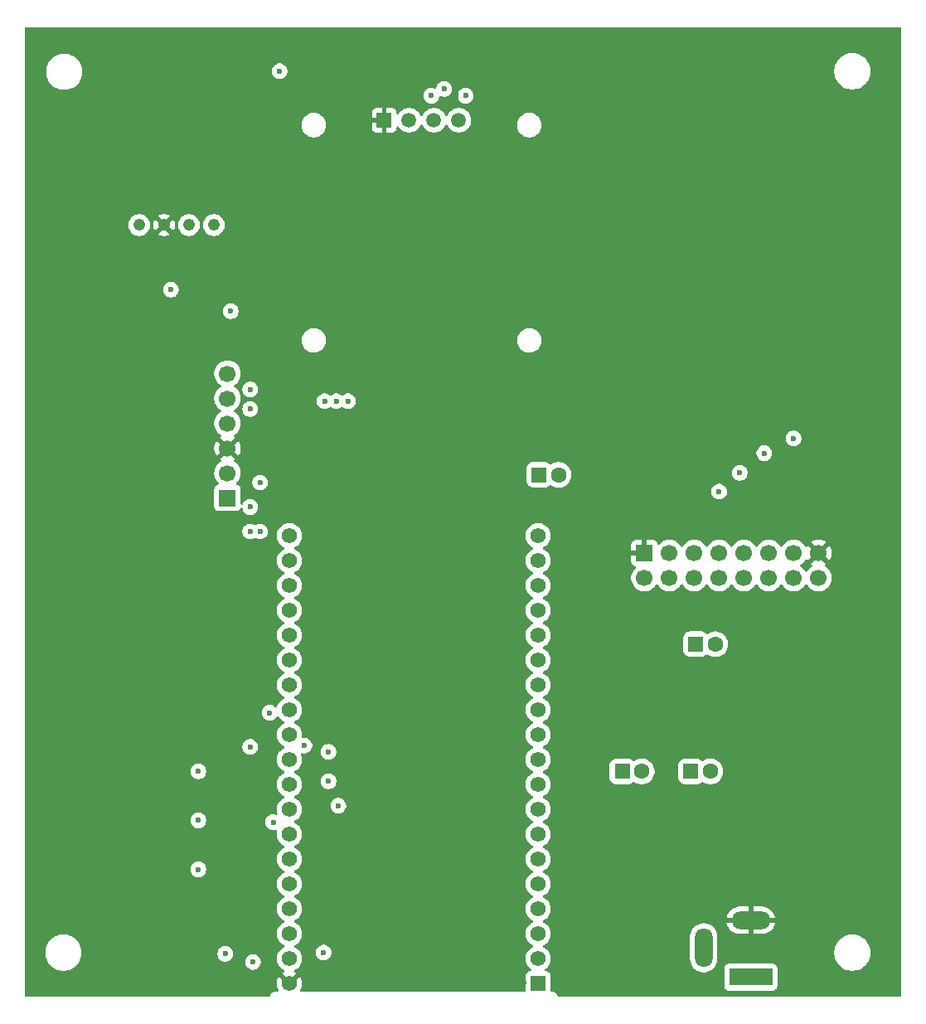
<source format=gbr>
G04 #@! TF.GenerationSoftware,KiCad,Pcbnew,9.0.3*
G04 #@! TF.CreationDate,2025-11-14T23:27:14+05:00*
G04 #@! TF.ProjectId,Weather Station,57656174-6865-4722-9053-746174696f6e,rev?*
G04 #@! TF.SameCoordinates,Original*
G04 #@! TF.FileFunction,Copper,L2,Inr*
G04 #@! TF.FilePolarity,Positive*
%FSLAX46Y46*%
G04 Gerber Fmt 4.6, Leading zero omitted, Abs format (unit mm)*
G04 Created by KiCad (PCBNEW 9.0.3) date 2025-11-14 23:27:14*
%MOMM*%
%LPD*%
G01*
G04 APERTURE LIST*
G04 Aperture macros list*
%AMRoundRect*
0 Rectangle with rounded corners*
0 $1 Rounding radius*
0 $2 $3 $4 $5 $6 $7 $8 $9 X,Y pos of 4 corners*
0 Add a 4 corners polygon primitive as box body*
4,1,4,$2,$3,$4,$5,$6,$7,$8,$9,$2,$3,0*
0 Add four circle primitives for the rounded corners*
1,1,$1+$1,$2,$3*
1,1,$1+$1,$4,$5*
1,1,$1+$1,$6,$7*
1,1,$1+$1,$8,$9*
0 Add four rect primitives between the rounded corners*
20,1,$1+$1,$2,$3,$4,$5,0*
20,1,$1+$1,$4,$5,$6,$7,0*
20,1,$1+$1,$6,$7,$8,$9,0*
20,1,$1+$1,$8,$9,$2,$3,0*%
G04 Aperture macros list end*
G04 #@! TA.AperFunction,ComponentPad*
%ADD10R,1.700000X1.700000*%
G04 #@! TD*
G04 #@! TA.AperFunction,ComponentPad*
%ADD11C,1.700000*%
G04 #@! TD*
G04 #@! TA.AperFunction,ComponentPad*
%ADD12R,1.508000X1.508000*%
G04 #@! TD*
G04 #@! TA.AperFunction,ComponentPad*
%ADD13C,1.508000*%
G04 #@! TD*
G04 #@! TA.AperFunction,ComponentPad*
%ADD14C,1.220000*%
G04 #@! TD*
G04 #@! TA.AperFunction,ComponentPad*
%ADD15C,1.560000*%
G04 #@! TD*
G04 #@! TA.AperFunction,ComponentPad*
%ADD16R,1.560000X1.560000*%
G04 #@! TD*
G04 #@! TA.AperFunction,ComponentPad*
%ADD17C,1.600000*%
G04 #@! TD*
G04 #@! TA.AperFunction,ComponentPad*
%ADD18RoundRect,0.250000X-0.550000X-0.550000X0.550000X-0.550000X0.550000X0.550000X-0.550000X0.550000X0*%
G04 #@! TD*
G04 #@! TA.AperFunction,ComponentPad*
%ADD19R,4.400000X1.800000*%
G04 #@! TD*
G04 #@! TA.AperFunction,ComponentPad*
%ADD20O,4.000000X1.800000*%
G04 #@! TD*
G04 #@! TA.AperFunction,ComponentPad*
%ADD21O,1.800000X4.000000*%
G04 #@! TD*
G04 #@! TA.AperFunction,ViaPad*
%ADD22C,0.600000*%
G04 #@! TD*
G04 APERTURE END LIST*
D10*
X123270000Y-84200000D03*
D11*
X123270000Y-86740000D03*
X125810000Y-84200000D03*
X125810000Y-86740000D03*
X128350000Y-84200000D03*
X128350000Y-86740000D03*
X130890000Y-84200000D03*
X130890000Y-86740000D03*
X133430000Y-84200000D03*
X133430000Y-86740000D03*
X135970000Y-84200000D03*
X135970000Y-86740000D03*
X138510000Y-84200000D03*
X138510000Y-86740000D03*
X141050000Y-84200000D03*
X141050000Y-86740000D03*
D12*
X96690000Y-40000000D03*
D13*
X99230000Y-40000000D03*
X101770000Y-40000000D03*
X104310000Y-40000000D03*
D14*
X71654550Y-50710000D03*
X74194550Y-50710000D03*
X76734550Y-50710000D03*
X79274550Y-50710000D03*
D10*
X80680000Y-78570000D03*
D11*
X80680000Y-76030000D03*
X80680000Y-73490000D03*
X80680000Y-70950000D03*
X80680000Y-68410000D03*
X80680000Y-65870000D03*
D15*
X87000000Y-82440000D03*
X87000000Y-84980000D03*
X87000000Y-87520000D03*
X87000000Y-90060000D03*
X87000000Y-92600000D03*
X87000000Y-95140000D03*
X87000000Y-97680000D03*
X87000000Y-100220000D03*
X87000000Y-102760000D03*
X87000000Y-105300000D03*
X87000000Y-107840000D03*
X87000000Y-110380000D03*
X87000000Y-112920000D03*
X87000000Y-115460000D03*
X87000000Y-118000000D03*
X87000000Y-120540000D03*
X87000000Y-123080000D03*
X87000000Y-125620000D03*
X87000000Y-128160000D03*
X112400000Y-82440000D03*
X112400000Y-84980000D03*
X112400000Y-87520000D03*
X112400000Y-90060000D03*
X112400000Y-92600000D03*
X112400000Y-95140000D03*
X112400000Y-97680000D03*
X112400000Y-100220000D03*
X112400000Y-102760000D03*
X112400000Y-105300000D03*
X112400000Y-107840000D03*
X112400000Y-110380000D03*
X112400000Y-112920000D03*
X112400000Y-115460000D03*
X112400000Y-118000000D03*
X112400000Y-120540000D03*
X112400000Y-123080000D03*
X112400000Y-125620000D03*
D16*
X112400000Y-128160000D03*
D17*
X114500000Y-76200000D03*
D18*
X112500000Y-76200000D03*
X121000000Y-106500000D03*
D17*
X123000000Y-106500000D03*
D19*
X134125000Y-127500000D03*
D20*
X134125000Y-121700000D03*
D21*
X129325000Y-124500000D03*
D18*
X128500000Y-93500000D03*
D17*
X130500000Y-93500000D03*
D18*
X128000000Y-106500000D03*
D17*
X130000000Y-106500000D03*
D22*
X67450000Y-37775000D03*
X67450000Y-42275000D03*
X67450000Y-44925000D03*
X67450000Y-49425000D03*
X67425000Y-53150000D03*
X67425000Y-57650000D03*
X64325000Y-86025000D03*
X64325000Y-90525000D03*
X67200000Y-115575000D03*
X67200000Y-120075000D03*
X61625000Y-112350000D03*
X61625000Y-116850000D03*
X61550000Y-102650000D03*
X61550000Y-107150000D03*
X64375000Y-93675000D03*
X64375000Y-98175000D03*
X85350000Y-111675000D03*
X80450000Y-125125000D03*
X88525000Y-103850000D03*
X83275000Y-125950000D03*
X64475000Y-112450000D03*
X64500000Y-107575000D03*
X64350000Y-102625000D03*
X104175000Y-77850000D03*
X89650000Y-76075000D03*
X89925000Y-78475000D03*
X90700000Y-75050000D03*
X109975000Y-77850000D03*
X100175000Y-76800000D03*
X102475000Y-78625000D03*
X84550000Y-128150000D03*
X130325000Y-121875000D03*
X136925000Y-123550000D03*
X134075000Y-123825000D03*
X138125000Y-122275000D03*
X134125000Y-118825000D03*
X139975000Y-81550000D03*
X137250000Y-81650000D03*
X134725000Y-81650000D03*
X132225000Y-81650000D03*
X129675000Y-81625000D03*
X125175000Y-81575000D03*
X120500000Y-92500000D03*
X122950000Y-97625000D03*
X121000000Y-97100000D03*
X115500000Y-89800000D03*
X115500000Y-87200000D03*
X138100000Y-120000000D03*
X135700000Y-120000000D03*
X133100000Y-120000000D03*
X130300000Y-120000000D03*
X110925000Y-128075000D03*
X108125000Y-128075000D03*
X97325000Y-128075000D03*
X101325000Y-128075000D03*
X92825000Y-128075000D03*
X88825000Y-128075000D03*
X104825000Y-128075000D03*
X100700000Y-42900000D03*
X105950000Y-42075000D03*
X95450000Y-41950000D03*
X92200000Y-42900000D03*
X108200000Y-42900000D03*
X110500000Y-116400000D03*
X110500000Y-102400000D03*
X110500000Y-112400000D03*
X110500000Y-97400000D03*
X110375000Y-106825000D03*
X89100000Y-123000000D03*
X89400000Y-117300000D03*
X92900000Y-122100000D03*
X93100000Y-125000000D03*
X94100000Y-120100000D03*
X106200000Y-120200000D03*
X102700000Y-120200000D03*
X97700000Y-120200000D03*
X90000000Y-98500000D03*
X90000000Y-89500000D03*
X90000000Y-103000000D03*
X115000000Y-92500000D03*
X90000000Y-94000000D03*
X121000000Y-95000000D03*
X120500000Y-91500000D03*
X83000000Y-67500000D03*
X83000000Y-69500000D03*
X83000000Y-79500000D03*
X83000000Y-82000000D03*
X83000000Y-104000000D03*
X85000000Y-100500000D03*
X106000000Y-39000000D03*
X104000000Y-37500000D03*
X88500000Y-36000000D03*
X93500000Y-39500000D03*
X93500000Y-36000000D03*
X96500000Y-36000000D03*
X100500000Y-39000000D03*
X103000000Y-39000000D03*
X104000000Y-32000000D03*
X100500000Y-32000000D03*
X96500000Y-34000000D03*
X96500000Y-32000000D03*
X92000000Y-34000000D03*
X92000000Y-32000000D03*
X88000000Y-32000000D03*
X85500000Y-32500000D03*
X88000000Y-34000000D03*
X86000000Y-39000000D03*
X85000000Y-45000000D03*
X86000000Y-47500000D03*
X91000000Y-36000000D03*
X84500000Y-36500000D03*
X82000000Y-39000000D03*
X82000000Y-45000000D03*
X82000000Y-47500000D03*
X82000000Y-58000000D03*
X81500000Y-52000000D03*
X79500000Y-54000000D03*
X79000000Y-57000000D03*
X75500000Y-59500000D03*
X80000000Y-61000000D03*
X78000000Y-63500000D03*
X75500000Y-63500000D03*
X75500000Y-69000000D03*
X85000000Y-72000000D03*
X85000000Y-62000000D03*
X85000000Y-57000000D03*
X85000000Y-52000000D03*
X85000000Y-67000000D03*
X79500000Y-103500000D03*
X79500000Y-93500000D03*
X79500000Y-88500000D03*
X79500000Y-83500000D03*
X79500000Y-98500000D03*
X72000000Y-94000000D03*
X72000000Y-84000000D03*
X72000000Y-79000000D03*
X72000000Y-74000000D03*
X72000000Y-89000000D03*
X72000000Y-118500000D03*
X72125000Y-107250000D03*
X72000000Y-103500000D03*
X72000000Y-98500000D03*
X72100000Y-112850000D03*
X131000000Y-74000000D03*
X127000000Y-74000000D03*
X123000000Y-74000000D03*
X118800000Y-74000000D03*
X110000000Y-76000000D03*
X110000000Y-74000000D03*
X107000000Y-74000000D03*
X104500000Y-74000000D03*
X104500000Y-75900000D03*
X97500000Y-79000000D03*
X99500000Y-76000000D03*
X99500000Y-70000000D03*
X94500000Y-73000000D03*
X95500000Y-77000000D03*
X92000000Y-78500000D03*
X97500000Y-70000000D03*
X102500000Y-70000000D03*
X107500000Y-70000000D03*
X112500000Y-70000000D03*
X117500000Y-70000000D03*
X122500000Y-70000000D03*
X127500000Y-70000000D03*
X132500000Y-70000000D03*
X137500000Y-70000000D03*
X127500000Y-77500000D03*
X125000000Y-77500000D03*
X120000000Y-77500000D03*
X119999999Y-82061971D03*
X120000000Y-85000000D03*
X120000000Y-87500000D03*
X106000000Y-95000000D03*
X106000000Y-100000000D03*
X106000000Y-105000000D03*
X106000000Y-110000000D03*
X106000000Y-114000000D03*
X102500000Y-114000000D03*
X97500000Y-114000000D03*
X91500000Y-114500000D03*
X99500000Y-111000000D03*
X95500000Y-112500000D03*
X93750000Y-112500000D03*
X99500000Y-106250000D03*
X95500000Y-106250000D03*
X93000000Y-105500000D03*
X93750000Y-103000000D03*
X99500000Y-89500000D03*
X97500000Y-80500000D03*
X99500000Y-85000000D03*
X99500000Y-98500000D03*
X99500000Y-103000000D03*
X99500000Y-94000000D03*
X95500000Y-89500000D03*
X95500000Y-80500000D03*
X95500000Y-85000000D03*
X95500000Y-98500000D03*
X95500000Y-103000000D03*
X95500000Y-94000000D03*
X93750000Y-98500000D03*
X93750000Y-94000000D03*
X93750000Y-80500000D03*
X93750000Y-89500000D03*
X93750000Y-85000000D03*
X92000000Y-80500000D03*
X90000000Y-85000000D03*
X130890000Y-77930000D03*
X78300000Y-72425000D03*
X106600000Y-35000000D03*
X96700000Y-35000000D03*
X121875000Y-81650000D03*
X69000000Y-55500000D03*
X78600000Y-55500000D03*
X86000000Y-76400000D03*
X75325000Y-48225000D03*
X86000000Y-75400000D03*
X94800000Y-35100000D03*
X115500000Y-85400000D03*
X91800000Y-68700000D03*
X77700000Y-116500000D03*
X77700000Y-106500000D03*
X102800000Y-36800000D03*
X74900000Y-57300000D03*
X93000000Y-68700000D03*
X90600000Y-68700000D03*
X77700000Y-111500000D03*
X101500000Y-37500000D03*
X81000000Y-59500000D03*
X84000000Y-82000000D03*
X105000000Y-37500000D03*
X84000000Y-77000000D03*
X86000000Y-35000000D03*
X92000000Y-110000000D03*
X133000000Y-76000000D03*
X90500000Y-125000000D03*
X138500000Y-72500000D03*
X91000000Y-104500000D03*
X135500000Y-74000000D03*
X91000000Y-107500000D03*
X115000000Y-95000000D03*
G04 #@! TA.AperFunction,Conductor*
G36*
X140584075Y-84392993D02*
G01*
X140649901Y-84507007D01*
X140742993Y-84600099D01*
X140857007Y-84665925D01*
X140920590Y-84682962D01*
X140288282Y-85315269D01*
X140288282Y-85315270D01*
X140342452Y-85354626D01*
X140342451Y-85354626D01*
X140351495Y-85359234D01*
X140402292Y-85407208D01*
X140419087Y-85475029D01*
X140396550Y-85541164D01*
X140351499Y-85580202D01*
X140342182Y-85584949D01*
X140170213Y-85709890D01*
X140019890Y-85860213D01*
X139894949Y-86032182D01*
X139890484Y-86040946D01*
X139842509Y-86091742D01*
X139774688Y-86108536D01*
X139708553Y-86085998D01*
X139669516Y-86040946D01*
X139665050Y-86032182D01*
X139540109Y-85860213D01*
X139389786Y-85709890D01*
X139217820Y-85584951D01*
X139217115Y-85584591D01*
X139209054Y-85580485D01*
X139158259Y-85532512D01*
X139141463Y-85464692D01*
X139163999Y-85398556D01*
X139209054Y-85359515D01*
X139217816Y-85355051D01*
X139304471Y-85292093D01*
X139389786Y-85230109D01*
X139389788Y-85230106D01*
X139389792Y-85230104D01*
X139540104Y-85079792D01*
X139540106Y-85079788D01*
X139540109Y-85079786D01*
X139625890Y-84961717D01*
X139665051Y-84907816D01*
X139669793Y-84898508D01*
X139717763Y-84847711D01*
X139785583Y-84830911D01*
X139851719Y-84853445D01*
X139890763Y-84898500D01*
X139895373Y-84907547D01*
X139934728Y-84961716D01*
X140567037Y-84329408D01*
X140584075Y-84392993D01*
G37*
G04 #@! TD.AperFunction*
G04 #@! TA.AperFunction,Conductor*
G36*
X149442539Y-30520185D02*
G01*
X149488294Y-30572989D01*
X149499500Y-30624500D01*
X149499500Y-129375500D01*
X149479815Y-129442539D01*
X149427011Y-129488294D01*
X149375500Y-129499500D01*
X114513170Y-129499500D01*
X114446131Y-129479815D01*
X114400376Y-129427011D01*
X114393395Y-129407593D01*
X114366391Y-129306812D01*
X114357563Y-129291521D01*
X114300500Y-129192686D01*
X114207314Y-129099500D01*
X114150250Y-129066554D01*
X114093187Y-129033608D01*
X114029539Y-129016554D01*
X113965892Y-128999500D01*
X113965891Y-128999500D01*
X113804500Y-128999500D01*
X113737461Y-128979815D01*
X113691706Y-128927011D01*
X113680500Y-128875500D01*
X113680499Y-127332129D01*
X113680498Y-127332123D01*
X113680497Y-127332116D01*
X113674091Y-127272517D01*
X113623796Y-127137669D01*
X113623795Y-127137668D01*
X113623793Y-127137664D01*
X113537547Y-127022455D01*
X113537544Y-127022452D01*
X113422335Y-126936206D01*
X113422328Y-126936202D01*
X113287482Y-126885908D01*
X113287483Y-126885908D01*
X113227883Y-126879501D01*
X113227881Y-126879500D01*
X113227873Y-126879500D01*
X113227865Y-126879500D01*
X113226597Y-126879500D01*
X113226313Y-126879416D01*
X113224548Y-126879322D01*
X113224570Y-126878904D01*
X113159558Y-126859815D01*
X113113803Y-126807011D01*
X113103859Y-126737853D01*
X113132884Y-126674297D01*
X113153708Y-126655184D01*
X113234190Y-126596711D01*
X113376711Y-126454190D01*
X113495182Y-126291129D01*
X113586686Y-126111542D01*
X113648970Y-125919851D01*
X113667873Y-125800500D01*
X113680500Y-125720783D01*
X113680500Y-125519216D01*
X113655044Y-125358501D01*
X113648970Y-125320149D01*
X113603519Y-125180264D01*
X113586687Y-125128460D01*
X113544752Y-125046158D01*
X113495182Y-124948871D01*
X113376711Y-124785810D01*
X113234190Y-124643289D01*
X113071129Y-124524818D01*
X112944867Y-124460484D01*
X112894072Y-124412510D01*
X112877277Y-124344690D01*
X112899814Y-124278555D01*
X112944868Y-124239515D01*
X112963030Y-124230261D01*
X113071129Y-124175182D01*
X113234190Y-124056711D01*
X113376711Y-123914190D01*
X113495182Y-123751129D01*
X113586686Y-123571542D01*
X113648970Y-123379851D01*
X113658684Y-123318513D01*
X113663236Y-123289778D01*
X127924500Y-123289778D01*
X127924500Y-125710222D01*
X127938799Y-125800499D01*
X127958985Y-125927952D01*
X128027103Y-126137603D01*
X128027104Y-126137606D01*
X128070481Y-126222736D01*
X128124720Y-126329185D01*
X128127187Y-126334025D01*
X128256752Y-126512358D01*
X128256756Y-126512363D01*
X128412636Y-126668243D01*
X128412641Y-126668247D01*
X128566175Y-126779795D01*
X128590978Y-126797815D01*
X128694377Y-126850500D01*
X128787393Y-126897895D01*
X128787396Y-126897896D01*
X128892221Y-126931955D01*
X128997049Y-126966015D01*
X129214778Y-127000500D01*
X129214779Y-127000500D01*
X129435221Y-127000500D01*
X129435222Y-127000500D01*
X129652951Y-126966015D01*
X129862606Y-126897895D01*
X130059022Y-126797815D01*
X130237365Y-126668242D01*
X130353472Y-126552135D01*
X131424500Y-126552135D01*
X131424500Y-128447870D01*
X131424501Y-128447876D01*
X131430908Y-128507483D01*
X131481202Y-128642328D01*
X131481206Y-128642335D01*
X131567452Y-128757544D01*
X131567455Y-128757547D01*
X131682664Y-128843793D01*
X131682671Y-128843797D01*
X131817517Y-128894091D01*
X131817516Y-128894091D01*
X131824444Y-128894835D01*
X131877127Y-128900500D01*
X136372872Y-128900499D01*
X136432483Y-128894091D01*
X136567331Y-128843796D01*
X136682546Y-128757546D01*
X136768796Y-128642331D01*
X136819091Y-128507483D01*
X136825500Y-128447873D01*
X136825499Y-126552128D01*
X136819091Y-126492517D01*
X136807070Y-126460288D01*
X136768797Y-126357671D01*
X136768793Y-126357664D01*
X136682547Y-126242455D01*
X136682544Y-126242452D01*
X136567335Y-126156206D01*
X136567328Y-126156202D01*
X136432482Y-126105908D01*
X136432483Y-126105908D01*
X136372883Y-126099501D01*
X136372881Y-126099500D01*
X136372873Y-126099500D01*
X136372864Y-126099500D01*
X131877129Y-126099500D01*
X131877123Y-126099501D01*
X131817516Y-126105908D01*
X131682671Y-126156202D01*
X131682664Y-126156206D01*
X131567455Y-126242452D01*
X131567452Y-126242455D01*
X131481206Y-126357664D01*
X131481202Y-126357671D01*
X131430908Y-126492517D01*
X131424501Y-126552116D01*
X131424501Y-126552123D01*
X131424500Y-126552135D01*
X130353472Y-126552135D01*
X130393242Y-126512365D01*
X130395259Y-126509587D01*
X130419721Y-126475921D01*
X130505633Y-126357671D01*
X130522815Y-126334022D01*
X130622895Y-126137606D01*
X130691015Y-125927951D01*
X130725500Y-125710222D01*
X130725500Y-124878711D01*
X142649500Y-124878711D01*
X142649500Y-125121288D01*
X142681161Y-125361785D01*
X142743947Y-125596104D01*
X142828611Y-125800500D01*
X142836776Y-125820212D01*
X142958064Y-126030289D01*
X142958066Y-126030292D01*
X142958067Y-126030293D01*
X143105733Y-126222736D01*
X143105739Y-126222743D01*
X143277256Y-126394260D01*
X143277263Y-126394266D01*
X143363305Y-126460288D01*
X143469711Y-126541936D01*
X143679788Y-126663224D01*
X143903900Y-126756054D01*
X144138211Y-126818838D01*
X144313539Y-126841920D01*
X144378711Y-126850500D01*
X144378712Y-126850500D01*
X144621289Y-126850500D01*
X144669388Y-126844167D01*
X144861789Y-126818838D01*
X145096100Y-126756054D01*
X145320212Y-126663224D01*
X145530289Y-126541936D01*
X145722738Y-126394265D01*
X145894265Y-126222738D01*
X146041936Y-126030289D01*
X146163224Y-125820212D01*
X146256054Y-125596100D01*
X146318838Y-125361789D01*
X146350500Y-125121288D01*
X146350500Y-124878712D01*
X146318838Y-124638211D01*
X146256054Y-124403900D01*
X146163224Y-124179788D01*
X146041936Y-123969711D01*
X145894265Y-123777262D01*
X145894260Y-123777256D01*
X145722743Y-123605739D01*
X145722736Y-123605733D01*
X145530293Y-123458067D01*
X145530292Y-123458066D01*
X145530289Y-123458064D01*
X145320212Y-123336776D01*
X145206749Y-123289778D01*
X145096104Y-123243947D01*
X144861785Y-123181161D01*
X144621289Y-123149500D01*
X144621288Y-123149500D01*
X144378712Y-123149500D01*
X144378711Y-123149500D01*
X144138214Y-123181161D01*
X143903895Y-123243947D01*
X143679794Y-123336773D01*
X143679785Y-123336777D01*
X143469706Y-123458067D01*
X143277263Y-123605733D01*
X143277256Y-123605739D01*
X143105739Y-123777256D01*
X143105733Y-123777263D01*
X142958067Y-123969706D01*
X142836777Y-124179785D01*
X142836773Y-124179794D01*
X142743947Y-124403895D01*
X142681161Y-124638214D01*
X142649500Y-124878711D01*
X130725500Y-124878711D01*
X130725500Y-123289778D01*
X130691015Y-123072049D01*
X130656955Y-122967221D01*
X130622896Y-122862396D01*
X130622895Y-122862393D01*
X130574725Y-122767857D01*
X130522815Y-122665978D01*
X130466494Y-122588458D01*
X130393247Y-122487641D01*
X130393243Y-122487636D01*
X130237363Y-122331756D01*
X130237358Y-122331752D01*
X130059025Y-122202187D01*
X130059024Y-122202186D01*
X130059022Y-122202185D01*
X129996096Y-122170122D01*
X129862606Y-122102104D01*
X129862603Y-122102103D01*
X129652959Y-122033987D01*
X129652944Y-122033983D01*
X129468072Y-122004703D01*
X129435222Y-121999500D01*
X129214778Y-121999500D01*
X129142201Y-122010995D01*
X128997047Y-122033985D01*
X128787396Y-122102103D01*
X128787393Y-122102104D01*
X128590974Y-122202187D01*
X128412641Y-122331752D01*
X128412636Y-122331756D01*
X128256756Y-122487636D01*
X128256752Y-122487641D01*
X128127187Y-122665974D01*
X128027104Y-122862393D01*
X128027103Y-122862396D01*
X127958985Y-123072047D01*
X127958985Y-123072049D01*
X127924500Y-123289778D01*
X113663236Y-123289778D01*
X113667081Y-123265507D01*
X113667081Y-123265506D01*
X113680500Y-123180783D01*
X113680500Y-122979216D01*
X113661996Y-122862393D01*
X113648970Y-122780149D01*
X113586686Y-122588458D01*
X113495182Y-122408871D01*
X113376711Y-122245810D01*
X113234190Y-122103289D01*
X113071129Y-121984818D01*
X112944867Y-121920484D01*
X112894072Y-121872510D01*
X112877277Y-121804690D01*
X112899814Y-121738555D01*
X112944868Y-121699515D01*
X113071129Y-121635182D01*
X113234190Y-121516711D01*
X113300901Y-121450000D01*
X131647145Y-121450000D01*
X132709314Y-121450000D01*
X132704920Y-121454394D01*
X132652259Y-121545606D01*
X132625000Y-121647339D01*
X132625000Y-121752661D01*
X132652259Y-121854394D01*
X132704920Y-121945606D01*
X132709314Y-121950000D01*
X131647145Y-121950000D01*
X131659473Y-122027835D01*
X131659473Y-122027838D01*
X131727567Y-122237410D01*
X131827613Y-122433760D01*
X131957142Y-122612041D01*
X132112958Y-122767857D01*
X132291239Y-122897386D01*
X132487589Y-122997432D01*
X132697164Y-123065526D01*
X132914819Y-123100000D01*
X133875000Y-123100000D01*
X133875000Y-122100000D01*
X134375000Y-122100000D01*
X134375000Y-123100000D01*
X135335181Y-123100000D01*
X135552835Y-123065526D01*
X135762410Y-122997432D01*
X135958760Y-122897386D01*
X136137041Y-122767857D01*
X136292857Y-122612041D01*
X136422386Y-122433760D01*
X136522432Y-122237410D01*
X136590526Y-122027838D01*
X136590526Y-122027835D01*
X136602855Y-121950000D01*
X135540686Y-121950000D01*
X135545080Y-121945606D01*
X135597741Y-121854394D01*
X135625000Y-121752661D01*
X135625000Y-121647339D01*
X135597741Y-121545606D01*
X135545080Y-121454394D01*
X135540686Y-121450000D01*
X136602855Y-121450000D01*
X136590526Y-121372164D01*
X136590526Y-121372161D01*
X136522432Y-121162589D01*
X136422386Y-120966239D01*
X136292857Y-120787958D01*
X136137041Y-120632142D01*
X135958760Y-120502613D01*
X135762410Y-120402567D01*
X135552835Y-120334473D01*
X135335181Y-120300000D01*
X134375000Y-120300000D01*
X134375000Y-121300000D01*
X133875000Y-121300000D01*
X133875000Y-120300000D01*
X132914819Y-120300000D01*
X132697164Y-120334473D01*
X132487589Y-120402567D01*
X132291239Y-120502613D01*
X132112958Y-120632142D01*
X131957142Y-120787958D01*
X131827613Y-120966239D01*
X131727567Y-121162589D01*
X131659473Y-121372161D01*
X131659473Y-121372164D01*
X131647145Y-121450000D01*
X113300901Y-121450000D01*
X113376711Y-121374190D01*
X113495182Y-121211129D01*
X113586686Y-121031542D01*
X113648970Y-120839851D01*
X113665214Y-120737289D01*
X113680500Y-120640783D01*
X113680500Y-120439216D01*
X113658449Y-120300000D01*
X113648970Y-120240149D01*
X113586686Y-120048458D01*
X113495182Y-119868871D01*
X113376711Y-119705810D01*
X113234190Y-119563289D01*
X113071129Y-119444818D01*
X112944867Y-119380484D01*
X112894072Y-119332510D01*
X112877277Y-119264690D01*
X112899814Y-119198555D01*
X112944868Y-119159515D01*
X113071129Y-119095182D01*
X113234190Y-118976711D01*
X113376711Y-118834190D01*
X113495182Y-118671129D01*
X113586686Y-118491542D01*
X113648970Y-118299851D01*
X113665214Y-118197289D01*
X113680500Y-118100783D01*
X113680500Y-117899216D01*
X113662156Y-117783408D01*
X113648970Y-117700149D01*
X113586686Y-117508458D01*
X113495182Y-117328871D01*
X113376711Y-117165810D01*
X113234190Y-117023289D01*
X113071129Y-116904818D01*
X112944867Y-116840484D01*
X112894072Y-116792510D01*
X112877277Y-116724690D01*
X112899814Y-116658555D01*
X112944868Y-116619515D01*
X113071129Y-116555182D01*
X113234190Y-116436711D01*
X113376711Y-116294190D01*
X113495182Y-116131129D01*
X113586686Y-115951542D01*
X113648970Y-115759851D01*
X113665214Y-115657289D01*
X113680500Y-115560783D01*
X113680500Y-115359216D01*
X113662156Y-115243408D01*
X113648970Y-115160149D01*
X113586686Y-114968458D01*
X113495182Y-114788871D01*
X113376711Y-114625810D01*
X113234190Y-114483289D01*
X113071129Y-114364818D01*
X112944867Y-114300484D01*
X112894072Y-114252510D01*
X112877277Y-114184690D01*
X112899814Y-114118555D01*
X112944868Y-114079515D01*
X113071129Y-114015182D01*
X113234190Y-113896711D01*
X113376711Y-113754190D01*
X113495182Y-113591129D01*
X113586686Y-113411542D01*
X113648970Y-113219851D01*
X113665214Y-113117289D01*
X113680500Y-113020783D01*
X113680500Y-112819216D01*
X113662156Y-112703408D01*
X113648970Y-112620149D01*
X113591976Y-112444738D01*
X113586687Y-112428460D01*
X113521488Y-112300500D01*
X113495182Y-112248871D01*
X113376711Y-112085810D01*
X113234190Y-111943289D01*
X113071129Y-111824818D01*
X112944867Y-111760484D01*
X112894072Y-111712510D01*
X112877277Y-111644690D01*
X112899814Y-111578555D01*
X112944868Y-111539515D01*
X113071129Y-111475182D01*
X113234190Y-111356711D01*
X113376711Y-111214190D01*
X113495182Y-111051129D01*
X113586686Y-110871542D01*
X113648970Y-110679851D01*
X113665214Y-110577289D01*
X113680500Y-110480783D01*
X113680500Y-110279216D01*
X113662156Y-110163408D01*
X113648970Y-110080149D01*
X113597309Y-109921153D01*
X113586687Y-109888460D01*
X113495181Y-109708870D01*
X113376711Y-109545810D01*
X113234190Y-109403289D01*
X113071129Y-109284818D01*
X112944867Y-109220484D01*
X112894072Y-109172510D01*
X112877277Y-109104690D01*
X112899814Y-109038555D01*
X112944868Y-108999515D01*
X113071129Y-108935182D01*
X113234190Y-108816711D01*
X113376711Y-108674190D01*
X113495182Y-108511129D01*
X113586686Y-108331542D01*
X113648970Y-108139851D01*
X113669491Y-108010288D01*
X113680500Y-107940783D01*
X113680500Y-107739216D01*
X113662156Y-107623408D01*
X113648970Y-107540149D01*
X113586686Y-107348458D01*
X113495182Y-107168871D01*
X113376711Y-107005810D01*
X113234190Y-106863289D01*
X113071129Y-106744818D01*
X112944867Y-106680484D01*
X112894072Y-106632510D01*
X112877277Y-106564690D01*
X112899814Y-106498555D01*
X112944868Y-106459515D01*
X113071129Y-106395182D01*
X113234190Y-106276711D01*
X113376711Y-106134190D01*
X113495182Y-105971129D01*
X113531433Y-105899983D01*
X119699500Y-105899983D01*
X119699500Y-107100001D01*
X119699501Y-107100018D01*
X119710000Y-107202796D01*
X119710001Y-107202799D01*
X119757856Y-107347213D01*
X119765186Y-107369334D01*
X119857288Y-107518656D01*
X119981344Y-107642712D01*
X120130666Y-107734814D01*
X120297203Y-107789999D01*
X120399991Y-107800500D01*
X121600008Y-107800499D01*
X121702797Y-107789999D01*
X121869334Y-107734814D01*
X122018656Y-107642712D01*
X122087524Y-107573843D01*
X122148843Y-107540361D01*
X122218535Y-107545345D01*
X122248082Y-107561206D01*
X122318390Y-107612287D01*
X122404561Y-107656193D01*
X122500776Y-107705218D01*
X122500778Y-107705218D01*
X122500781Y-107705220D01*
X122587784Y-107733489D01*
X122695465Y-107768477D01*
X122796557Y-107784488D01*
X122897648Y-107800500D01*
X122897649Y-107800500D01*
X123102351Y-107800500D01*
X123102352Y-107800500D01*
X123304534Y-107768477D01*
X123499219Y-107705220D01*
X123681610Y-107612287D01*
X123774590Y-107544732D01*
X123847213Y-107491971D01*
X123847215Y-107491968D01*
X123847219Y-107491966D01*
X123991966Y-107347219D01*
X123991968Y-107347215D01*
X123991971Y-107347213D01*
X124048259Y-107269738D01*
X124112287Y-107181610D01*
X124205220Y-106999219D01*
X124268477Y-106804534D01*
X124300500Y-106602352D01*
X124300500Y-106397648D01*
X124281345Y-106276708D01*
X124268477Y-106195465D01*
X124205218Y-106000776D01*
X124180940Y-105953129D01*
X124153861Y-105899983D01*
X126699500Y-105899983D01*
X126699500Y-107100001D01*
X126699501Y-107100018D01*
X126710000Y-107202796D01*
X126710001Y-107202799D01*
X126757856Y-107347213D01*
X126765186Y-107369334D01*
X126857288Y-107518656D01*
X126981344Y-107642712D01*
X127130666Y-107734814D01*
X127297203Y-107789999D01*
X127399991Y-107800500D01*
X128600008Y-107800499D01*
X128702797Y-107789999D01*
X128869334Y-107734814D01*
X129018656Y-107642712D01*
X129087524Y-107573843D01*
X129148843Y-107540361D01*
X129218535Y-107545345D01*
X129248082Y-107561206D01*
X129318390Y-107612287D01*
X129404561Y-107656193D01*
X129500776Y-107705218D01*
X129500778Y-107705218D01*
X129500781Y-107705220D01*
X129587784Y-107733489D01*
X129695465Y-107768477D01*
X129796557Y-107784488D01*
X129897648Y-107800500D01*
X129897649Y-107800500D01*
X130102351Y-107800500D01*
X130102352Y-107800500D01*
X130304534Y-107768477D01*
X130499219Y-107705220D01*
X130681610Y-107612287D01*
X130774590Y-107544732D01*
X130847213Y-107491971D01*
X130847215Y-107491968D01*
X130847219Y-107491966D01*
X130991966Y-107347219D01*
X130991968Y-107347215D01*
X130991971Y-107347213D01*
X131048259Y-107269738D01*
X131112287Y-107181610D01*
X131205220Y-106999219D01*
X131268477Y-106804534D01*
X131300500Y-106602352D01*
X131300500Y-106397648D01*
X131281345Y-106276708D01*
X131268477Y-106195465D01*
X131205218Y-106000776D01*
X131153865Y-105899991D01*
X131112287Y-105818390D01*
X131092098Y-105790602D01*
X130991971Y-105652786D01*
X130847213Y-105508028D01*
X130681613Y-105387715D01*
X130681612Y-105387714D01*
X130681610Y-105387713D01*
X130621896Y-105357287D01*
X130499223Y-105294781D01*
X130304534Y-105231522D01*
X130129995Y-105203878D01*
X130102352Y-105199500D01*
X129897648Y-105199500D01*
X129873329Y-105203351D01*
X129695465Y-105231522D01*
X129500776Y-105294781D01*
X129318391Y-105387712D01*
X129318383Y-105387717D01*
X129248085Y-105438790D01*
X129182279Y-105462269D01*
X129114225Y-105446442D01*
X129087521Y-105426153D01*
X129062146Y-105400778D01*
X129018656Y-105357288D01*
X128943995Y-105311237D01*
X128869336Y-105265187D01*
X128869331Y-105265185D01*
X128867862Y-105264698D01*
X128702797Y-105210001D01*
X128702795Y-105210000D01*
X128600010Y-105199500D01*
X127399998Y-105199500D01*
X127399981Y-105199501D01*
X127297203Y-105210000D01*
X127297200Y-105210001D01*
X127130668Y-105265185D01*
X127130663Y-105265187D01*
X126981342Y-105357289D01*
X126857289Y-105481342D01*
X126765187Y-105630663D01*
X126765186Y-105630666D01*
X126710001Y-105797203D01*
X126710001Y-105797204D01*
X126710000Y-105797204D01*
X126699500Y-105899983D01*
X124153861Y-105899983D01*
X124112284Y-105818385D01*
X123991971Y-105652786D01*
X123847213Y-105508028D01*
X123681613Y-105387715D01*
X123681612Y-105387714D01*
X123681610Y-105387713D01*
X123621896Y-105357287D01*
X123499223Y-105294781D01*
X123304534Y-105231522D01*
X123129995Y-105203878D01*
X123102352Y-105199500D01*
X122897648Y-105199500D01*
X122873329Y-105203351D01*
X122695465Y-105231522D01*
X122500776Y-105294781D01*
X122318391Y-105387712D01*
X122318383Y-105387717D01*
X122248085Y-105438790D01*
X122182279Y-105462269D01*
X122114225Y-105446442D01*
X122087521Y-105426153D01*
X122062146Y-105400778D01*
X122018656Y-105357288D01*
X121943995Y-105311237D01*
X121869336Y-105265187D01*
X121869331Y-105265185D01*
X121867862Y-105264698D01*
X121702797Y-105210001D01*
X121702795Y-105210000D01*
X121600010Y-105199500D01*
X120399998Y-105199500D01*
X120399981Y-105199501D01*
X120297203Y-105210000D01*
X120297200Y-105210001D01*
X120130668Y-105265185D01*
X120130663Y-105265187D01*
X119981342Y-105357289D01*
X119857289Y-105481342D01*
X119765187Y-105630663D01*
X119765186Y-105630666D01*
X119710001Y-105797203D01*
X119710001Y-105797204D01*
X119710000Y-105797204D01*
X119699500Y-105899983D01*
X113531433Y-105899983D01*
X113586686Y-105791542D01*
X113648970Y-105599851D01*
X113674480Y-105438790D01*
X113680500Y-105400783D01*
X113680500Y-105199216D01*
X113650576Y-105010292D01*
X113648970Y-105000149D01*
X113586686Y-104808458D01*
X113495182Y-104628871D01*
X113376711Y-104465810D01*
X113234190Y-104323289D01*
X113071129Y-104204818D01*
X112944867Y-104140484D01*
X112894072Y-104092510D01*
X112877277Y-104024690D01*
X112899814Y-103958555D01*
X112944868Y-103919515D01*
X113071129Y-103855182D01*
X113234190Y-103736711D01*
X113376711Y-103594190D01*
X113495182Y-103431129D01*
X113586686Y-103251542D01*
X113648970Y-103059851D01*
X113667957Y-102939972D01*
X113680500Y-102860783D01*
X113680500Y-102659216D01*
X113662156Y-102543408D01*
X113648970Y-102460149D01*
X113586686Y-102268458D01*
X113495182Y-102088871D01*
X113376711Y-101925810D01*
X113234190Y-101783289D01*
X113071129Y-101664818D01*
X112944867Y-101600484D01*
X112894072Y-101552510D01*
X112877277Y-101484690D01*
X112899814Y-101418555D01*
X112944868Y-101379515D01*
X113071129Y-101315182D01*
X113234190Y-101196711D01*
X113376711Y-101054190D01*
X113495182Y-100891129D01*
X113586686Y-100711542D01*
X113648970Y-100519851D01*
X113665214Y-100417289D01*
X113680500Y-100320783D01*
X113680500Y-100119216D01*
X113662156Y-100003408D01*
X113648970Y-99920149D01*
X113587273Y-99730264D01*
X113586687Y-99728460D01*
X113495181Y-99548870D01*
X113376711Y-99385810D01*
X113234190Y-99243289D01*
X113071129Y-99124818D01*
X112944867Y-99060484D01*
X112894072Y-99012510D01*
X112877277Y-98944690D01*
X112899814Y-98878555D01*
X112944868Y-98839515D01*
X113071129Y-98775182D01*
X113234190Y-98656711D01*
X113376711Y-98514190D01*
X113495182Y-98351129D01*
X113586686Y-98171542D01*
X113648970Y-97979851D01*
X113665214Y-97877289D01*
X113680500Y-97780783D01*
X113680500Y-97579216D01*
X113662156Y-97463408D01*
X113648970Y-97380149D01*
X113586686Y-97188458D01*
X113495182Y-97008871D01*
X113376711Y-96845810D01*
X113234190Y-96703289D01*
X113071129Y-96584818D01*
X112944867Y-96520484D01*
X112894072Y-96472510D01*
X112877277Y-96404690D01*
X112899814Y-96338555D01*
X112944868Y-96299515D01*
X113071129Y-96235182D01*
X113234190Y-96116711D01*
X113376711Y-95974190D01*
X113495182Y-95811129D01*
X113586686Y-95631542D01*
X113648970Y-95439851D01*
X113665214Y-95337289D01*
X113680500Y-95240783D01*
X113680500Y-95039216D01*
X113662156Y-94923408D01*
X113648970Y-94840149D01*
X113605129Y-94705220D01*
X113586687Y-94648460D01*
X113520549Y-94518657D01*
X113495182Y-94468871D01*
X113376711Y-94305810D01*
X113234190Y-94163289D01*
X113071129Y-94044818D01*
X112944867Y-93980484D01*
X112894072Y-93932510D01*
X112877277Y-93864690D01*
X112899814Y-93798555D01*
X112944868Y-93759515D01*
X113071129Y-93695182D01*
X113234190Y-93576711D01*
X113376711Y-93434190D01*
X113495182Y-93271129D01*
X113586686Y-93091542D01*
X113648927Y-92899983D01*
X127199500Y-92899983D01*
X127199500Y-94100001D01*
X127199501Y-94100018D01*
X127210000Y-94202796D01*
X127210001Y-94202799D01*
X127244136Y-94305810D01*
X127265186Y-94369334D01*
X127357288Y-94518656D01*
X127481344Y-94642712D01*
X127630666Y-94734814D01*
X127797203Y-94789999D01*
X127899991Y-94800500D01*
X129100008Y-94800499D01*
X129202797Y-94789999D01*
X129369334Y-94734814D01*
X129518656Y-94642712D01*
X129587524Y-94573843D01*
X129648843Y-94540361D01*
X129718535Y-94545345D01*
X129748082Y-94561206D01*
X129818390Y-94612287D01*
X129904561Y-94656193D01*
X130000776Y-94705218D01*
X130000778Y-94705218D01*
X130000781Y-94705220D01*
X130091856Y-94734812D01*
X130195465Y-94768477D01*
X130296557Y-94784488D01*
X130397648Y-94800500D01*
X130397649Y-94800500D01*
X130602351Y-94800500D01*
X130602352Y-94800500D01*
X130804534Y-94768477D01*
X130999219Y-94705220D01*
X131181610Y-94612287D01*
X131274590Y-94544732D01*
X131347213Y-94491971D01*
X131347215Y-94491968D01*
X131347219Y-94491966D01*
X131491966Y-94347219D01*
X131491968Y-94347215D01*
X131491971Y-94347213D01*
X131596892Y-94202799D01*
X131612287Y-94181610D01*
X131705220Y-93999219D01*
X131768477Y-93804534D01*
X131800500Y-93602352D01*
X131800500Y-93397648D01*
X131768477Y-93195466D01*
X131705220Y-93000781D01*
X131705218Y-93000778D01*
X131705218Y-93000776D01*
X131653865Y-92899991D01*
X131612287Y-92818390D01*
X131596894Y-92797203D01*
X131491971Y-92652786D01*
X131347213Y-92508028D01*
X131181613Y-92387715D01*
X131181612Y-92387714D01*
X131181610Y-92387713D01*
X131121896Y-92357287D01*
X130999223Y-92294781D01*
X130804534Y-92231522D01*
X130629995Y-92203878D01*
X130602352Y-92199500D01*
X130397648Y-92199500D01*
X130373329Y-92203351D01*
X130195465Y-92231522D01*
X130000776Y-92294781D01*
X129818391Y-92387712D01*
X129818383Y-92387717D01*
X129748085Y-92438790D01*
X129682279Y-92462269D01*
X129614225Y-92446442D01*
X129587521Y-92426153D01*
X129518656Y-92357288D01*
X129426015Y-92300147D01*
X129369336Y-92265187D01*
X129369331Y-92265185D01*
X129367862Y-92264698D01*
X129202797Y-92210001D01*
X129202795Y-92210000D01*
X129100010Y-92199500D01*
X127899998Y-92199500D01*
X127899981Y-92199501D01*
X127797203Y-92210000D01*
X127797200Y-92210001D01*
X127630668Y-92265185D01*
X127630663Y-92265187D01*
X127481342Y-92357289D01*
X127357289Y-92481342D01*
X127265187Y-92630663D01*
X127265186Y-92630666D01*
X127210001Y-92797203D01*
X127210001Y-92797204D01*
X127210000Y-92797204D01*
X127199500Y-92899983D01*
X113648927Y-92899983D01*
X113648970Y-92899851D01*
X113665228Y-92797203D01*
X113680500Y-92700782D01*
X113680500Y-92499216D01*
X113658020Y-92357287D01*
X113648970Y-92300149D01*
X113586686Y-92108458D01*
X113495182Y-91928871D01*
X113376711Y-91765810D01*
X113234190Y-91623289D01*
X113071129Y-91504818D01*
X112944867Y-91440484D01*
X112894072Y-91392510D01*
X112877277Y-91324690D01*
X112899814Y-91258555D01*
X112944868Y-91219515D01*
X113071129Y-91155182D01*
X113234190Y-91036711D01*
X113376711Y-90894190D01*
X113495182Y-90731129D01*
X113586686Y-90551542D01*
X113648970Y-90359851D01*
X113665214Y-90257289D01*
X113680500Y-90160783D01*
X113680500Y-89959216D01*
X113662156Y-89843408D01*
X113648970Y-89760149D01*
X113586686Y-89568458D01*
X113495182Y-89388871D01*
X113376711Y-89225810D01*
X113234190Y-89083289D01*
X113071129Y-88964818D01*
X112944867Y-88900484D01*
X112894072Y-88852510D01*
X112877277Y-88784690D01*
X112899814Y-88718555D01*
X112944868Y-88679515D01*
X113071129Y-88615182D01*
X113234190Y-88496711D01*
X113376711Y-88354190D01*
X113495182Y-88191129D01*
X113586686Y-88011542D01*
X113648970Y-87819851D01*
X113665214Y-87717289D01*
X113680500Y-87620783D01*
X113680500Y-87419216D01*
X113662156Y-87303408D01*
X113648970Y-87220149D01*
X113586686Y-87028458D01*
X113495182Y-86848871D01*
X113388274Y-86701725D01*
X113388274Y-86701724D01*
X113376715Y-86685816D01*
X113376711Y-86685810D01*
X113324614Y-86633713D01*
X121919500Y-86633713D01*
X121919500Y-86846286D01*
X121952753Y-87056239D01*
X122018444Y-87258414D01*
X122114951Y-87447820D01*
X122239890Y-87619786D01*
X122390213Y-87770109D01*
X122562179Y-87895048D01*
X122562181Y-87895049D01*
X122562184Y-87895051D01*
X122751588Y-87991557D01*
X122953757Y-88057246D01*
X123163713Y-88090500D01*
X123163714Y-88090500D01*
X123376286Y-88090500D01*
X123376287Y-88090500D01*
X123586243Y-88057246D01*
X123788412Y-87991557D01*
X123977816Y-87895051D01*
X123999789Y-87879086D01*
X124149786Y-87770109D01*
X124149788Y-87770106D01*
X124149792Y-87770104D01*
X124300104Y-87619792D01*
X124300106Y-87619788D01*
X124300109Y-87619786D01*
X124425048Y-87447820D01*
X124425047Y-87447820D01*
X124425051Y-87447816D01*
X124429514Y-87439054D01*
X124477488Y-87388259D01*
X124545308Y-87371463D01*
X124611444Y-87393999D01*
X124650486Y-87439056D01*
X124654951Y-87447820D01*
X124779890Y-87619786D01*
X124930213Y-87770109D01*
X125102179Y-87895048D01*
X125102181Y-87895049D01*
X125102184Y-87895051D01*
X125291588Y-87991557D01*
X125493757Y-88057246D01*
X125703713Y-88090500D01*
X125703714Y-88090500D01*
X125916286Y-88090500D01*
X125916287Y-88090500D01*
X126126243Y-88057246D01*
X126328412Y-87991557D01*
X126517816Y-87895051D01*
X126539789Y-87879086D01*
X126689786Y-87770109D01*
X126689788Y-87770106D01*
X126689792Y-87770104D01*
X126840104Y-87619792D01*
X126840106Y-87619788D01*
X126840109Y-87619786D01*
X126965048Y-87447820D01*
X126965047Y-87447820D01*
X126965051Y-87447816D01*
X126969514Y-87439054D01*
X127017488Y-87388259D01*
X127085308Y-87371463D01*
X127151444Y-87393999D01*
X127190486Y-87439056D01*
X127194951Y-87447820D01*
X127319890Y-87619786D01*
X127470213Y-87770109D01*
X127642179Y-87895048D01*
X127642181Y-87895049D01*
X127642184Y-87895051D01*
X127831588Y-87991557D01*
X128033757Y-88057246D01*
X128243713Y-88090500D01*
X128243714Y-88090500D01*
X128456286Y-88090500D01*
X128456287Y-88090500D01*
X128666243Y-88057246D01*
X128868412Y-87991557D01*
X129057816Y-87895051D01*
X129079789Y-87879086D01*
X129229786Y-87770109D01*
X129229788Y-87770106D01*
X129229792Y-87770104D01*
X129380104Y-87619792D01*
X129380106Y-87619788D01*
X129380109Y-87619786D01*
X129505048Y-87447820D01*
X129505047Y-87447820D01*
X129505051Y-87447816D01*
X129509514Y-87439054D01*
X129557488Y-87388259D01*
X129625308Y-87371463D01*
X129691444Y-87393999D01*
X129730486Y-87439056D01*
X129734951Y-87447820D01*
X129859890Y-87619786D01*
X130010213Y-87770109D01*
X130182179Y-87895048D01*
X130182181Y-87895049D01*
X130182184Y-87895051D01*
X130371588Y-87991557D01*
X130573757Y-88057246D01*
X130783713Y-88090500D01*
X130783714Y-88090500D01*
X130996286Y-88090500D01*
X130996287Y-88090500D01*
X131206243Y-88057246D01*
X131408412Y-87991557D01*
X131597816Y-87895051D01*
X131619789Y-87879086D01*
X131769786Y-87770109D01*
X131769788Y-87770106D01*
X131769792Y-87770104D01*
X131920104Y-87619792D01*
X131920106Y-87619788D01*
X131920109Y-87619786D01*
X132045048Y-87447820D01*
X132045047Y-87447820D01*
X132045051Y-87447816D01*
X132049514Y-87439054D01*
X132097488Y-87388259D01*
X132165308Y-87371463D01*
X132231444Y-87393999D01*
X132270486Y-87439056D01*
X132274951Y-87447820D01*
X132399890Y-87619786D01*
X132550213Y-87770109D01*
X132722179Y-87895048D01*
X132722181Y-87895049D01*
X132722184Y-87895051D01*
X132911588Y-87991557D01*
X133113757Y-88057246D01*
X133323713Y-88090500D01*
X133323714Y-88090500D01*
X133536286Y-88090500D01*
X133536287Y-88090500D01*
X133746243Y-88057246D01*
X133948412Y-87991557D01*
X134137816Y-87895051D01*
X134159789Y-87879086D01*
X134309786Y-87770109D01*
X134309788Y-87770106D01*
X134309792Y-87770104D01*
X134460104Y-87619792D01*
X134460106Y-87619788D01*
X134460109Y-87619786D01*
X134585048Y-87447820D01*
X134585047Y-87447820D01*
X134585051Y-87447816D01*
X134589514Y-87439054D01*
X134637488Y-87388259D01*
X134705308Y-87371463D01*
X134771444Y-87393999D01*
X134810486Y-87439056D01*
X134814951Y-87447820D01*
X134939890Y-87619786D01*
X135090213Y-87770109D01*
X135262179Y-87895048D01*
X135262181Y-87895049D01*
X135262184Y-87895051D01*
X135451588Y-87991557D01*
X135653757Y-88057246D01*
X135863713Y-88090500D01*
X135863714Y-88090500D01*
X136076286Y-88090500D01*
X136076287Y-88090500D01*
X136286243Y-88057246D01*
X136488412Y-87991557D01*
X136677816Y-87895051D01*
X136699789Y-87879086D01*
X136849786Y-87770109D01*
X136849788Y-87770106D01*
X136849792Y-87770104D01*
X137000104Y-87619792D01*
X137000106Y-87619788D01*
X137000109Y-87619786D01*
X137125048Y-87447820D01*
X137125047Y-87447820D01*
X137125051Y-87447816D01*
X137129514Y-87439054D01*
X137177488Y-87388259D01*
X137245308Y-87371463D01*
X137311444Y-87393999D01*
X137350486Y-87439056D01*
X137354951Y-87447820D01*
X137479890Y-87619786D01*
X137630213Y-87770109D01*
X137802179Y-87895048D01*
X137802181Y-87895049D01*
X137802184Y-87895051D01*
X137991588Y-87991557D01*
X138193757Y-88057246D01*
X138403713Y-88090500D01*
X138403714Y-88090500D01*
X138616286Y-88090500D01*
X138616287Y-88090500D01*
X138826243Y-88057246D01*
X139028412Y-87991557D01*
X139217816Y-87895051D01*
X139239789Y-87879086D01*
X139389786Y-87770109D01*
X139389788Y-87770106D01*
X139389792Y-87770104D01*
X139540104Y-87619792D01*
X139540106Y-87619788D01*
X139540109Y-87619786D01*
X139665048Y-87447820D01*
X139665047Y-87447820D01*
X139665051Y-87447816D01*
X139669514Y-87439054D01*
X139717488Y-87388259D01*
X139785308Y-87371463D01*
X139851444Y-87393999D01*
X139890486Y-87439056D01*
X139894951Y-87447820D01*
X140019890Y-87619786D01*
X140170213Y-87770109D01*
X140342179Y-87895048D01*
X140342181Y-87895049D01*
X140342184Y-87895051D01*
X140531588Y-87991557D01*
X140733757Y-88057246D01*
X140943713Y-88090500D01*
X140943714Y-88090500D01*
X141156286Y-88090500D01*
X141156287Y-88090500D01*
X141366243Y-88057246D01*
X141568412Y-87991557D01*
X141757816Y-87895051D01*
X141779789Y-87879086D01*
X141929786Y-87770109D01*
X141929788Y-87770106D01*
X141929792Y-87770104D01*
X142080104Y-87619792D01*
X142080106Y-87619788D01*
X142080109Y-87619786D01*
X142205048Y-87447820D01*
X142205047Y-87447820D01*
X142205051Y-87447816D01*
X142301557Y-87258412D01*
X142367246Y-87056243D01*
X142400500Y-86846287D01*
X142400500Y-86633713D01*
X142367246Y-86423757D01*
X142301557Y-86221588D01*
X142205051Y-86032184D01*
X142205049Y-86032181D01*
X142205048Y-86032179D01*
X142080109Y-85860213D01*
X141929786Y-85709890D01*
X141757817Y-85584949D01*
X141748504Y-85580204D01*
X141697707Y-85532230D01*
X141680912Y-85464409D01*
X141703449Y-85398274D01*
X141748507Y-85359232D01*
X141757555Y-85354622D01*
X141811716Y-85315270D01*
X141811717Y-85315270D01*
X141179408Y-84682962D01*
X141242993Y-84665925D01*
X141357007Y-84600099D01*
X141450099Y-84507007D01*
X141515925Y-84392993D01*
X141532962Y-84329408D01*
X142165270Y-84961717D01*
X142165270Y-84961716D01*
X142204622Y-84907554D01*
X142301095Y-84718217D01*
X142366757Y-84516130D01*
X142366757Y-84516127D01*
X142400000Y-84306246D01*
X142400000Y-84093753D01*
X142366757Y-83883872D01*
X142366757Y-83883869D01*
X142301095Y-83681782D01*
X142204624Y-83492449D01*
X142165270Y-83438282D01*
X142165269Y-83438282D01*
X141532962Y-84070590D01*
X141515925Y-84007007D01*
X141450099Y-83892993D01*
X141357007Y-83799901D01*
X141242993Y-83734075D01*
X141179409Y-83717037D01*
X141811716Y-83084728D01*
X141757550Y-83045375D01*
X141568217Y-82948904D01*
X141366129Y-82883242D01*
X141156246Y-82850000D01*
X140943754Y-82850000D01*
X140733872Y-82883242D01*
X140733869Y-82883242D01*
X140531782Y-82948904D01*
X140342439Y-83045380D01*
X140288282Y-83084727D01*
X140288282Y-83084728D01*
X140920591Y-83717037D01*
X140857007Y-83734075D01*
X140742993Y-83799901D01*
X140649901Y-83892993D01*
X140584075Y-84007007D01*
X140567037Y-84070591D01*
X139934728Y-83438282D01*
X139934727Y-83438282D01*
X139895380Y-83492440D01*
X139895376Y-83492446D01*
X139890760Y-83501505D01*
X139842781Y-83552297D01*
X139774959Y-83569087D01*
X139708826Y-83546543D01*
X139669794Y-83501493D01*
X139665051Y-83492184D01*
X139665049Y-83492181D01*
X139665048Y-83492179D01*
X139540109Y-83320213D01*
X139389786Y-83169890D01*
X139217820Y-83044951D01*
X139028414Y-82948444D01*
X139028413Y-82948443D01*
X139028412Y-82948443D01*
X138826243Y-82882754D01*
X138826241Y-82882753D01*
X138826240Y-82882753D01*
X138664957Y-82857208D01*
X138616287Y-82849500D01*
X138403713Y-82849500D01*
X138355042Y-82857208D01*
X138193760Y-82882753D01*
X137991585Y-82948444D01*
X137802179Y-83044951D01*
X137630213Y-83169890D01*
X137479890Y-83320213D01*
X137354949Y-83492182D01*
X137350484Y-83500946D01*
X137302509Y-83551742D01*
X137234688Y-83568536D01*
X137168553Y-83545998D01*
X137129516Y-83500946D01*
X137125050Y-83492182D01*
X137000109Y-83320213D01*
X136849786Y-83169890D01*
X136677820Y-83044951D01*
X136488414Y-82948444D01*
X136488413Y-82948443D01*
X136488412Y-82948443D01*
X136286243Y-82882754D01*
X136286241Y-82882753D01*
X136286240Y-82882753D01*
X136124957Y-82857208D01*
X136076287Y-82849500D01*
X135863713Y-82849500D01*
X135815042Y-82857208D01*
X135653760Y-82882753D01*
X135451585Y-82948444D01*
X135262179Y-83044951D01*
X135090213Y-83169890D01*
X134939890Y-83320213D01*
X134814949Y-83492182D01*
X134810484Y-83500946D01*
X134762509Y-83551742D01*
X134694688Y-83568536D01*
X134628553Y-83545998D01*
X134589516Y-83500946D01*
X134585050Y-83492182D01*
X134460109Y-83320213D01*
X134309786Y-83169890D01*
X134137820Y-83044951D01*
X133948414Y-82948444D01*
X133948413Y-82948443D01*
X133948412Y-82948443D01*
X133746243Y-82882754D01*
X133746241Y-82882753D01*
X133746240Y-82882753D01*
X133584957Y-82857208D01*
X133536287Y-82849500D01*
X133323713Y-82849500D01*
X133275042Y-82857208D01*
X133113760Y-82882753D01*
X132911585Y-82948444D01*
X132722179Y-83044951D01*
X132550213Y-83169890D01*
X132399890Y-83320213D01*
X132274949Y-83492182D01*
X132270484Y-83500946D01*
X132222509Y-83551742D01*
X132154688Y-83568536D01*
X132088553Y-83545998D01*
X132049516Y-83500946D01*
X132045050Y-83492182D01*
X131920109Y-83320213D01*
X131769786Y-83169890D01*
X131597820Y-83044951D01*
X131408414Y-82948444D01*
X131408413Y-82948443D01*
X131408412Y-82948443D01*
X131206243Y-82882754D01*
X131206241Y-82882753D01*
X131206240Y-82882753D01*
X131044957Y-82857208D01*
X130996287Y-82849500D01*
X130783713Y-82849500D01*
X130735042Y-82857208D01*
X130573760Y-82882753D01*
X130371585Y-82948444D01*
X130182179Y-83044951D01*
X130010213Y-83169890D01*
X129859890Y-83320213D01*
X129734949Y-83492182D01*
X129730484Y-83500946D01*
X129682509Y-83551742D01*
X129614688Y-83568536D01*
X129548553Y-83545998D01*
X129509516Y-83500946D01*
X129505050Y-83492182D01*
X129380109Y-83320213D01*
X129229786Y-83169890D01*
X129057820Y-83044951D01*
X128868414Y-82948444D01*
X128868413Y-82948443D01*
X128868412Y-82948443D01*
X128666243Y-82882754D01*
X128666241Y-82882753D01*
X128666240Y-82882753D01*
X128504957Y-82857208D01*
X128456287Y-82849500D01*
X128243713Y-82849500D01*
X128195042Y-82857208D01*
X128033760Y-82882753D01*
X127831585Y-82948444D01*
X127642179Y-83044951D01*
X127470213Y-83169890D01*
X127319890Y-83320213D01*
X127194949Y-83492182D01*
X127190484Y-83500946D01*
X127142509Y-83551742D01*
X127074688Y-83568536D01*
X127008553Y-83545998D01*
X126969516Y-83500946D01*
X126965050Y-83492182D01*
X126840109Y-83320213D01*
X126689786Y-83169890D01*
X126517820Y-83044951D01*
X126328414Y-82948444D01*
X126328413Y-82948443D01*
X126328412Y-82948443D01*
X126126243Y-82882754D01*
X126126241Y-82882753D01*
X126126240Y-82882753D01*
X125964957Y-82857208D01*
X125916287Y-82849500D01*
X125703713Y-82849500D01*
X125655042Y-82857208D01*
X125493760Y-82882753D01*
X125291585Y-82948444D01*
X125102179Y-83044951D01*
X124930215Y-83169889D01*
X124816285Y-83283819D01*
X124754962Y-83317303D01*
X124685270Y-83312319D01*
X124629337Y-83270447D01*
X124612422Y-83239470D01*
X124563354Y-83107913D01*
X124563350Y-83107906D01*
X124477190Y-82992812D01*
X124477187Y-82992809D01*
X124362093Y-82906649D01*
X124362086Y-82906645D01*
X124227379Y-82856403D01*
X124227372Y-82856401D01*
X124167844Y-82850000D01*
X123520000Y-82850000D01*
X123520000Y-83766988D01*
X123462993Y-83734075D01*
X123335826Y-83700000D01*
X123204174Y-83700000D01*
X123077007Y-83734075D01*
X123020000Y-83766988D01*
X123020000Y-82850000D01*
X122372155Y-82850000D01*
X122312627Y-82856401D01*
X122312620Y-82856403D01*
X122177913Y-82906645D01*
X122177906Y-82906649D01*
X122062812Y-82992809D01*
X122062809Y-82992812D01*
X121976649Y-83107906D01*
X121976645Y-83107913D01*
X121926403Y-83242620D01*
X121926401Y-83242627D01*
X121920000Y-83302155D01*
X121920000Y-83950000D01*
X122836988Y-83950000D01*
X122804075Y-84007007D01*
X122770000Y-84134174D01*
X122770000Y-84265826D01*
X122804075Y-84392993D01*
X122836988Y-84450000D01*
X121920000Y-84450000D01*
X121920000Y-85097844D01*
X121926401Y-85157372D01*
X121926403Y-85157379D01*
X121976645Y-85292086D01*
X121976649Y-85292093D01*
X122062809Y-85407187D01*
X122062812Y-85407190D01*
X122177906Y-85493350D01*
X122177913Y-85493354D01*
X122309470Y-85542422D01*
X122365404Y-85584293D01*
X122389821Y-85649758D01*
X122374969Y-85718031D01*
X122353819Y-85746285D01*
X122239889Y-85860215D01*
X122114951Y-86032179D01*
X122018444Y-86221585D01*
X121952753Y-86423760D01*
X121919500Y-86633713D01*
X113324614Y-86633713D01*
X113234190Y-86543289D01*
X113071129Y-86424818D01*
X112944867Y-86360484D01*
X112894072Y-86312510D01*
X112877277Y-86244690D01*
X112899814Y-86178555D01*
X112944868Y-86139515D01*
X113071129Y-86075182D01*
X113234190Y-85956711D01*
X113376711Y-85814190D01*
X113495182Y-85651129D01*
X113586686Y-85471542D01*
X113648970Y-85279851D01*
X113676728Y-85104595D01*
X113680500Y-85080783D01*
X113680500Y-84879216D01*
X113652114Y-84700000D01*
X113648970Y-84680149D01*
X113586686Y-84488458D01*
X113495182Y-84308871D01*
X113376711Y-84145810D01*
X113234190Y-84003289D01*
X113071129Y-83884818D01*
X112944867Y-83820484D01*
X112894072Y-83772510D01*
X112877277Y-83704690D01*
X112899814Y-83638555D01*
X112944868Y-83599515D01*
X113071129Y-83535182D01*
X113234190Y-83416711D01*
X113376711Y-83274190D01*
X113495182Y-83111129D01*
X113586686Y-82931542D01*
X113648970Y-82739851D01*
X113667670Y-82621786D01*
X113680500Y-82540783D01*
X113680500Y-82339216D01*
X113662156Y-82223408D01*
X113648970Y-82140149D01*
X113586686Y-81948458D01*
X113495182Y-81768871D01*
X113376711Y-81605810D01*
X113234190Y-81463289D01*
X113071129Y-81344818D01*
X112964724Y-81290602D01*
X112891539Y-81253312D01*
X112699852Y-81191030D01*
X112500783Y-81159500D01*
X112500778Y-81159500D01*
X112299222Y-81159500D01*
X112299217Y-81159500D01*
X112100147Y-81191030D01*
X111908460Y-81253312D01*
X111728870Y-81344818D01*
X111635838Y-81412410D01*
X111565810Y-81463289D01*
X111565808Y-81463291D01*
X111565807Y-81463291D01*
X111423291Y-81605807D01*
X111423291Y-81605808D01*
X111423289Y-81605810D01*
X111372410Y-81675838D01*
X111304818Y-81768870D01*
X111213312Y-81948460D01*
X111151030Y-82140147D01*
X111119500Y-82339216D01*
X111119500Y-82540783D01*
X111151030Y-82739852D01*
X111213312Y-82931539D01*
X111291366Y-83084728D01*
X111304818Y-83111129D01*
X111423289Y-83274190D01*
X111565810Y-83416711D01*
X111728871Y-83535182D01*
X111794332Y-83568536D01*
X111855131Y-83599515D01*
X111905927Y-83647490D01*
X111922722Y-83715311D01*
X111900184Y-83781446D01*
X111855131Y-83820485D01*
X111728870Y-83884818D01*
X111639156Y-83950000D01*
X111565810Y-84003289D01*
X111565808Y-84003291D01*
X111565807Y-84003291D01*
X111423291Y-84145807D01*
X111423291Y-84145808D01*
X111423289Y-84145810D01*
X111392059Y-84188794D01*
X111304818Y-84308870D01*
X111213312Y-84488460D01*
X111151030Y-84680147D01*
X111119500Y-84879216D01*
X111119500Y-85080783D01*
X111151030Y-85279852D01*
X111213312Y-85471539D01*
X111271099Y-85584951D01*
X111304818Y-85651129D01*
X111423289Y-85814190D01*
X111565810Y-85956711D01*
X111728871Y-86075182D01*
X111750099Y-86085998D01*
X111855131Y-86139515D01*
X111905927Y-86187490D01*
X111922722Y-86255311D01*
X111900184Y-86321446D01*
X111855131Y-86360485D01*
X111728870Y-86424818D01*
X111635838Y-86492410D01*
X111565810Y-86543289D01*
X111565808Y-86543291D01*
X111565807Y-86543291D01*
X111423291Y-86685807D01*
X111423291Y-86685808D01*
X111423289Y-86685810D01*
X111423285Y-86685816D01*
X111304818Y-86848870D01*
X111213312Y-87028460D01*
X111151030Y-87220147D01*
X111119500Y-87419216D01*
X111119500Y-87620783D01*
X111151030Y-87819852D01*
X111213312Y-88011539D01*
X111213314Y-88011542D01*
X111304818Y-88191129D01*
X111423289Y-88354190D01*
X111565810Y-88496711D01*
X111728871Y-88615182D01*
X111796885Y-88649836D01*
X111855131Y-88679515D01*
X111905927Y-88727490D01*
X111922722Y-88795311D01*
X111900184Y-88861446D01*
X111855131Y-88900485D01*
X111728870Y-88964818D01*
X111635838Y-89032410D01*
X111565810Y-89083289D01*
X111565808Y-89083291D01*
X111565807Y-89083291D01*
X111423291Y-89225807D01*
X111423291Y-89225808D01*
X111423289Y-89225810D01*
X111372410Y-89295838D01*
X111304818Y-89388870D01*
X111213312Y-89568460D01*
X111151030Y-89760147D01*
X111119500Y-89959216D01*
X111119500Y-90160783D01*
X111151030Y-90359852D01*
X111213312Y-90551539D01*
X111213314Y-90551542D01*
X111304818Y-90731129D01*
X111423289Y-90894190D01*
X111565810Y-91036711D01*
X111728871Y-91155182D01*
X111796885Y-91189836D01*
X111855131Y-91219515D01*
X111905927Y-91267490D01*
X111922722Y-91335311D01*
X111900184Y-91401446D01*
X111855131Y-91440485D01*
X111728870Y-91504818D01*
X111635838Y-91572410D01*
X111565810Y-91623289D01*
X111565808Y-91623291D01*
X111565807Y-91623291D01*
X111423291Y-91765807D01*
X111423291Y-91765808D01*
X111423289Y-91765810D01*
X111372410Y-91835838D01*
X111304818Y-91928870D01*
X111213312Y-92108460D01*
X111151030Y-92300147D01*
X111119500Y-92499216D01*
X111119500Y-92700783D01*
X111151030Y-92899852D01*
X111213312Y-93091539D01*
X111213314Y-93091542D01*
X111304818Y-93271129D01*
X111423289Y-93434190D01*
X111565810Y-93576711D01*
X111728871Y-93695182D01*
X111796885Y-93729836D01*
X111855131Y-93759515D01*
X111905927Y-93807490D01*
X111922722Y-93875311D01*
X111900184Y-93941446D01*
X111855131Y-93980485D01*
X111728870Y-94044818D01*
X111652895Y-94100018D01*
X111565810Y-94163289D01*
X111565808Y-94163291D01*
X111565807Y-94163291D01*
X111423291Y-94305807D01*
X111423291Y-94305808D01*
X111423289Y-94305810D01*
X111393208Y-94347213D01*
X111304818Y-94468870D01*
X111213312Y-94648460D01*
X111151030Y-94840147D01*
X111119500Y-95039216D01*
X111119500Y-95240783D01*
X111151030Y-95439852D01*
X111213312Y-95631539D01*
X111213314Y-95631542D01*
X111304818Y-95811129D01*
X111423289Y-95974190D01*
X111565810Y-96116711D01*
X111728871Y-96235182D01*
X111796885Y-96269836D01*
X111855131Y-96299515D01*
X111905927Y-96347490D01*
X111922722Y-96415311D01*
X111900184Y-96481446D01*
X111855131Y-96520485D01*
X111728870Y-96584818D01*
X111635838Y-96652410D01*
X111565810Y-96703289D01*
X111565808Y-96703291D01*
X111565807Y-96703291D01*
X111423291Y-96845807D01*
X111423291Y-96845808D01*
X111423289Y-96845810D01*
X111372410Y-96915838D01*
X111304818Y-97008870D01*
X111213312Y-97188460D01*
X111151030Y-97380147D01*
X111119500Y-97579216D01*
X111119500Y-97780783D01*
X111151030Y-97979852D01*
X111213312Y-98171539D01*
X111213314Y-98171542D01*
X111304818Y-98351129D01*
X111423289Y-98514190D01*
X111565810Y-98656711D01*
X111728871Y-98775182D01*
X111796885Y-98809836D01*
X111855131Y-98839515D01*
X111905927Y-98887490D01*
X111922722Y-98955311D01*
X111900184Y-99021446D01*
X111855131Y-99060485D01*
X111728870Y-99124818D01*
X111635838Y-99192410D01*
X111565810Y-99243289D01*
X111565808Y-99243291D01*
X111565807Y-99243291D01*
X111423291Y-99385807D01*
X111423291Y-99385808D01*
X111423289Y-99385810D01*
X111372410Y-99455838D01*
X111304818Y-99548870D01*
X111213312Y-99728460D01*
X111151030Y-99920147D01*
X111119500Y-100119216D01*
X111119500Y-100320783D01*
X111151030Y-100519852D01*
X111213312Y-100711539D01*
X111278617Y-100839706D01*
X111304818Y-100891129D01*
X111423289Y-101054190D01*
X111565810Y-101196711D01*
X111728871Y-101315182D01*
X111796885Y-101349836D01*
X111855131Y-101379515D01*
X111905927Y-101427490D01*
X111922722Y-101495311D01*
X111900184Y-101561446D01*
X111855131Y-101600485D01*
X111728870Y-101664818D01*
X111635838Y-101732410D01*
X111565810Y-101783289D01*
X111565808Y-101783291D01*
X111565807Y-101783291D01*
X111423291Y-101925807D01*
X111423291Y-101925808D01*
X111423289Y-101925810D01*
X111372410Y-101995838D01*
X111304818Y-102088870D01*
X111213312Y-102268460D01*
X111151030Y-102460147D01*
X111119500Y-102659216D01*
X111119500Y-102860783D01*
X111151030Y-103059852D01*
X111213312Y-103251539D01*
X111258236Y-103339707D01*
X111304818Y-103431129D01*
X111423289Y-103594190D01*
X111565810Y-103736711D01*
X111728871Y-103855182D01*
X111774066Y-103878210D01*
X111855131Y-103919515D01*
X111905927Y-103967490D01*
X111922722Y-104035311D01*
X111900184Y-104101446D01*
X111855131Y-104140485D01*
X111728870Y-104204818D01*
X111689392Y-104233501D01*
X111565810Y-104323289D01*
X111565808Y-104323291D01*
X111565807Y-104323291D01*
X111423291Y-104465807D01*
X111423291Y-104465808D01*
X111423289Y-104465810D01*
X111418945Y-104471789D01*
X111304818Y-104628870D01*
X111213312Y-104808460D01*
X111151030Y-105000147D01*
X111119500Y-105199216D01*
X111119500Y-105400783D01*
X111151030Y-105599852D01*
X111213312Y-105791539D01*
X111238279Y-105840539D01*
X111304818Y-105971129D01*
X111423289Y-106134190D01*
X111565810Y-106276711D01*
X111728871Y-106395182D01*
X111779842Y-106421153D01*
X111855131Y-106459515D01*
X111905927Y-106507490D01*
X111922722Y-106575311D01*
X111900184Y-106641446D01*
X111855131Y-106680485D01*
X111728870Y-106744818D01*
X111665855Y-106790602D01*
X111565810Y-106863289D01*
X111565808Y-106863291D01*
X111565807Y-106863291D01*
X111423291Y-107005807D01*
X111423291Y-107005808D01*
X111423289Y-107005810D01*
X111420036Y-107010288D01*
X111304818Y-107168870D01*
X111213312Y-107348460D01*
X111151030Y-107540147D01*
X111119500Y-107739216D01*
X111119500Y-107940783D01*
X111151030Y-108139852D01*
X111213312Y-108331539D01*
X111213314Y-108331542D01*
X111304818Y-108511129D01*
X111423289Y-108674190D01*
X111565810Y-108816711D01*
X111728871Y-108935182D01*
X111796885Y-108969836D01*
X111855131Y-108999515D01*
X111905927Y-109047490D01*
X111922722Y-109115311D01*
X111900184Y-109181446D01*
X111855131Y-109220485D01*
X111728870Y-109284818D01*
X111635838Y-109352410D01*
X111565810Y-109403289D01*
X111565808Y-109403291D01*
X111565807Y-109403291D01*
X111423291Y-109545807D01*
X111423291Y-109545808D01*
X111423289Y-109545810D01*
X111372410Y-109615838D01*
X111304818Y-109708870D01*
X111213312Y-109888460D01*
X111151030Y-110080147D01*
X111119500Y-110279216D01*
X111119500Y-110480783D01*
X111151030Y-110679852D01*
X111213312Y-110871539D01*
X111230496Y-110905264D01*
X111304818Y-111051129D01*
X111423289Y-111214190D01*
X111565810Y-111356711D01*
X111728871Y-111475182D01*
X111796885Y-111509836D01*
X111855131Y-111539515D01*
X111905927Y-111587490D01*
X111922722Y-111655311D01*
X111900184Y-111721446D01*
X111855131Y-111760485D01*
X111728870Y-111824818D01*
X111654041Y-111879185D01*
X111565810Y-111943289D01*
X111565808Y-111943291D01*
X111565807Y-111943291D01*
X111423291Y-112085807D01*
X111423291Y-112085808D01*
X111423289Y-112085810D01*
X111397151Y-112121786D01*
X111304818Y-112248870D01*
X111213312Y-112428460D01*
X111151030Y-112620147D01*
X111119500Y-112819216D01*
X111119500Y-113020783D01*
X111151030Y-113219852D01*
X111213312Y-113411539D01*
X111213314Y-113411542D01*
X111304818Y-113591129D01*
X111423289Y-113754190D01*
X111565810Y-113896711D01*
X111728871Y-114015182D01*
X111796885Y-114049836D01*
X111855131Y-114079515D01*
X111905927Y-114127490D01*
X111922722Y-114195311D01*
X111900184Y-114261446D01*
X111855131Y-114300485D01*
X111728870Y-114364818D01*
X111635838Y-114432410D01*
X111565810Y-114483289D01*
X111565808Y-114483291D01*
X111565807Y-114483291D01*
X111423291Y-114625807D01*
X111423291Y-114625808D01*
X111423289Y-114625810D01*
X111372410Y-114695838D01*
X111304818Y-114788870D01*
X111213312Y-114968460D01*
X111151030Y-115160147D01*
X111119500Y-115359216D01*
X111119500Y-115560783D01*
X111151030Y-115759852D01*
X111213312Y-115951539D01*
X111213314Y-115951542D01*
X111304818Y-116131129D01*
X111423289Y-116294190D01*
X111565810Y-116436711D01*
X111728871Y-116555182D01*
X111796885Y-116589836D01*
X111855131Y-116619515D01*
X111905927Y-116667490D01*
X111922722Y-116735311D01*
X111900184Y-116801446D01*
X111855131Y-116840485D01*
X111728870Y-116904818D01*
X111635838Y-116972410D01*
X111565810Y-117023289D01*
X111565808Y-117023291D01*
X111565807Y-117023291D01*
X111423291Y-117165807D01*
X111423291Y-117165808D01*
X111423289Y-117165810D01*
X111391621Y-117209397D01*
X111304818Y-117328870D01*
X111213312Y-117508460D01*
X111151030Y-117700147D01*
X111119500Y-117899216D01*
X111119500Y-118100783D01*
X111151030Y-118299852D01*
X111213312Y-118491539D01*
X111213314Y-118491542D01*
X111304818Y-118671129D01*
X111423289Y-118834190D01*
X111565810Y-118976711D01*
X111728871Y-119095182D01*
X111796885Y-119129836D01*
X111855131Y-119159515D01*
X111905927Y-119207490D01*
X111922722Y-119275311D01*
X111900184Y-119341446D01*
X111855131Y-119380485D01*
X111728870Y-119444818D01*
X111635838Y-119512410D01*
X111565810Y-119563289D01*
X111565808Y-119563291D01*
X111565807Y-119563291D01*
X111423291Y-119705807D01*
X111423291Y-119705808D01*
X111423289Y-119705810D01*
X111372410Y-119775838D01*
X111304818Y-119868870D01*
X111213312Y-120048460D01*
X111151030Y-120240147D01*
X111119500Y-120439216D01*
X111119500Y-120640783D01*
X111151030Y-120839852D01*
X111213312Y-121031539D01*
X111213314Y-121031542D01*
X111304818Y-121211129D01*
X111423289Y-121374190D01*
X111565810Y-121516711D01*
X111728871Y-121635182D01*
X111796885Y-121669836D01*
X111855131Y-121699515D01*
X111905927Y-121747490D01*
X111922722Y-121815311D01*
X111900184Y-121881446D01*
X111855131Y-121920485D01*
X111728870Y-121984818D01*
X111661196Y-122033987D01*
X111565810Y-122103289D01*
X111565808Y-122103291D01*
X111565807Y-122103291D01*
X111423291Y-122245807D01*
X111423291Y-122245808D01*
X111423289Y-122245810D01*
X111372410Y-122315838D01*
X111304818Y-122408870D01*
X111213312Y-122588460D01*
X111151030Y-122780147D01*
X111119500Y-122979216D01*
X111119500Y-123180783D01*
X111151030Y-123379852D01*
X111213312Y-123571539D01*
X111213314Y-123571542D01*
X111304818Y-123751129D01*
X111423289Y-123914190D01*
X111565810Y-124056711D01*
X111728871Y-124175182D01*
X111737923Y-124179794D01*
X111855131Y-124239515D01*
X111905927Y-124287490D01*
X111922722Y-124355311D01*
X111900184Y-124421446D01*
X111855131Y-124460485D01*
X111728870Y-124524818D01*
X111635838Y-124592410D01*
X111565810Y-124643289D01*
X111565808Y-124643291D01*
X111565807Y-124643291D01*
X111423291Y-124785807D01*
X111423291Y-124785808D01*
X111423289Y-124785810D01*
X111372410Y-124855838D01*
X111304818Y-124948870D01*
X111213312Y-125128460D01*
X111151030Y-125320147D01*
X111119500Y-125519216D01*
X111119500Y-125720783D01*
X111151030Y-125919852D01*
X111213312Y-126111539D01*
X111280016Y-126242452D01*
X111304818Y-126291129D01*
X111423289Y-126454190D01*
X111565810Y-126596711D01*
X111646289Y-126655183D01*
X111688955Y-126710511D01*
X111694934Y-126780125D01*
X111662329Y-126841920D01*
X111601490Y-126876277D01*
X111575433Y-126879270D01*
X111575436Y-126879324D01*
X111574550Y-126879371D01*
X111573431Y-126879500D01*
X111572143Y-126879500D01*
X111572123Y-126879501D01*
X111512516Y-126885908D01*
X111377671Y-126936202D01*
X111377664Y-126936206D01*
X111262455Y-127022452D01*
X111262452Y-127022455D01*
X111176206Y-127137664D01*
X111176202Y-127137671D01*
X111125908Y-127272517D01*
X111119501Y-127332116D01*
X111119501Y-127332123D01*
X111119500Y-127332135D01*
X111119501Y-128875500D01*
X111099816Y-128942539D01*
X111047013Y-128988294D01*
X110995501Y-128999500D01*
X88211180Y-128999500D01*
X88144141Y-128979815D01*
X88098386Y-128927011D01*
X88088442Y-128857853D01*
X88100696Y-128819205D01*
X88186218Y-128651359D01*
X88186224Y-128651346D01*
X88248481Y-128459735D01*
X88280000Y-128260737D01*
X88280000Y-128059262D01*
X88248481Y-127860264D01*
X88186224Y-127668653D01*
X88186223Y-127668650D01*
X88094753Y-127489133D01*
X88065155Y-127448396D01*
X88065155Y-127448395D01*
X87499292Y-128014259D01*
X87484563Y-127959288D01*
X87416104Y-127840713D01*
X87319287Y-127743896D01*
X87200712Y-127675437D01*
X87145738Y-127660707D01*
X87711603Y-127094843D01*
X87711602Y-127094842D01*
X87670867Y-127065246D01*
X87544316Y-127000764D01*
X87493521Y-126952790D01*
X87476726Y-126884969D01*
X87499264Y-126818834D01*
X87544317Y-126779795D01*
X87671129Y-126715182D01*
X87834190Y-126596711D01*
X87976711Y-126454190D01*
X88095182Y-126291129D01*
X88186686Y-126111542D01*
X88248970Y-125919851D01*
X88267873Y-125800500D01*
X88280500Y-125720783D01*
X88280500Y-125519216D01*
X88255044Y-125358501D01*
X88248970Y-125320149D01*
X88203519Y-125180264D01*
X88186687Y-125128460D01*
X88144752Y-125046158D01*
X88095182Y-124948871D01*
X88075044Y-124921153D01*
X89699500Y-124921153D01*
X89699500Y-125078846D01*
X89730261Y-125233489D01*
X89730264Y-125233501D01*
X89790602Y-125379172D01*
X89790609Y-125379185D01*
X89878210Y-125510288D01*
X89878213Y-125510292D01*
X89989707Y-125621786D01*
X89989711Y-125621789D01*
X90120814Y-125709390D01*
X90120827Y-125709397D01*
X90211101Y-125746789D01*
X90266503Y-125769737D01*
X90421153Y-125800499D01*
X90421156Y-125800500D01*
X90421158Y-125800500D01*
X90578844Y-125800500D01*
X90578845Y-125800499D01*
X90733497Y-125769737D01*
X90877180Y-125710222D01*
X90879172Y-125709397D01*
X90879172Y-125709396D01*
X90879179Y-125709394D01*
X91010289Y-125621789D01*
X91121789Y-125510289D01*
X91209394Y-125379179D01*
X91269737Y-125233497D01*
X91300500Y-125078842D01*
X91300500Y-124921158D01*
X91300500Y-124921155D01*
X91300499Y-124921153D01*
X91273577Y-124785808D01*
X91269737Y-124766503D01*
X91261170Y-124745821D01*
X91209397Y-124620827D01*
X91209390Y-124620814D01*
X91121789Y-124489711D01*
X91121786Y-124489707D01*
X91010292Y-124378213D01*
X91010288Y-124378210D01*
X90879185Y-124290609D01*
X90879172Y-124290602D01*
X90733501Y-124230264D01*
X90733489Y-124230261D01*
X90578845Y-124199500D01*
X90578842Y-124199500D01*
X90421158Y-124199500D01*
X90421155Y-124199500D01*
X90266510Y-124230261D01*
X90266498Y-124230264D01*
X90120827Y-124290602D01*
X90120814Y-124290609D01*
X89989711Y-124378210D01*
X89989707Y-124378213D01*
X89878213Y-124489707D01*
X89878210Y-124489711D01*
X89790609Y-124620814D01*
X89790602Y-124620827D01*
X89730264Y-124766498D01*
X89730261Y-124766510D01*
X89699500Y-124921153D01*
X88075044Y-124921153D01*
X87976711Y-124785810D01*
X87834190Y-124643289D01*
X87671129Y-124524818D01*
X87544867Y-124460484D01*
X87494072Y-124412510D01*
X87477277Y-124344690D01*
X87499814Y-124278555D01*
X87544868Y-124239515D01*
X87563030Y-124230261D01*
X87671129Y-124175182D01*
X87834190Y-124056711D01*
X87976711Y-123914190D01*
X88095182Y-123751129D01*
X88186686Y-123571542D01*
X88248970Y-123379851D01*
X88267080Y-123265507D01*
X88280500Y-123180783D01*
X88280500Y-122979216D01*
X88261996Y-122862393D01*
X88248970Y-122780149D01*
X88186686Y-122588458D01*
X88095182Y-122408871D01*
X87976711Y-122245810D01*
X87834190Y-122103289D01*
X87671129Y-121984818D01*
X87544867Y-121920484D01*
X87494072Y-121872510D01*
X87477277Y-121804690D01*
X87499814Y-121738555D01*
X87544868Y-121699515D01*
X87671129Y-121635182D01*
X87834190Y-121516711D01*
X87976711Y-121374190D01*
X88095182Y-121211129D01*
X88186686Y-121031542D01*
X88248970Y-120839851D01*
X88265214Y-120737289D01*
X88280500Y-120640783D01*
X88280500Y-120439216D01*
X88258449Y-120300000D01*
X88248970Y-120240149D01*
X88186686Y-120048458D01*
X88095182Y-119868871D01*
X87976711Y-119705810D01*
X87834190Y-119563289D01*
X87671129Y-119444818D01*
X87544867Y-119380484D01*
X87494072Y-119332510D01*
X87477277Y-119264690D01*
X87499814Y-119198555D01*
X87544868Y-119159515D01*
X87671129Y-119095182D01*
X87834190Y-118976711D01*
X87976711Y-118834190D01*
X88095182Y-118671129D01*
X88186686Y-118491542D01*
X88248970Y-118299851D01*
X88265214Y-118197289D01*
X88280500Y-118100783D01*
X88280500Y-117899216D01*
X88262156Y-117783408D01*
X88248970Y-117700149D01*
X88186686Y-117508458D01*
X88095182Y-117328871D01*
X87976711Y-117165810D01*
X87834190Y-117023289D01*
X87671129Y-116904818D01*
X87544867Y-116840484D01*
X87494072Y-116792510D01*
X87477277Y-116724690D01*
X87499814Y-116658555D01*
X87544868Y-116619515D01*
X87671129Y-116555182D01*
X87834190Y-116436711D01*
X87976711Y-116294190D01*
X88095182Y-116131129D01*
X88186686Y-115951542D01*
X88248970Y-115759851D01*
X88265214Y-115657289D01*
X88280500Y-115560783D01*
X88280500Y-115359216D01*
X88262156Y-115243408D01*
X88248970Y-115160149D01*
X88186686Y-114968458D01*
X88095182Y-114788871D01*
X87976711Y-114625810D01*
X87834190Y-114483289D01*
X87671129Y-114364818D01*
X87544867Y-114300484D01*
X87494072Y-114252510D01*
X87477277Y-114184690D01*
X87499814Y-114118555D01*
X87544868Y-114079515D01*
X87671129Y-114015182D01*
X87834190Y-113896711D01*
X87976711Y-113754190D01*
X88095182Y-113591129D01*
X88186686Y-113411542D01*
X88248970Y-113219851D01*
X88265214Y-113117289D01*
X88280500Y-113020783D01*
X88280500Y-112819216D01*
X88262156Y-112703408D01*
X88248970Y-112620149D01*
X88191976Y-112444738D01*
X88186687Y-112428460D01*
X88121488Y-112300500D01*
X88095182Y-112248871D01*
X87976711Y-112085810D01*
X87834190Y-111943289D01*
X87671129Y-111824818D01*
X87544867Y-111760484D01*
X87494072Y-111712510D01*
X87477277Y-111644690D01*
X87499814Y-111578555D01*
X87544868Y-111539515D01*
X87671129Y-111475182D01*
X87834190Y-111356711D01*
X87976711Y-111214190D01*
X88095182Y-111051129D01*
X88186686Y-110871542D01*
X88248970Y-110679851D01*
X88265214Y-110577289D01*
X88280500Y-110480783D01*
X88280500Y-110279216D01*
X88248970Y-110080148D01*
X88207782Y-109953384D01*
X88207781Y-109953382D01*
X88197310Y-109921153D01*
X91199500Y-109921153D01*
X91199500Y-110078846D01*
X91230261Y-110233489D01*
X91230264Y-110233501D01*
X91290602Y-110379172D01*
X91290609Y-110379185D01*
X91378210Y-110510288D01*
X91378213Y-110510292D01*
X91489707Y-110621786D01*
X91489711Y-110621789D01*
X91620814Y-110709390D01*
X91620827Y-110709397D01*
X91754323Y-110764692D01*
X91766503Y-110769737D01*
X91921153Y-110800499D01*
X91921156Y-110800500D01*
X91921158Y-110800500D01*
X92078844Y-110800500D01*
X92078845Y-110800499D01*
X92233497Y-110769737D01*
X92379179Y-110709394D01*
X92510289Y-110621789D01*
X92621789Y-110510289D01*
X92709394Y-110379179D01*
X92769737Y-110233497D01*
X92800500Y-110078842D01*
X92800500Y-109921158D01*
X92800500Y-109921155D01*
X92800499Y-109921153D01*
X92793996Y-109888460D01*
X92769737Y-109766503D01*
X92745865Y-109708870D01*
X92709397Y-109620827D01*
X92709390Y-109620814D01*
X92621789Y-109489711D01*
X92621786Y-109489707D01*
X92510292Y-109378213D01*
X92510288Y-109378210D01*
X92379185Y-109290609D01*
X92379172Y-109290602D01*
X92233501Y-109230264D01*
X92233489Y-109230261D01*
X92078845Y-109199500D01*
X92078842Y-109199500D01*
X91921158Y-109199500D01*
X91921155Y-109199500D01*
X91766510Y-109230261D01*
X91766498Y-109230264D01*
X91620827Y-109290602D01*
X91620814Y-109290609D01*
X91489711Y-109378210D01*
X91489707Y-109378213D01*
X91378213Y-109489707D01*
X91378210Y-109489711D01*
X91290609Y-109620814D01*
X91290602Y-109620827D01*
X91230264Y-109766498D01*
X91230261Y-109766510D01*
X91199500Y-109921153D01*
X88197310Y-109921153D01*
X88186688Y-109888462D01*
X88095181Y-109708870D01*
X87976711Y-109545810D01*
X87834190Y-109403289D01*
X87671129Y-109284818D01*
X87544867Y-109220484D01*
X87494072Y-109172510D01*
X87477277Y-109104690D01*
X87499814Y-109038555D01*
X87544868Y-108999515D01*
X87671129Y-108935182D01*
X87834190Y-108816711D01*
X87976711Y-108674190D01*
X88095182Y-108511129D01*
X88186686Y-108331542D01*
X88248970Y-108139851D01*
X88269491Y-108010288D01*
X88280500Y-107940783D01*
X88280500Y-107739216D01*
X88262156Y-107623408D01*
X88248970Y-107540149D01*
X88238302Y-107507318D01*
X88220779Y-107453384D01*
X88210306Y-107421153D01*
X90199500Y-107421153D01*
X90199500Y-107578846D01*
X90230261Y-107733489D01*
X90230264Y-107733501D01*
X90290602Y-107879172D01*
X90290609Y-107879185D01*
X90378210Y-108010288D01*
X90378213Y-108010292D01*
X90489707Y-108121786D01*
X90489711Y-108121789D01*
X90620814Y-108209390D01*
X90620827Y-108209397D01*
X90766498Y-108269735D01*
X90766503Y-108269737D01*
X90921153Y-108300499D01*
X90921156Y-108300500D01*
X90921158Y-108300500D01*
X91078844Y-108300500D01*
X91078845Y-108300499D01*
X91233497Y-108269737D01*
X91379179Y-108209394D01*
X91510289Y-108121789D01*
X91621789Y-108010289D01*
X91709394Y-107879179D01*
X91769737Y-107733497D01*
X91800500Y-107578842D01*
X91800500Y-107421158D01*
X91800500Y-107421155D01*
X91800499Y-107421153D01*
X91786039Y-107348458D01*
X91769737Y-107266503D01*
X91743350Y-107202799D01*
X91709397Y-107120827D01*
X91709390Y-107120814D01*
X91621789Y-106989711D01*
X91621786Y-106989707D01*
X91510292Y-106878213D01*
X91510288Y-106878210D01*
X91379185Y-106790609D01*
X91379172Y-106790602D01*
X91233501Y-106730264D01*
X91233489Y-106730261D01*
X91078845Y-106699500D01*
X91078842Y-106699500D01*
X90921158Y-106699500D01*
X90921155Y-106699500D01*
X90766510Y-106730261D01*
X90766498Y-106730264D01*
X90620827Y-106790602D01*
X90620814Y-106790609D01*
X90489711Y-106878210D01*
X90489707Y-106878213D01*
X90378213Y-106989707D01*
X90378210Y-106989711D01*
X90290609Y-107120814D01*
X90290602Y-107120827D01*
X90230264Y-107266498D01*
X90230261Y-107266510D01*
X90199500Y-107421153D01*
X88210306Y-107421153D01*
X88186687Y-107348460D01*
X88146576Y-107269738D01*
X88095182Y-107168871D01*
X87976711Y-107005810D01*
X87834190Y-106863289D01*
X87671129Y-106744818D01*
X87544867Y-106680484D01*
X87494072Y-106632510D01*
X87477277Y-106564690D01*
X87499814Y-106498555D01*
X87544868Y-106459515D01*
X87671129Y-106395182D01*
X87834190Y-106276711D01*
X87976711Y-106134190D01*
X88095182Y-105971129D01*
X88186686Y-105791542D01*
X88248970Y-105599851D01*
X88274480Y-105438790D01*
X88280500Y-105400783D01*
X88280500Y-105199216D01*
X88250576Y-105010292D01*
X88248970Y-105000149D01*
X88186686Y-104808458D01*
X88183925Y-104803039D01*
X88171029Y-104734370D01*
X88197305Y-104669629D01*
X88254412Y-104629372D01*
X88318600Y-104625127D01*
X88366817Y-104634718D01*
X88446155Y-104650500D01*
X88446158Y-104650500D01*
X88603844Y-104650500D01*
X88603845Y-104650499D01*
X88758497Y-104619737D01*
X88904179Y-104559394D01*
X89035289Y-104471789D01*
X89085925Y-104421153D01*
X90199500Y-104421153D01*
X90199500Y-104578846D01*
X90230261Y-104733489D01*
X90230264Y-104733501D01*
X90290602Y-104879172D01*
X90290609Y-104879185D01*
X90378210Y-105010288D01*
X90378213Y-105010292D01*
X90489707Y-105121786D01*
X90489711Y-105121789D01*
X90620814Y-105209390D01*
X90620827Y-105209397D01*
X90755513Y-105265185D01*
X90766503Y-105269737D01*
X90892402Y-105294780D01*
X90921153Y-105300499D01*
X90921156Y-105300500D01*
X90921158Y-105300500D01*
X91078844Y-105300500D01*
X91078845Y-105300499D01*
X91233497Y-105269737D01*
X91379179Y-105209394D01*
X91510289Y-105121789D01*
X91621789Y-105010289D01*
X91709394Y-104879179D01*
X91769737Y-104733497D01*
X91800500Y-104578842D01*
X91800500Y-104421158D01*
X91800500Y-104421155D01*
X91800499Y-104421153D01*
X91781033Y-104323291D01*
X91769737Y-104266503D01*
X91756062Y-104233489D01*
X91709397Y-104120827D01*
X91709390Y-104120814D01*
X91621789Y-103989711D01*
X91621786Y-103989707D01*
X91510292Y-103878213D01*
X91510288Y-103878210D01*
X91379185Y-103790609D01*
X91379172Y-103790602D01*
X91233501Y-103730264D01*
X91233489Y-103730261D01*
X91078845Y-103699500D01*
X91078842Y-103699500D01*
X90921158Y-103699500D01*
X90921155Y-103699500D01*
X90766510Y-103730261D01*
X90766498Y-103730264D01*
X90620827Y-103790602D01*
X90620814Y-103790609D01*
X90489711Y-103878210D01*
X90489707Y-103878213D01*
X90378213Y-103989707D01*
X90378210Y-103989711D01*
X90290609Y-104120814D01*
X90290602Y-104120827D01*
X90230264Y-104266498D01*
X90230261Y-104266510D01*
X90199500Y-104421153D01*
X89085925Y-104421153D01*
X89146789Y-104360289D01*
X89171511Y-104323291D01*
X89234390Y-104229185D01*
X89234390Y-104229184D01*
X89234394Y-104229179D01*
X89294737Y-104083497D01*
X89325500Y-103928842D01*
X89325500Y-103771158D01*
X89325500Y-103771155D01*
X89325499Y-103771153D01*
X89295596Y-103620821D01*
X89294737Y-103616503D01*
X89285495Y-103594190D01*
X89234397Y-103470827D01*
X89234390Y-103470814D01*
X89146789Y-103339711D01*
X89146786Y-103339707D01*
X89035292Y-103228213D01*
X89035288Y-103228210D01*
X88904185Y-103140609D01*
X88904172Y-103140602D01*
X88758501Y-103080264D01*
X88758489Y-103080261D01*
X88603845Y-103049500D01*
X88603842Y-103049500D01*
X88446158Y-103049500D01*
X88446153Y-103049500D01*
X88418745Y-103054952D01*
X88349153Y-103048725D01*
X88293976Y-103005862D01*
X88270732Y-102939972D01*
X88272081Y-102913937D01*
X88280500Y-102860783D01*
X88280500Y-102659216D01*
X88262156Y-102543408D01*
X88248970Y-102460149D01*
X88186686Y-102268458D01*
X88095182Y-102088871D01*
X87976711Y-101925810D01*
X87834190Y-101783289D01*
X87671129Y-101664818D01*
X87544867Y-101600484D01*
X87494072Y-101552510D01*
X87477277Y-101484690D01*
X87499814Y-101418555D01*
X87544868Y-101379515D01*
X87671129Y-101315182D01*
X87834190Y-101196711D01*
X87976711Y-101054190D01*
X88095182Y-100891129D01*
X88186686Y-100711542D01*
X88248970Y-100519851D01*
X88265214Y-100417289D01*
X88280500Y-100320783D01*
X88280500Y-100119216D01*
X88262156Y-100003408D01*
X88248970Y-99920149D01*
X88187273Y-99730264D01*
X88186687Y-99728460D01*
X88095181Y-99548870D01*
X87976711Y-99385810D01*
X87834190Y-99243289D01*
X87671129Y-99124818D01*
X87544867Y-99060484D01*
X87494072Y-99012510D01*
X87477277Y-98944690D01*
X87499814Y-98878555D01*
X87544868Y-98839515D01*
X87671129Y-98775182D01*
X87834190Y-98656711D01*
X87976711Y-98514190D01*
X88095182Y-98351129D01*
X88186686Y-98171542D01*
X88248970Y-97979851D01*
X88265214Y-97877289D01*
X88280500Y-97780783D01*
X88280500Y-97579216D01*
X88262156Y-97463408D01*
X88248970Y-97380149D01*
X88186686Y-97188458D01*
X88095182Y-97008871D01*
X87976711Y-96845810D01*
X87834190Y-96703289D01*
X87671129Y-96584818D01*
X87544867Y-96520484D01*
X87494072Y-96472510D01*
X87477277Y-96404690D01*
X87499814Y-96338555D01*
X87544868Y-96299515D01*
X87671129Y-96235182D01*
X87834190Y-96116711D01*
X87976711Y-95974190D01*
X88095182Y-95811129D01*
X88186686Y-95631542D01*
X88248970Y-95439851D01*
X88265214Y-95337289D01*
X88280500Y-95240783D01*
X88280500Y-95039216D01*
X88262156Y-94923408D01*
X88248970Y-94840149D01*
X88205129Y-94705220D01*
X88186687Y-94648460D01*
X88120549Y-94518657D01*
X88095182Y-94468871D01*
X87976711Y-94305810D01*
X87834190Y-94163289D01*
X87671129Y-94044818D01*
X87544867Y-93980484D01*
X87494072Y-93932510D01*
X87477277Y-93864690D01*
X87499814Y-93798555D01*
X87544868Y-93759515D01*
X87671129Y-93695182D01*
X87834190Y-93576711D01*
X87976711Y-93434190D01*
X88095182Y-93271129D01*
X88186686Y-93091542D01*
X88248970Y-92899851D01*
X88265228Y-92797203D01*
X88280500Y-92700783D01*
X88280500Y-92499216D01*
X88258020Y-92357287D01*
X88248970Y-92300149D01*
X88186686Y-92108458D01*
X88095182Y-91928871D01*
X87976711Y-91765810D01*
X87834190Y-91623289D01*
X87671129Y-91504818D01*
X87544867Y-91440484D01*
X87494072Y-91392510D01*
X87477277Y-91324690D01*
X87499814Y-91258555D01*
X87544868Y-91219515D01*
X87671129Y-91155182D01*
X87834190Y-91036711D01*
X87976711Y-90894190D01*
X88095182Y-90731129D01*
X88186686Y-90551542D01*
X88248970Y-90359851D01*
X88265214Y-90257289D01*
X88280500Y-90160783D01*
X88280500Y-89959216D01*
X88262156Y-89843408D01*
X88248970Y-89760149D01*
X88186686Y-89568458D01*
X88095182Y-89388871D01*
X87976711Y-89225810D01*
X87834190Y-89083289D01*
X87671129Y-88964818D01*
X87544867Y-88900484D01*
X87494072Y-88852510D01*
X87477277Y-88784690D01*
X87499814Y-88718555D01*
X87544868Y-88679515D01*
X87671129Y-88615182D01*
X87834190Y-88496711D01*
X87976711Y-88354190D01*
X88095182Y-88191129D01*
X88186686Y-88011542D01*
X88248970Y-87819851D01*
X88265214Y-87717289D01*
X88280500Y-87620783D01*
X88280500Y-87419216D01*
X88262156Y-87303408D01*
X88248970Y-87220149D01*
X88186686Y-87028458D01*
X88095182Y-86848871D01*
X87976711Y-86685810D01*
X87834190Y-86543289D01*
X87671129Y-86424818D01*
X87544867Y-86360484D01*
X87494072Y-86312510D01*
X87477277Y-86244690D01*
X87499814Y-86178555D01*
X87544868Y-86139515D01*
X87671129Y-86075182D01*
X87834190Y-85956711D01*
X87976711Y-85814190D01*
X88095182Y-85651129D01*
X88186686Y-85471542D01*
X88248970Y-85279851D01*
X88276728Y-85104595D01*
X88280500Y-85080783D01*
X88280500Y-84879216D01*
X88252114Y-84700000D01*
X88248970Y-84680149D01*
X88186686Y-84488458D01*
X88095182Y-84308871D01*
X87976711Y-84145810D01*
X87834190Y-84003289D01*
X87671129Y-83884818D01*
X87544867Y-83820484D01*
X87494072Y-83772510D01*
X87477277Y-83704690D01*
X87499814Y-83638555D01*
X87544868Y-83599515D01*
X87671129Y-83535182D01*
X87834190Y-83416711D01*
X87976711Y-83274190D01*
X88095182Y-83111129D01*
X88186686Y-82931542D01*
X88248970Y-82739851D01*
X88267670Y-82621786D01*
X88280500Y-82540783D01*
X88280500Y-82339216D01*
X88262156Y-82223408D01*
X88248970Y-82140149D01*
X88186686Y-81948458D01*
X88095182Y-81768871D01*
X87976711Y-81605810D01*
X87834190Y-81463289D01*
X87671129Y-81344818D01*
X87564724Y-81290602D01*
X87491539Y-81253312D01*
X87299852Y-81191030D01*
X87100783Y-81159500D01*
X87100778Y-81159500D01*
X86899222Y-81159500D01*
X86899217Y-81159500D01*
X86700147Y-81191030D01*
X86508460Y-81253312D01*
X86328870Y-81344818D01*
X86235838Y-81412410D01*
X86165810Y-81463289D01*
X86165808Y-81463291D01*
X86165807Y-81463291D01*
X86023291Y-81605807D01*
X86023291Y-81605808D01*
X86023289Y-81605810D01*
X85972410Y-81675838D01*
X85904818Y-81768870D01*
X85813312Y-81948460D01*
X85751030Y-82140147D01*
X85719500Y-82339216D01*
X85719500Y-82540783D01*
X85751030Y-82739852D01*
X85813312Y-82931539D01*
X85891366Y-83084728D01*
X85904818Y-83111129D01*
X86023289Y-83274190D01*
X86165810Y-83416711D01*
X86328871Y-83535182D01*
X86394332Y-83568536D01*
X86455131Y-83599515D01*
X86505927Y-83647490D01*
X86522722Y-83715311D01*
X86500184Y-83781446D01*
X86455131Y-83820485D01*
X86328870Y-83884818D01*
X86239156Y-83950000D01*
X86165810Y-84003289D01*
X86165808Y-84003291D01*
X86165807Y-84003291D01*
X86023291Y-84145807D01*
X86023291Y-84145808D01*
X86023289Y-84145810D01*
X85992059Y-84188794D01*
X85904818Y-84308870D01*
X85813312Y-84488460D01*
X85751030Y-84680147D01*
X85719500Y-84879216D01*
X85719500Y-85080783D01*
X85751030Y-85279852D01*
X85813312Y-85471539D01*
X85871099Y-85584951D01*
X85904818Y-85651129D01*
X86023289Y-85814190D01*
X86165810Y-85956711D01*
X86328871Y-86075182D01*
X86350099Y-86085998D01*
X86455131Y-86139515D01*
X86505927Y-86187490D01*
X86522722Y-86255311D01*
X86500184Y-86321446D01*
X86455131Y-86360485D01*
X86328870Y-86424818D01*
X86235838Y-86492410D01*
X86165810Y-86543289D01*
X86165808Y-86543291D01*
X86165807Y-86543291D01*
X86023291Y-86685807D01*
X86023291Y-86685808D01*
X86023289Y-86685810D01*
X86023285Y-86685816D01*
X85904818Y-86848870D01*
X85813312Y-87028460D01*
X85751030Y-87220147D01*
X85719500Y-87419216D01*
X85719500Y-87620783D01*
X85751030Y-87819852D01*
X85813312Y-88011539D01*
X85813314Y-88011542D01*
X85904818Y-88191129D01*
X86023289Y-88354190D01*
X86165810Y-88496711D01*
X86328871Y-88615182D01*
X86396885Y-88649836D01*
X86455131Y-88679515D01*
X86505927Y-88727490D01*
X86522722Y-88795311D01*
X86500184Y-88861446D01*
X86455131Y-88900485D01*
X86328870Y-88964818D01*
X86235838Y-89032410D01*
X86165810Y-89083289D01*
X86165808Y-89083291D01*
X86165807Y-89083291D01*
X86023291Y-89225807D01*
X86023291Y-89225808D01*
X86023289Y-89225810D01*
X85972410Y-89295838D01*
X85904818Y-89388870D01*
X85813312Y-89568460D01*
X85751030Y-89760147D01*
X85719500Y-89959216D01*
X85719500Y-90160783D01*
X85751030Y-90359852D01*
X85813312Y-90551539D01*
X85813314Y-90551542D01*
X85904818Y-90731129D01*
X86023289Y-90894190D01*
X86165810Y-91036711D01*
X86328871Y-91155182D01*
X86396885Y-91189836D01*
X86455131Y-91219515D01*
X86505927Y-91267490D01*
X86522722Y-91335311D01*
X86500184Y-91401446D01*
X86455131Y-91440485D01*
X86328870Y-91504818D01*
X86235838Y-91572410D01*
X86165810Y-91623289D01*
X86165808Y-91623291D01*
X86165807Y-91623291D01*
X86023291Y-91765807D01*
X86023291Y-91765808D01*
X86023289Y-91765810D01*
X85972410Y-91835838D01*
X85904818Y-91928870D01*
X85813312Y-92108460D01*
X85751030Y-92300147D01*
X85719500Y-92499216D01*
X85719500Y-92700783D01*
X85751030Y-92899852D01*
X85813312Y-93091539D01*
X85813314Y-93091542D01*
X85904818Y-93271129D01*
X86023289Y-93434190D01*
X86165810Y-93576711D01*
X86328871Y-93695182D01*
X86396885Y-93729836D01*
X86455131Y-93759515D01*
X86505927Y-93807490D01*
X86522722Y-93875311D01*
X86500184Y-93941446D01*
X86455131Y-93980485D01*
X86328870Y-94044818D01*
X86252895Y-94100018D01*
X86165810Y-94163289D01*
X86165808Y-94163291D01*
X86165807Y-94163291D01*
X86023291Y-94305807D01*
X86023291Y-94305808D01*
X86023289Y-94305810D01*
X85993208Y-94347213D01*
X85904818Y-94468870D01*
X85813312Y-94648460D01*
X85751030Y-94840147D01*
X85719500Y-95039216D01*
X85719500Y-95240783D01*
X85751030Y-95439852D01*
X85813312Y-95631539D01*
X85813314Y-95631542D01*
X85904818Y-95811129D01*
X86023289Y-95974190D01*
X86165810Y-96116711D01*
X86328871Y-96235182D01*
X86396885Y-96269836D01*
X86455131Y-96299515D01*
X86505927Y-96347490D01*
X86522722Y-96415311D01*
X86500184Y-96481446D01*
X86455131Y-96520485D01*
X86328870Y-96584818D01*
X86235838Y-96652410D01*
X86165810Y-96703289D01*
X86165808Y-96703291D01*
X86165807Y-96703291D01*
X86023291Y-96845807D01*
X86023291Y-96845808D01*
X86023289Y-96845810D01*
X85972410Y-96915838D01*
X85904818Y-97008870D01*
X85813312Y-97188460D01*
X85751030Y-97380147D01*
X85719500Y-97579216D01*
X85719500Y-97780783D01*
X85751030Y-97979852D01*
X85813312Y-98171539D01*
X85813314Y-98171542D01*
X85904818Y-98351129D01*
X86023289Y-98514190D01*
X86165810Y-98656711D01*
X86328871Y-98775182D01*
X86396885Y-98809836D01*
X86455131Y-98839515D01*
X86505927Y-98887490D01*
X86522722Y-98955311D01*
X86500184Y-99021446D01*
X86455131Y-99060485D01*
X86328870Y-99124818D01*
X86235838Y-99192410D01*
X86165810Y-99243289D01*
X86165808Y-99243291D01*
X86165807Y-99243291D01*
X86023291Y-99385807D01*
X86023291Y-99385808D01*
X86023289Y-99385810D01*
X85972410Y-99455838D01*
X85904818Y-99548870D01*
X85813312Y-99728460D01*
X85764805Y-99877751D01*
X85725367Y-99935427D01*
X85661009Y-99962625D01*
X85592163Y-99950710D01*
X85559193Y-99927114D01*
X85510292Y-99878213D01*
X85510288Y-99878210D01*
X85379185Y-99790609D01*
X85379172Y-99790602D01*
X85233501Y-99730264D01*
X85233489Y-99730261D01*
X85078845Y-99699500D01*
X85078842Y-99699500D01*
X84921158Y-99699500D01*
X84921155Y-99699500D01*
X84766510Y-99730261D01*
X84766498Y-99730264D01*
X84620827Y-99790602D01*
X84620814Y-99790609D01*
X84489711Y-99878210D01*
X84489707Y-99878213D01*
X84378213Y-99989707D01*
X84378210Y-99989711D01*
X84290609Y-100120814D01*
X84290602Y-100120827D01*
X84230264Y-100266498D01*
X84230261Y-100266510D01*
X84199500Y-100421153D01*
X84199500Y-100578846D01*
X84230261Y-100733489D01*
X84230264Y-100733501D01*
X84290602Y-100879172D01*
X84290609Y-100879185D01*
X84378210Y-101010288D01*
X84378213Y-101010292D01*
X84489707Y-101121786D01*
X84489711Y-101121789D01*
X84620814Y-101209390D01*
X84620827Y-101209397D01*
X84766498Y-101269735D01*
X84766503Y-101269737D01*
X84921153Y-101300499D01*
X84921156Y-101300500D01*
X84921158Y-101300500D01*
X85078844Y-101300500D01*
X85078845Y-101300499D01*
X85233497Y-101269737D01*
X85379179Y-101209394D01*
X85510289Y-101121789D01*
X85621789Y-101010289D01*
X85700013Y-100893219D01*
X85753625Y-100848413D01*
X85822950Y-100839706D01*
X85885977Y-100869860D01*
X85903433Y-100889223D01*
X85904818Y-100891129D01*
X86023289Y-101054190D01*
X86165810Y-101196711D01*
X86328871Y-101315182D01*
X86396885Y-101349836D01*
X86455131Y-101379515D01*
X86505927Y-101427490D01*
X86522722Y-101495311D01*
X86500184Y-101561446D01*
X86455131Y-101600485D01*
X86328870Y-101664818D01*
X86235838Y-101732410D01*
X86165810Y-101783289D01*
X86165808Y-101783291D01*
X86165807Y-101783291D01*
X86023291Y-101925807D01*
X86023291Y-101925808D01*
X86023289Y-101925810D01*
X85972410Y-101995838D01*
X85904818Y-102088870D01*
X85813312Y-102268460D01*
X85751030Y-102460147D01*
X85719500Y-102659216D01*
X85719500Y-102860783D01*
X85751030Y-103059852D01*
X85813312Y-103251539D01*
X85858236Y-103339707D01*
X85904818Y-103431129D01*
X86023289Y-103594190D01*
X86165810Y-103736711D01*
X86328871Y-103855182D01*
X86374066Y-103878210D01*
X86455131Y-103919515D01*
X86505927Y-103967490D01*
X86522722Y-104035311D01*
X86500184Y-104101446D01*
X86455131Y-104140485D01*
X86328870Y-104204818D01*
X86289392Y-104233501D01*
X86165810Y-104323289D01*
X86165808Y-104323291D01*
X86165807Y-104323291D01*
X86023291Y-104465807D01*
X86023291Y-104465808D01*
X86023289Y-104465810D01*
X86018945Y-104471789D01*
X85904818Y-104628870D01*
X85813312Y-104808460D01*
X85751030Y-105000147D01*
X85719500Y-105199216D01*
X85719500Y-105400783D01*
X85751030Y-105599852D01*
X85813312Y-105791539D01*
X85838279Y-105840539D01*
X85904818Y-105971129D01*
X86023289Y-106134190D01*
X86165810Y-106276711D01*
X86328871Y-106395182D01*
X86379842Y-106421153D01*
X86455131Y-106459515D01*
X86505927Y-106507490D01*
X86522722Y-106575311D01*
X86500184Y-106641446D01*
X86455131Y-106680485D01*
X86328870Y-106744818D01*
X86265855Y-106790602D01*
X86165810Y-106863289D01*
X86165808Y-106863291D01*
X86165807Y-106863291D01*
X86023291Y-107005807D01*
X86023291Y-107005808D01*
X86023289Y-107005810D01*
X86020036Y-107010288D01*
X85904818Y-107168870D01*
X85813312Y-107348460D01*
X85751030Y-107540147D01*
X85719500Y-107739216D01*
X85719500Y-107940783D01*
X85751030Y-108139852D01*
X85813312Y-108331539D01*
X85813314Y-108331542D01*
X85904818Y-108511129D01*
X86023289Y-108674190D01*
X86165810Y-108816711D01*
X86328871Y-108935182D01*
X86396885Y-108969836D01*
X86455131Y-108999515D01*
X86505927Y-109047490D01*
X86522722Y-109115311D01*
X86500184Y-109181446D01*
X86455131Y-109220485D01*
X86328870Y-109284818D01*
X86235838Y-109352410D01*
X86165810Y-109403289D01*
X86165808Y-109403291D01*
X86165807Y-109403291D01*
X86023291Y-109545807D01*
X86023291Y-109545808D01*
X86023289Y-109545810D01*
X85972410Y-109615838D01*
X85904818Y-109708870D01*
X85813312Y-109888460D01*
X85751030Y-110080147D01*
X85719500Y-110279216D01*
X85719500Y-110480783D01*
X85751030Y-110679852D01*
X85778596Y-110764692D01*
X85780591Y-110834533D01*
X85744511Y-110894366D01*
X85681810Y-110925194D01*
X85613214Y-110917572D01*
X85607882Y-110915363D01*
X85583497Y-110905263D01*
X85583493Y-110905262D01*
X85583489Y-110905261D01*
X85428845Y-110874500D01*
X85428842Y-110874500D01*
X85271158Y-110874500D01*
X85271155Y-110874500D01*
X85116510Y-110905261D01*
X85116498Y-110905264D01*
X84970827Y-110965602D01*
X84970814Y-110965609D01*
X84839711Y-111053210D01*
X84839707Y-111053213D01*
X84728213Y-111164707D01*
X84728210Y-111164711D01*
X84640609Y-111295814D01*
X84640602Y-111295827D01*
X84580264Y-111441498D01*
X84580261Y-111441510D01*
X84549500Y-111596153D01*
X84549500Y-111753846D01*
X84580261Y-111908489D01*
X84580264Y-111908501D01*
X84640602Y-112054172D01*
X84640609Y-112054185D01*
X84728210Y-112185288D01*
X84728213Y-112185292D01*
X84839707Y-112296786D01*
X84839711Y-112296789D01*
X84970814Y-112384390D01*
X84970827Y-112384397D01*
X85116498Y-112444735D01*
X85116503Y-112444737D01*
X85271153Y-112475499D01*
X85271156Y-112475500D01*
X85271158Y-112475500D01*
X85428844Y-112475500D01*
X85428845Y-112475499D01*
X85583497Y-112444737D01*
X85594439Y-112440204D01*
X85663906Y-112432735D01*
X85726386Y-112464008D01*
X85762039Y-112524096D01*
X85759824Y-112593080D01*
X85751030Y-112620147D01*
X85719500Y-112819216D01*
X85719500Y-113020783D01*
X85751030Y-113219852D01*
X85813312Y-113411539D01*
X85813314Y-113411542D01*
X85904818Y-113591129D01*
X86023289Y-113754190D01*
X86165810Y-113896711D01*
X86328871Y-114015182D01*
X86396885Y-114049836D01*
X86455131Y-114079515D01*
X86505927Y-114127490D01*
X86522722Y-114195311D01*
X86500184Y-114261446D01*
X86455131Y-114300485D01*
X86328870Y-114364818D01*
X86235838Y-114432410D01*
X86165810Y-114483289D01*
X86165808Y-114483291D01*
X86165807Y-114483291D01*
X86023291Y-114625807D01*
X86023291Y-114625808D01*
X86023289Y-114625810D01*
X85972410Y-114695838D01*
X85904818Y-114788870D01*
X85813312Y-114968460D01*
X85751030Y-115160147D01*
X85719500Y-115359216D01*
X85719500Y-115560783D01*
X85751030Y-115759852D01*
X85813312Y-115951539D01*
X85813314Y-115951542D01*
X85904818Y-116131129D01*
X86023289Y-116294190D01*
X86165810Y-116436711D01*
X86328871Y-116555182D01*
X86396885Y-116589836D01*
X86455131Y-116619515D01*
X86505927Y-116667490D01*
X86522722Y-116735311D01*
X86500184Y-116801446D01*
X86455131Y-116840485D01*
X86328870Y-116904818D01*
X86235838Y-116972410D01*
X86165810Y-117023289D01*
X86165808Y-117023291D01*
X86165807Y-117023291D01*
X86023291Y-117165807D01*
X86023291Y-117165808D01*
X86023289Y-117165810D01*
X85991621Y-117209397D01*
X85904818Y-117328870D01*
X85813312Y-117508460D01*
X85751030Y-117700147D01*
X85719500Y-117899216D01*
X85719500Y-118100783D01*
X85751030Y-118299852D01*
X85813312Y-118491539D01*
X85813314Y-118491542D01*
X85904818Y-118671129D01*
X86023289Y-118834190D01*
X86165810Y-118976711D01*
X86328871Y-119095182D01*
X86396885Y-119129836D01*
X86455131Y-119159515D01*
X86505927Y-119207490D01*
X86522722Y-119275311D01*
X86500184Y-119341446D01*
X86455131Y-119380485D01*
X86328870Y-119444818D01*
X86235838Y-119512410D01*
X86165810Y-119563289D01*
X86165808Y-119563291D01*
X86165807Y-119563291D01*
X86023291Y-119705807D01*
X86023291Y-119705808D01*
X86023289Y-119705810D01*
X85972410Y-119775838D01*
X85904818Y-119868870D01*
X85813312Y-120048460D01*
X85751030Y-120240147D01*
X85719500Y-120439216D01*
X85719500Y-120640783D01*
X85751030Y-120839852D01*
X85813312Y-121031539D01*
X85813314Y-121031542D01*
X85904818Y-121211129D01*
X86023289Y-121374190D01*
X86165810Y-121516711D01*
X86328871Y-121635182D01*
X86396885Y-121669836D01*
X86455131Y-121699515D01*
X86505927Y-121747490D01*
X86522722Y-121815311D01*
X86500184Y-121881446D01*
X86455131Y-121920485D01*
X86328870Y-121984818D01*
X86261196Y-122033987D01*
X86165810Y-122103289D01*
X86165808Y-122103291D01*
X86165807Y-122103291D01*
X86023291Y-122245807D01*
X86023291Y-122245808D01*
X86023289Y-122245810D01*
X85972410Y-122315838D01*
X85904818Y-122408870D01*
X85813312Y-122588460D01*
X85751030Y-122780147D01*
X85719500Y-122979216D01*
X85719500Y-123180783D01*
X85751030Y-123379852D01*
X85813312Y-123571539D01*
X85813314Y-123571542D01*
X85904818Y-123751129D01*
X86023289Y-123914190D01*
X86165810Y-124056711D01*
X86328871Y-124175182D01*
X86337923Y-124179794D01*
X86455131Y-124239515D01*
X86505927Y-124287490D01*
X86522722Y-124355311D01*
X86500184Y-124421446D01*
X86455131Y-124460485D01*
X86328870Y-124524818D01*
X86235838Y-124592410D01*
X86165810Y-124643289D01*
X86165808Y-124643291D01*
X86165807Y-124643291D01*
X86023291Y-124785807D01*
X86023291Y-124785808D01*
X86023289Y-124785810D01*
X85972410Y-124855838D01*
X85904818Y-124948870D01*
X85813312Y-125128460D01*
X85751030Y-125320147D01*
X85719500Y-125519216D01*
X85719500Y-125720783D01*
X85751030Y-125919852D01*
X85813312Y-126111539D01*
X85880016Y-126242452D01*
X85904818Y-126291129D01*
X86023289Y-126454190D01*
X86165810Y-126596711D01*
X86328871Y-126715182D01*
X86455682Y-126779795D01*
X86506478Y-126827769D01*
X86523273Y-126895590D01*
X86500736Y-126961725D01*
X86455683Y-127000764D01*
X86329140Y-127065242D01*
X86329133Y-127065246D01*
X86288396Y-127094842D01*
X86288396Y-127094843D01*
X86854260Y-127660707D01*
X86799288Y-127675437D01*
X86680713Y-127743896D01*
X86583896Y-127840713D01*
X86515437Y-127959288D01*
X86500707Y-128014260D01*
X85934843Y-127448396D01*
X85934842Y-127448396D01*
X85905246Y-127489133D01*
X85905245Y-127489135D01*
X85813776Y-127668650D01*
X85813775Y-127668653D01*
X85751518Y-127860264D01*
X85720000Y-128059262D01*
X85720000Y-128260737D01*
X85751518Y-128459735D01*
X85813775Y-128651346D01*
X85813781Y-128651359D01*
X85899304Y-128819205D01*
X85912201Y-128887874D01*
X85885925Y-128952614D01*
X85828819Y-128992872D01*
X85788820Y-128999500D01*
X85434108Y-128999500D01*
X85306812Y-129033608D01*
X85192686Y-129099500D01*
X85192683Y-129099502D01*
X85099502Y-129192683D01*
X85099500Y-129192686D01*
X85033608Y-129306812D01*
X85006605Y-129407593D01*
X84970240Y-129467254D01*
X84907393Y-129497783D01*
X84886830Y-129499500D01*
X60124500Y-129499500D01*
X60057461Y-129479815D01*
X60011706Y-129427011D01*
X60000500Y-129375500D01*
X60000500Y-124878711D01*
X62079500Y-124878711D01*
X62079500Y-125121288D01*
X62111161Y-125361785D01*
X62173947Y-125596104D01*
X62258611Y-125800500D01*
X62266776Y-125820212D01*
X62388064Y-126030289D01*
X62388066Y-126030292D01*
X62388067Y-126030293D01*
X62535733Y-126222736D01*
X62535739Y-126222743D01*
X62707256Y-126394260D01*
X62707263Y-126394266D01*
X62793305Y-126460288D01*
X62899711Y-126541936D01*
X63109788Y-126663224D01*
X63333900Y-126756054D01*
X63568211Y-126818838D01*
X63743539Y-126841920D01*
X63808711Y-126850500D01*
X63808712Y-126850500D01*
X64051289Y-126850500D01*
X64099388Y-126844167D01*
X64291789Y-126818838D01*
X64526100Y-126756054D01*
X64750212Y-126663224D01*
X64960289Y-126541936D01*
X65152738Y-126394265D01*
X65324265Y-126222738D01*
X65471936Y-126030289D01*
X65593224Y-125820212D01*
X65686054Y-125596100D01*
X65748838Y-125361789D01*
X65780500Y-125121288D01*
X65780500Y-125046153D01*
X79649500Y-125046153D01*
X79649500Y-125203846D01*
X79680261Y-125358489D01*
X79680264Y-125358501D01*
X79740602Y-125504172D01*
X79740609Y-125504185D01*
X79828210Y-125635288D01*
X79828213Y-125635292D01*
X79939707Y-125746786D01*
X79939711Y-125746789D01*
X80070814Y-125834390D01*
X80070827Y-125834397D01*
X80216498Y-125894735D01*
X80216503Y-125894737D01*
X80342759Y-125919851D01*
X80371153Y-125925499D01*
X80371156Y-125925500D01*
X80371158Y-125925500D01*
X80528844Y-125925500D01*
X80528845Y-125925499D01*
X80683497Y-125894737D01*
X80740434Y-125871153D01*
X82474500Y-125871153D01*
X82474500Y-126028846D01*
X82505261Y-126183489D01*
X82505264Y-126183501D01*
X82565602Y-126329172D01*
X82565609Y-126329185D01*
X82653210Y-126460288D01*
X82653213Y-126460292D01*
X82764707Y-126571786D01*
X82764711Y-126571789D01*
X82895814Y-126659390D01*
X82895827Y-126659397D01*
X83041498Y-126719735D01*
X83041503Y-126719737D01*
X83132578Y-126737853D01*
X83196153Y-126750499D01*
X83196156Y-126750500D01*
X83196158Y-126750500D01*
X83353844Y-126750500D01*
X83353845Y-126750499D01*
X83508497Y-126719737D01*
X83632806Y-126668247D01*
X83654172Y-126659397D01*
X83654172Y-126659396D01*
X83654179Y-126659394D01*
X83785289Y-126571789D01*
X83896789Y-126460289D01*
X83984394Y-126329179D01*
X84044737Y-126183497D01*
X84075500Y-126028842D01*
X84075500Y-125871158D01*
X84075500Y-125871155D01*
X84075499Y-125871153D01*
X84068186Y-125834390D01*
X84044737Y-125716503D01*
X84011099Y-125635292D01*
X83984397Y-125570827D01*
X83984390Y-125570814D01*
X83896789Y-125439711D01*
X83896786Y-125439707D01*
X83785292Y-125328213D01*
X83785288Y-125328210D01*
X83654185Y-125240609D01*
X83654172Y-125240602D01*
X83508501Y-125180264D01*
X83508489Y-125180261D01*
X83353845Y-125149500D01*
X83353842Y-125149500D01*
X83196158Y-125149500D01*
X83196155Y-125149500D01*
X83041510Y-125180261D01*
X83041498Y-125180264D01*
X82895827Y-125240602D01*
X82895814Y-125240609D01*
X82764711Y-125328210D01*
X82764707Y-125328213D01*
X82653213Y-125439707D01*
X82653210Y-125439711D01*
X82565609Y-125570814D01*
X82565602Y-125570827D01*
X82505264Y-125716498D01*
X82505261Y-125716510D01*
X82474500Y-125871153D01*
X80740434Y-125871153D01*
X80829179Y-125834394D01*
X80960289Y-125746789D01*
X81071789Y-125635289D01*
X81159394Y-125504179D01*
X81219737Y-125358497D01*
X81250500Y-125203842D01*
X81250500Y-125046158D01*
X81250500Y-125046155D01*
X81250499Y-125046153D01*
X81231148Y-124948870D01*
X81219737Y-124891503D01*
X81214439Y-124878712D01*
X81159397Y-124745827D01*
X81159390Y-124745814D01*
X81071789Y-124614711D01*
X81071786Y-124614707D01*
X80960292Y-124503213D01*
X80960288Y-124503210D01*
X80829185Y-124415609D01*
X80829172Y-124415602D01*
X80683501Y-124355264D01*
X80683489Y-124355261D01*
X80528845Y-124324500D01*
X80528842Y-124324500D01*
X80371158Y-124324500D01*
X80371155Y-124324500D01*
X80216510Y-124355261D01*
X80216498Y-124355264D01*
X80070827Y-124415602D01*
X80070814Y-124415609D01*
X79939711Y-124503210D01*
X79939707Y-124503213D01*
X79828213Y-124614707D01*
X79828210Y-124614711D01*
X79740609Y-124745814D01*
X79740602Y-124745827D01*
X79680264Y-124891498D01*
X79680261Y-124891510D01*
X79649500Y-125046153D01*
X65780500Y-125046153D01*
X65780500Y-124878712D01*
X65748838Y-124638211D01*
X65686054Y-124403900D01*
X65593224Y-124179788D01*
X65471936Y-123969711D01*
X65324265Y-123777262D01*
X65324260Y-123777256D01*
X65152743Y-123605739D01*
X65152736Y-123605733D01*
X64960293Y-123458067D01*
X64960292Y-123458066D01*
X64960289Y-123458064D01*
X64750212Y-123336776D01*
X64636749Y-123289778D01*
X64526104Y-123243947D01*
X64291785Y-123181161D01*
X64051289Y-123149500D01*
X64051288Y-123149500D01*
X63808712Y-123149500D01*
X63808711Y-123149500D01*
X63568214Y-123181161D01*
X63333895Y-123243947D01*
X63109794Y-123336773D01*
X63109785Y-123336777D01*
X62899706Y-123458067D01*
X62707263Y-123605733D01*
X62707256Y-123605739D01*
X62535739Y-123777256D01*
X62535733Y-123777263D01*
X62388067Y-123969706D01*
X62266777Y-124179785D01*
X62266773Y-124179794D01*
X62173947Y-124403895D01*
X62111161Y-124638214D01*
X62079500Y-124878711D01*
X60000500Y-124878711D01*
X60000500Y-116421153D01*
X76899500Y-116421153D01*
X76899500Y-116578846D01*
X76930261Y-116733489D01*
X76930264Y-116733501D01*
X76990602Y-116879172D01*
X76990609Y-116879185D01*
X77078210Y-117010288D01*
X77078213Y-117010292D01*
X77189707Y-117121786D01*
X77189711Y-117121789D01*
X77320814Y-117209390D01*
X77320827Y-117209397D01*
X77466498Y-117269735D01*
X77466503Y-117269737D01*
X77621153Y-117300499D01*
X77621156Y-117300500D01*
X77621158Y-117300500D01*
X77778844Y-117300500D01*
X77778845Y-117300499D01*
X77933497Y-117269737D01*
X78079179Y-117209394D01*
X78210289Y-117121789D01*
X78321789Y-117010289D01*
X78409394Y-116879179D01*
X78469737Y-116733497D01*
X78500500Y-116578842D01*
X78500500Y-116421158D01*
X78500500Y-116421155D01*
X78500499Y-116421153D01*
X78469737Y-116266503D01*
X78413664Y-116131129D01*
X78409397Y-116120827D01*
X78409390Y-116120814D01*
X78321789Y-115989711D01*
X78321786Y-115989707D01*
X78210292Y-115878213D01*
X78210288Y-115878210D01*
X78079185Y-115790609D01*
X78079172Y-115790602D01*
X77933501Y-115730264D01*
X77933489Y-115730261D01*
X77778845Y-115699500D01*
X77778842Y-115699500D01*
X77621158Y-115699500D01*
X77621155Y-115699500D01*
X77466510Y-115730261D01*
X77466498Y-115730264D01*
X77320827Y-115790602D01*
X77320814Y-115790609D01*
X77189711Y-115878210D01*
X77189707Y-115878213D01*
X77078213Y-115989707D01*
X77078210Y-115989711D01*
X76990609Y-116120814D01*
X76990602Y-116120827D01*
X76930264Y-116266498D01*
X76930261Y-116266510D01*
X76899500Y-116421153D01*
X60000500Y-116421153D01*
X60000500Y-111421153D01*
X76899500Y-111421153D01*
X76899500Y-111578846D01*
X76930261Y-111733489D01*
X76930264Y-111733501D01*
X76990602Y-111879172D01*
X76990609Y-111879185D01*
X77078210Y-112010288D01*
X77078213Y-112010292D01*
X77189707Y-112121786D01*
X77189711Y-112121789D01*
X77320814Y-112209390D01*
X77320827Y-112209397D01*
X77466498Y-112269735D01*
X77466503Y-112269737D01*
X77602487Y-112296786D01*
X77621153Y-112300499D01*
X77621156Y-112300500D01*
X77621158Y-112300500D01*
X77778844Y-112300500D01*
X77778845Y-112300499D01*
X77933497Y-112269737D01*
X78079179Y-112209394D01*
X78210289Y-112121789D01*
X78321789Y-112010289D01*
X78409394Y-111879179D01*
X78469737Y-111733497D01*
X78500500Y-111578842D01*
X78500500Y-111421158D01*
X78500500Y-111421155D01*
X78500499Y-111421153D01*
X78469737Y-111266503D01*
X78448069Y-111214191D01*
X78409397Y-111120827D01*
X78409390Y-111120814D01*
X78321789Y-110989711D01*
X78321786Y-110989707D01*
X78210292Y-110878213D01*
X78210288Y-110878210D01*
X78079185Y-110790609D01*
X78079172Y-110790602D01*
X77933501Y-110730264D01*
X77933489Y-110730261D01*
X77778845Y-110699500D01*
X77778842Y-110699500D01*
X77621158Y-110699500D01*
X77621155Y-110699500D01*
X77466510Y-110730261D01*
X77466498Y-110730264D01*
X77320827Y-110790602D01*
X77320814Y-110790609D01*
X77189711Y-110878210D01*
X77189707Y-110878213D01*
X77078213Y-110989707D01*
X77078210Y-110989711D01*
X76990609Y-111120814D01*
X76990602Y-111120827D01*
X76930264Y-111266498D01*
X76930261Y-111266510D01*
X76899500Y-111421153D01*
X60000500Y-111421153D01*
X60000500Y-106421153D01*
X76899500Y-106421153D01*
X76899500Y-106578846D01*
X76930261Y-106733489D01*
X76930264Y-106733501D01*
X76990602Y-106879172D01*
X76990609Y-106879185D01*
X77078210Y-107010288D01*
X77078213Y-107010292D01*
X77189707Y-107121786D01*
X77189711Y-107121789D01*
X77320814Y-107209390D01*
X77320827Y-107209397D01*
X77458683Y-107266498D01*
X77466503Y-107269737D01*
X77621153Y-107300499D01*
X77621156Y-107300500D01*
X77621158Y-107300500D01*
X77778844Y-107300500D01*
X77778845Y-107300499D01*
X77933497Y-107269737D01*
X78079179Y-107209394D01*
X78210289Y-107121789D01*
X78321789Y-107010289D01*
X78409394Y-106879179D01*
X78469737Y-106733497D01*
X78500500Y-106578842D01*
X78500500Y-106421158D01*
X78500500Y-106421155D01*
X78500499Y-106421153D01*
X78469737Y-106266503D01*
X78440313Y-106195466D01*
X78409397Y-106120827D01*
X78409390Y-106120814D01*
X78321789Y-105989711D01*
X78321786Y-105989707D01*
X78210292Y-105878213D01*
X78210288Y-105878210D01*
X78079185Y-105790609D01*
X78079172Y-105790602D01*
X77933501Y-105730264D01*
X77933489Y-105730261D01*
X77778845Y-105699500D01*
X77778842Y-105699500D01*
X77621158Y-105699500D01*
X77621155Y-105699500D01*
X77466510Y-105730261D01*
X77466498Y-105730264D01*
X77320827Y-105790602D01*
X77320814Y-105790609D01*
X77189711Y-105878210D01*
X77189707Y-105878213D01*
X77078213Y-105989707D01*
X77078210Y-105989711D01*
X76990609Y-106120814D01*
X76990602Y-106120827D01*
X76930264Y-106266498D01*
X76930261Y-106266510D01*
X76899500Y-106421153D01*
X60000500Y-106421153D01*
X60000500Y-103921153D01*
X82199500Y-103921153D01*
X82199500Y-104078846D01*
X82230261Y-104233489D01*
X82230264Y-104233501D01*
X82290602Y-104379172D01*
X82290609Y-104379185D01*
X82378210Y-104510288D01*
X82378213Y-104510292D01*
X82489707Y-104621786D01*
X82489711Y-104621789D01*
X82620814Y-104709390D01*
X82620827Y-104709397D01*
X82766498Y-104769735D01*
X82766503Y-104769737D01*
X82921153Y-104800499D01*
X82921156Y-104800500D01*
X82921158Y-104800500D01*
X83078844Y-104800500D01*
X83078845Y-104800499D01*
X83233497Y-104769737D01*
X83379179Y-104709394D01*
X83510289Y-104621789D01*
X83621789Y-104510289D01*
X83709394Y-104379179D01*
X83769737Y-104233497D01*
X83800500Y-104078842D01*
X83800500Y-103921158D01*
X83800500Y-103921155D01*
X83800499Y-103921153D01*
X83774531Y-103790606D01*
X83769737Y-103766503D01*
X83757396Y-103736708D01*
X83709397Y-103620827D01*
X83709390Y-103620814D01*
X83621789Y-103489711D01*
X83621786Y-103489707D01*
X83510292Y-103378213D01*
X83510288Y-103378210D01*
X83379185Y-103290609D01*
X83379172Y-103290602D01*
X83233501Y-103230264D01*
X83233489Y-103230261D01*
X83078845Y-103199500D01*
X83078842Y-103199500D01*
X82921158Y-103199500D01*
X82921155Y-103199500D01*
X82766510Y-103230261D01*
X82766498Y-103230264D01*
X82620827Y-103290602D01*
X82620814Y-103290609D01*
X82489711Y-103378210D01*
X82489707Y-103378213D01*
X82378213Y-103489707D01*
X82378210Y-103489711D01*
X82290609Y-103620814D01*
X82290602Y-103620827D01*
X82230264Y-103766498D01*
X82230261Y-103766510D01*
X82199500Y-103921153D01*
X60000500Y-103921153D01*
X60000500Y-81921153D01*
X82199500Y-81921153D01*
X82199500Y-82078846D01*
X82230261Y-82233489D01*
X82230264Y-82233501D01*
X82290602Y-82379172D01*
X82290609Y-82379185D01*
X82378210Y-82510288D01*
X82378213Y-82510292D01*
X82489707Y-82621786D01*
X82489711Y-82621789D01*
X82620814Y-82709390D01*
X82620827Y-82709397D01*
X82766498Y-82769735D01*
X82766503Y-82769737D01*
X82921153Y-82800499D01*
X82921156Y-82800500D01*
X82921158Y-82800500D01*
X83078844Y-82800500D01*
X83078845Y-82800499D01*
X83233497Y-82769737D01*
X83379179Y-82709394D01*
X83431110Y-82674694D01*
X83497785Y-82653816D01*
X83565165Y-82672300D01*
X83568863Y-82674676D01*
X83620821Y-82709394D01*
X83620823Y-82709395D01*
X83620825Y-82709396D01*
X83766498Y-82769735D01*
X83766503Y-82769737D01*
X83921153Y-82800499D01*
X83921156Y-82800500D01*
X83921158Y-82800500D01*
X84078844Y-82800500D01*
X84078845Y-82800499D01*
X84233497Y-82769737D01*
X84379179Y-82709394D01*
X84510289Y-82621789D01*
X84621789Y-82510289D01*
X84709394Y-82379179D01*
X84769737Y-82233497D01*
X84800500Y-82078842D01*
X84800500Y-81921158D01*
X84800500Y-81921155D01*
X84800499Y-81921153D01*
X84770208Y-81768871D01*
X84769737Y-81766503D01*
X84769735Y-81766498D01*
X84709397Y-81620827D01*
X84709390Y-81620814D01*
X84621789Y-81489711D01*
X84621786Y-81489707D01*
X84510292Y-81378213D01*
X84510288Y-81378210D01*
X84379185Y-81290609D01*
X84379172Y-81290602D01*
X84233501Y-81230264D01*
X84233489Y-81230261D01*
X84078845Y-81199500D01*
X84078842Y-81199500D01*
X83921158Y-81199500D01*
X83921155Y-81199500D01*
X83766510Y-81230261D01*
X83766498Y-81230264D01*
X83620827Y-81290602D01*
X83620814Y-81290609D01*
X83568891Y-81325304D01*
X83502214Y-81346182D01*
X83434833Y-81327698D01*
X83431109Y-81325304D01*
X83379185Y-81290609D01*
X83379172Y-81290602D01*
X83233501Y-81230264D01*
X83233489Y-81230261D01*
X83078845Y-81199500D01*
X83078842Y-81199500D01*
X82921158Y-81199500D01*
X82921155Y-81199500D01*
X82766510Y-81230261D01*
X82766498Y-81230264D01*
X82620827Y-81290602D01*
X82620814Y-81290609D01*
X82489711Y-81378210D01*
X82489707Y-81378213D01*
X82378213Y-81489707D01*
X82378210Y-81489711D01*
X82290609Y-81620814D01*
X82290602Y-81620827D01*
X82230264Y-81766498D01*
X82230261Y-81766510D01*
X82199500Y-81921153D01*
X60000500Y-81921153D01*
X60000500Y-65763713D01*
X79329500Y-65763713D01*
X79329500Y-65976286D01*
X79362753Y-66186239D01*
X79428444Y-66388414D01*
X79524951Y-66577820D01*
X79649890Y-66749786D01*
X79800213Y-66900109D01*
X79972182Y-67025050D01*
X79980946Y-67029516D01*
X80031742Y-67077491D01*
X80048536Y-67145312D01*
X80025998Y-67211447D01*
X79980946Y-67250484D01*
X79972182Y-67254949D01*
X79800213Y-67379890D01*
X79649890Y-67530213D01*
X79524951Y-67702179D01*
X79428444Y-67891585D01*
X79362753Y-68093760D01*
X79329500Y-68303713D01*
X79329500Y-68516286D01*
X79346109Y-68621155D01*
X79362754Y-68726243D01*
X79412132Y-68878213D01*
X79428444Y-68928414D01*
X79524951Y-69117820D01*
X79649890Y-69289786D01*
X79800213Y-69440109D01*
X79972182Y-69565050D01*
X79980946Y-69569516D01*
X80031742Y-69617491D01*
X80048536Y-69685312D01*
X80025998Y-69751447D01*
X79980946Y-69790484D01*
X79972182Y-69794949D01*
X79800213Y-69919890D01*
X79649890Y-70070213D01*
X79524951Y-70242179D01*
X79428444Y-70431585D01*
X79362753Y-70633760D01*
X79329500Y-70843713D01*
X79329500Y-71056286D01*
X79362753Y-71266239D01*
X79428444Y-71468414D01*
X79524951Y-71657820D01*
X79649890Y-71829786D01*
X79800213Y-71980109D01*
X79972179Y-72105048D01*
X79972181Y-72105049D01*
X79972184Y-72105051D01*
X79981493Y-72109794D01*
X80032290Y-72157766D01*
X80049087Y-72225587D01*
X80026552Y-72291722D01*
X79981505Y-72330760D01*
X79972446Y-72335376D01*
X79972440Y-72335380D01*
X79918282Y-72374727D01*
X79918282Y-72374728D01*
X80550591Y-73007037D01*
X80487007Y-73024075D01*
X80372993Y-73089901D01*
X80279901Y-73182993D01*
X80214075Y-73297007D01*
X80197037Y-73360591D01*
X79564728Y-72728282D01*
X79564727Y-72728282D01*
X79525380Y-72782439D01*
X79428904Y-72971782D01*
X79363242Y-73173869D01*
X79363242Y-73173872D01*
X79330000Y-73383753D01*
X79330000Y-73596246D01*
X79363242Y-73806127D01*
X79363242Y-73806130D01*
X79428904Y-74008217D01*
X79525375Y-74197550D01*
X79564728Y-74251716D01*
X80197037Y-73619408D01*
X80214075Y-73682993D01*
X80279901Y-73797007D01*
X80372993Y-73890099D01*
X80487007Y-73955925D01*
X80550590Y-73972962D01*
X79918282Y-74605269D01*
X79918282Y-74605270D01*
X79972452Y-74644626D01*
X79972451Y-74644626D01*
X79981495Y-74649234D01*
X80032292Y-74697208D01*
X80049087Y-74765029D01*
X80026550Y-74831164D01*
X79981499Y-74870202D01*
X79972182Y-74874949D01*
X79800213Y-74999890D01*
X79649890Y-75150213D01*
X79524951Y-75322179D01*
X79428444Y-75511585D01*
X79362753Y-75713760D01*
X79333974Y-75895465D01*
X79329500Y-75923713D01*
X79329500Y-76136287D01*
X79362754Y-76346243D01*
X79409368Y-76489707D01*
X79428444Y-76548414D01*
X79524951Y-76737820D01*
X79649890Y-76909786D01*
X79763430Y-77023326D01*
X79796915Y-77084649D01*
X79791931Y-77154341D01*
X79750059Y-77210274D01*
X79719083Y-77227189D01*
X79587669Y-77276203D01*
X79587664Y-77276206D01*
X79472455Y-77362452D01*
X79472452Y-77362455D01*
X79386206Y-77477664D01*
X79386202Y-77477671D01*
X79335908Y-77612517D01*
X79329501Y-77672116D01*
X79329501Y-77672123D01*
X79329500Y-77672135D01*
X79329500Y-79467870D01*
X79329501Y-79467876D01*
X79335908Y-79527483D01*
X79386202Y-79662328D01*
X79386206Y-79662335D01*
X79472452Y-79777544D01*
X79472455Y-79777547D01*
X79587664Y-79863793D01*
X79587671Y-79863797D01*
X79722517Y-79914091D01*
X79722516Y-79914091D01*
X79729444Y-79914835D01*
X79782127Y-79920500D01*
X81577872Y-79920499D01*
X81637483Y-79914091D01*
X81772331Y-79863796D01*
X81887546Y-79777546D01*
X81973796Y-79662331D01*
X81979220Y-79647786D01*
X82021088Y-79591853D01*
X82086551Y-79567433D01*
X82154825Y-79582282D01*
X82204232Y-79631685D01*
X82217020Y-79666925D01*
X82230261Y-79733491D01*
X82230264Y-79733501D01*
X82290602Y-79879172D01*
X82290609Y-79879185D01*
X82378210Y-80010288D01*
X82378213Y-80010292D01*
X82489707Y-80121786D01*
X82489711Y-80121789D01*
X82620814Y-80209390D01*
X82620827Y-80209397D01*
X82766498Y-80269735D01*
X82766503Y-80269737D01*
X82921153Y-80300499D01*
X82921156Y-80300500D01*
X82921158Y-80300500D01*
X83078844Y-80300500D01*
X83078845Y-80300499D01*
X83233497Y-80269737D01*
X83379179Y-80209394D01*
X83510289Y-80121789D01*
X83621789Y-80010289D01*
X83709394Y-79879179D01*
X83769737Y-79733497D01*
X83800500Y-79578842D01*
X83800500Y-79421158D01*
X83800500Y-79421155D01*
X83800499Y-79421153D01*
X83769738Y-79266510D01*
X83769737Y-79266503D01*
X83755455Y-79232023D01*
X83709397Y-79120827D01*
X83709390Y-79120814D01*
X83621789Y-78989711D01*
X83621786Y-78989707D01*
X83510292Y-78878213D01*
X83510288Y-78878210D01*
X83379185Y-78790609D01*
X83379172Y-78790602D01*
X83233501Y-78730264D01*
X83233489Y-78730261D01*
X83078845Y-78699500D01*
X83078842Y-78699500D01*
X82921158Y-78699500D01*
X82921155Y-78699500D01*
X82766510Y-78730261D01*
X82766498Y-78730264D01*
X82620827Y-78790602D01*
X82620814Y-78790609D01*
X82489711Y-78878210D01*
X82489707Y-78878213D01*
X82378213Y-78989707D01*
X82378210Y-78989711D01*
X82290609Y-79120814D01*
X82290601Y-79120829D01*
X82269059Y-79172836D01*
X82225218Y-79227239D01*
X82158923Y-79249303D01*
X82091224Y-79232023D01*
X82043614Y-79180885D01*
X82030499Y-79125385D01*
X82030499Y-77851153D01*
X130089500Y-77851153D01*
X130089500Y-78008846D01*
X130120261Y-78163489D01*
X130120264Y-78163501D01*
X130180602Y-78309172D01*
X130180609Y-78309185D01*
X130268210Y-78440288D01*
X130268213Y-78440292D01*
X130379707Y-78551786D01*
X130379711Y-78551789D01*
X130510814Y-78639390D01*
X130510827Y-78639397D01*
X130655931Y-78699500D01*
X130656503Y-78699737D01*
X130809967Y-78730263D01*
X130811153Y-78730499D01*
X130811156Y-78730500D01*
X130811158Y-78730500D01*
X130968844Y-78730500D01*
X130968845Y-78730499D01*
X131123497Y-78699737D01*
X131269179Y-78639394D01*
X131400289Y-78551789D01*
X131511789Y-78440289D01*
X131599394Y-78309179D01*
X131659737Y-78163497D01*
X131690500Y-78008842D01*
X131690500Y-77851158D01*
X131690500Y-77851155D01*
X131690499Y-77851153D01*
X131666500Y-77730505D01*
X131659737Y-77696503D01*
X131628790Y-77621789D01*
X131599397Y-77550827D01*
X131599390Y-77550814D01*
X131511789Y-77419711D01*
X131511786Y-77419707D01*
X131400292Y-77308213D01*
X131400288Y-77308210D01*
X131269185Y-77220609D01*
X131269172Y-77220602D01*
X131123501Y-77160264D01*
X131123489Y-77160261D01*
X130968845Y-77129500D01*
X130968842Y-77129500D01*
X130811158Y-77129500D01*
X130811155Y-77129500D01*
X130656510Y-77160261D01*
X130656498Y-77160264D01*
X130510827Y-77220602D01*
X130510814Y-77220609D01*
X130379711Y-77308210D01*
X130379707Y-77308213D01*
X130268213Y-77419707D01*
X130268210Y-77419711D01*
X130180609Y-77550814D01*
X130180602Y-77550827D01*
X130120264Y-77696498D01*
X130120261Y-77696510D01*
X130089500Y-77851153D01*
X82030499Y-77851153D01*
X82030499Y-77672128D01*
X82024091Y-77612517D01*
X82001077Y-77550814D01*
X81973797Y-77477671D01*
X81973793Y-77477664D01*
X81887547Y-77362455D01*
X81887544Y-77362452D01*
X81772335Y-77276206D01*
X81772328Y-77276202D01*
X81640917Y-77227189D01*
X81584983Y-77185318D01*
X81560566Y-77119853D01*
X81575418Y-77051580D01*
X81596563Y-77023332D01*
X81698743Y-76921153D01*
X83199500Y-76921153D01*
X83199500Y-77078846D01*
X83230261Y-77233489D01*
X83230264Y-77233501D01*
X83290602Y-77379172D01*
X83290609Y-77379185D01*
X83378210Y-77510288D01*
X83378213Y-77510292D01*
X83489707Y-77621786D01*
X83489711Y-77621789D01*
X83620814Y-77709390D01*
X83620827Y-77709397D01*
X83766498Y-77769735D01*
X83766503Y-77769737D01*
X83921153Y-77800499D01*
X83921156Y-77800500D01*
X83921158Y-77800500D01*
X84078844Y-77800500D01*
X84078845Y-77800499D01*
X84233497Y-77769737D01*
X84280215Y-77750385D01*
X84328213Y-77730505D01*
X84379172Y-77709397D01*
X84379172Y-77709396D01*
X84379179Y-77709394D01*
X84510289Y-77621789D01*
X84621789Y-77510289D01*
X84709394Y-77379179D01*
X84716323Y-77362452D01*
X84769735Y-77233501D01*
X84769737Y-77233497D01*
X84800500Y-77078842D01*
X84800500Y-76921158D01*
X84800500Y-76921155D01*
X84800499Y-76921153D01*
X84796848Y-76902797D01*
X84769737Y-76766503D01*
X84741869Y-76699223D01*
X84709397Y-76620827D01*
X84709390Y-76620814D01*
X84621789Y-76489711D01*
X84621786Y-76489707D01*
X84510292Y-76378213D01*
X84510288Y-76378210D01*
X84379185Y-76290609D01*
X84379172Y-76290602D01*
X84233501Y-76230264D01*
X84233489Y-76230261D01*
X84078845Y-76199500D01*
X84078842Y-76199500D01*
X83921158Y-76199500D01*
X83921155Y-76199500D01*
X83766510Y-76230261D01*
X83766498Y-76230264D01*
X83620827Y-76290602D01*
X83620814Y-76290609D01*
X83489711Y-76378210D01*
X83489707Y-76378213D01*
X83378213Y-76489707D01*
X83378210Y-76489711D01*
X83290609Y-76620814D01*
X83290602Y-76620827D01*
X83230264Y-76766498D01*
X83230261Y-76766510D01*
X83199500Y-76921153D01*
X81698743Y-76921153D01*
X81710104Y-76909792D01*
X81835051Y-76737816D01*
X81931557Y-76548412D01*
X81997246Y-76346243D01*
X82030500Y-76136287D01*
X82030500Y-75923713D01*
X81997246Y-75713757D01*
X81960278Y-75599983D01*
X111199500Y-75599983D01*
X111199500Y-76800001D01*
X111199501Y-76800018D01*
X111210000Y-76902796D01*
X111210001Y-76902799D01*
X111265185Y-77069331D01*
X111265187Y-77069336D01*
X111271052Y-77078844D01*
X111357288Y-77218656D01*
X111481344Y-77342712D01*
X111630666Y-77434814D01*
X111797203Y-77489999D01*
X111899991Y-77500500D01*
X113100008Y-77500499D01*
X113202797Y-77489999D01*
X113369334Y-77434814D01*
X113518656Y-77342712D01*
X113587524Y-77273843D01*
X113648843Y-77240361D01*
X113718535Y-77245345D01*
X113748082Y-77261206D01*
X113818390Y-77312287D01*
X113904561Y-77356193D01*
X114000776Y-77405218D01*
X114000778Y-77405218D01*
X114000781Y-77405220D01*
X114045380Y-77419711D01*
X114195465Y-77468477D01*
X114296557Y-77484488D01*
X114397648Y-77500500D01*
X114397649Y-77500500D01*
X114602351Y-77500500D01*
X114602352Y-77500500D01*
X114804534Y-77468477D01*
X114999219Y-77405220D01*
X115181610Y-77312287D01*
X115274590Y-77244732D01*
X115347213Y-77191971D01*
X115347215Y-77191968D01*
X115347219Y-77191966D01*
X115491966Y-77047219D01*
X115491968Y-77047215D01*
X115491971Y-77047213D01*
X115544732Y-76974590D01*
X115612287Y-76881610D01*
X115705220Y-76699219D01*
X115768477Y-76504534D01*
X115800500Y-76302352D01*
X115800500Y-76097648D01*
X115772545Y-75921153D01*
X132199500Y-75921153D01*
X132199500Y-76078846D01*
X132230261Y-76233489D01*
X132230264Y-76233501D01*
X132290602Y-76379172D01*
X132290609Y-76379185D01*
X132378210Y-76510288D01*
X132378213Y-76510292D01*
X132489707Y-76621786D01*
X132489711Y-76621789D01*
X132620814Y-76709390D01*
X132620827Y-76709397D01*
X132758683Y-76766498D01*
X132766503Y-76769737D01*
X132918649Y-76800001D01*
X132921153Y-76800499D01*
X132921156Y-76800500D01*
X132921158Y-76800500D01*
X133078844Y-76800500D01*
X133078845Y-76800499D01*
X133233497Y-76769737D01*
X133379179Y-76709394D01*
X133510289Y-76621789D01*
X133621789Y-76510289D01*
X133709394Y-76379179D01*
X133769737Y-76233497D01*
X133800500Y-76078842D01*
X133800500Y-75921158D01*
X133800500Y-75921155D01*
X133800499Y-75921153D01*
X133769737Y-75766503D01*
X133747891Y-75713762D01*
X133709397Y-75620827D01*
X133709390Y-75620814D01*
X133621789Y-75489711D01*
X133621786Y-75489707D01*
X133510292Y-75378213D01*
X133510288Y-75378210D01*
X133379185Y-75290609D01*
X133379172Y-75290602D01*
X133233501Y-75230264D01*
X133233489Y-75230261D01*
X133078845Y-75199500D01*
X133078842Y-75199500D01*
X132921158Y-75199500D01*
X132921155Y-75199500D01*
X132766510Y-75230261D01*
X132766498Y-75230264D01*
X132620827Y-75290602D01*
X132620814Y-75290609D01*
X132489711Y-75378210D01*
X132489707Y-75378213D01*
X132378213Y-75489707D01*
X132378210Y-75489711D01*
X132290609Y-75620814D01*
X132290602Y-75620827D01*
X132230264Y-75766498D01*
X132230261Y-75766510D01*
X132199500Y-75921153D01*
X115772545Y-75921153D01*
X115768477Y-75895465D01*
X115726573Y-75766498D01*
X115705220Y-75700781D01*
X115705218Y-75700778D01*
X115705218Y-75700776D01*
X115653865Y-75599991D01*
X115612287Y-75518390D01*
X115591448Y-75489707D01*
X115491971Y-75352786D01*
X115347213Y-75208028D01*
X115181613Y-75087715D01*
X115181612Y-75087714D01*
X115181610Y-75087713D01*
X115121896Y-75057287D01*
X114999223Y-74994781D01*
X114804534Y-74931522D01*
X114629995Y-74903878D01*
X114602352Y-74899500D01*
X114397648Y-74899500D01*
X114373329Y-74903351D01*
X114195465Y-74931522D01*
X114000776Y-74994781D01*
X113818391Y-75087712D01*
X113818383Y-75087717D01*
X113748085Y-75138790D01*
X113682279Y-75162269D01*
X113614225Y-75146442D01*
X113587521Y-75126153D01*
X113518656Y-75057288D01*
X113425608Y-74999896D01*
X113369336Y-74965187D01*
X113369331Y-74965185D01*
X113367862Y-74964698D01*
X113202797Y-74910001D01*
X113202795Y-74910000D01*
X113100010Y-74899500D01*
X111899998Y-74899500D01*
X111899981Y-74899501D01*
X111797203Y-74910000D01*
X111797200Y-74910001D01*
X111630668Y-74965185D01*
X111630663Y-74965187D01*
X111481342Y-75057289D01*
X111357289Y-75181342D01*
X111265187Y-75330663D01*
X111265186Y-75330666D01*
X111210001Y-75497203D01*
X111210001Y-75497204D01*
X111210000Y-75497204D01*
X111199500Y-75599983D01*
X81960278Y-75599983D01*
X81931557Y-75511588D01*
X81835051Y-75322184D01*
X81835049Y-75322181D01*
X81835048Y-75322179D01*
X81710109Y-75150213D01*
X81559786Y-74999890D01*
X81387817Y-74874949D01*
X81378504Y-74870204D01*
X81327707Y-74822230D01*
X81310912Y-74754409D01*
X81333449Y-74688274D01*
X81378507Y-74649232D01*
X81387555Y-74644622D01*
X81441716Y-74605270D01*
X81441717Y-74605270D01*
X80809408Y-73972962D01*
X80872993Y-73955925D01*
X80987007Y-73890099D01*
X81080099Y-73797007D01*
X81145925Y-73682993D01*
X81162962Y-73619409D01*
X81795270Y-74251717D01*
X81795270Y-74251716D01*
X81834622Y-74197554D01*
X81931095Y-74008217D01*
X81959384Y-73921153D01*
X134699500Y-73921153D01*
X134699500Y-74078846D01*
X134730261Y-74233489D01*
X134730264Y-74233501D01*
X134790602Y-74379172D01*
X134790609Y-74379185D01*
X134878210Y-74510288D01*
X134878213Y-74510292D01*
X134989707Y-74621786D01*
X134989711Y-74621789D01*
X135120814Y-74709390D01*
X135120827Y-74709397D01*
X135255137Y-74765029D01*
X135266503Y-74769737D01*
X135421153Y-74800499D01*
X135421156Y-74800500D01*
X135421158Y-74800500D01*
X135578844Y-74800500D01*
X135578845Y-74800499D01*
X135733497Y-74769737D01*
X135879179Y-74709394D01*
X136010289Y-74621789D01*
X136121789Y-74510289D01*
X136209394Y-74379179D01*
X136269737Y-74233497D01*
X136300500Y-74078842D01*
X136300500Y-73921158D01*
X136300500Y-73921155D01*
X136300499Y-73921153D01*
X136291666Y-73876748D01*
X136269737Y-73766503D01*
X136269735Y-73766498D01*
X136209397Y-73620827D01*
X136209390Y-73620814D01*
X136121789Y-73489711D01*
X136121786Y-73489707D01*
X136010292Y-73378213D01*
X136010288Y-73378210D01*
X135879185Y-73290609D01*
X135879172Y-73290602D01*
X135733501Y-73230264D01*
X135733489Y-73230261D01*
X135578845Y-73199500D01*
X135578842Y-73199500D01*
X135421158Y-73199500D01*
X135421155Y-73199500D01*
X135266510Y-73230261D01*
X135266498Y-73230264D01*
X135120827Y-73290602D01*
X135120814Y-73290609D01*
X134989711Y-73378210D01*
X134989707Y-73378213D01*
X134878213Y-73489707D01*
X134878210Y-73489711D01*
X134790609Y-73620814D01*
X134790602Y-73620827D01*
X134730264Y-73766498D01*
X134730261Y-73766510D01*
X134699500Y-73921153D01*
X81959384Y-73921153D01*
X81973812Y-73876748D01*
X81996757Y-73806130D01*
X81996757Y-73806127D01*
X82030000Y-73596246D01*
X82030000Y-73383753D01*
X81996757Y-73173872D01*
X81996757Y-73173869D01*
X81931095Y-72971782D01*
X81834624Y-72782449D01*
X81795270Y-72728282D01*
X81795269Y-72728282D01*
X81162962Y-73360590D01*
X81145925Y-73297007D01*
X81080099Y-73182993D01*
X80987007Y-73089901D01*
X80872993Y-73024075D01*
X80809409Y-73007037D01*
X81395291Y-72421153D01*
X137699500Y-72421153D01*
X137699500Y-72578846D01*
X137730261Y-72733489D01*
X137730264Y-72733501D01*
X137790602Y-72879172D01*
X137790609Y-72879185D01*
X137878210Y-73010288D01*
X137878213Y-73010292D01*
X137989707Y-73121786D01*
X137989711Y-73121789D01*
X138120814Y-73209390D01*
X138120827Y-73209397D01*
X138266498Y-73269735D01*
X138266503Y-73269737D01*
X138403598Y-73297007D01*
X138421153Y-73300499D01*
X138421156Y-73300500D01*
X138421158Y-73300500D01*
X138578844Y-73300500D01*
X138578845Y-73300499D01*
X138733497Y-73269737D01*
X138879179Y-73209394D01*
X139010289Y-73121789D01*
X139121789Y-73010289D01*
X139209394Y-72879179D01*
X139269737Y-72733497D01*
X139300500Y-72578842D01*
X139300500Y-72421158D01*
X139300500Y-72421155D01*
X139300499Y-72421153D01*
X139291264Y-72374727D01*
X139269737Y-72266503D01*
X139224697Y-72157766D01*
X139209397Y-72120827D01*
X139209390Y-72120814D01*
X139121789Y-71989711D01*
X139121786Y-71989707D01*
X139010292Y-71878213D01*
X139010288Y-71878210D01*
X138879185Y-71790609D01*
X138879172Y-71790602D01*
X138733501Y-71730264D01*
X138733489Y-71730261D01*
X138578845Y-71699500D01*
X138578842Y-71699500D01*
X138421158Y-71699500D01*
X138421155Y-71699500D01*
X138266510Y-71730261D01*
X138266498Y-71730264D01*
X138120827Y-71790602D01*
X138120814Y-71790609D01*
X137989711Y-71878210D01*
X137989707Y-71878213D01*
X137878213Y-71989707D01*
X137878210Y-71989711D01*
X137790609Y-72120814D01*
X137790602Y-72120827D01*
X137730264Y-72266498D01*
X137730261Y-72266510D01*
X137699500Y-72421153D01*
X81395291Y-72421153D01*
X81411563Y-72404881D01*
X81332754Y-72290729D01*
X81331233Y-72286119D01*
X81327706Y-72282788D01*
X81320395Y-72253265D01*
X81310866Y-72224377D01*
X81312078Y-72219677D01*
X81310912Y-72214966D01*
X81320726Y-72186169D01*
X81328325Y-72156724D01*
X81331884Y-72153427D01*
X81333451Y-72148832D01*
X81378508Y-72109793D01*
X81387816Y-72105051D01*
X81467007Y-72047515D01*
X81559786Y-71980109D01*
X81559788Y-71980106D01*
X81559792Y-71980104D01*
X81710104Y-71829792D01*
X81710106Y-71829788D01*
X81710109Y-71829786D01*
X81835048Y-71657820D01*
X81835047Y-71657820D01*
X81835051Y-71657816D01*
X81931557Y-71468412D01*
X81997246Y-71266243D01*
X82030500Y-71056287D01*
X82030500Y-70843713D01*
X81997246Y-70633757D01*
X81931557Y-70431588D01*
X81835051Y-70242184D01*
X81835049Y-70242181D01*
X81835048Y-70242179D01*
X81710109Y-70070213D01*
X81559786Y-69919890D01*
X81387820Y-69794951D01*
X81387115Y-69794591D01*
X81379054Y-69790485D01*
X81328259Y-69742512D01*
X81311463Y-69674692D01*
X81333999Y-69608556D01*
X81379054Y-69569515D01*
X81387816Y-69565051D01*
X81409789Y-69549086D01*
X81559786Y-69440109D01*
X81559788Y-69440106D01*
X81559792Y-69440104D01*
X81578743Y-69421153D01*
X82199500Y-69421153D01*
X82199500Y-69578846D01*
X82230261Y-69733489D01*
X82230264Y-69733501D01*
X82290602Y-69879172D01*
X82290609Y-69879185D01*
X82378210Y-70010288D01*
X82378213Y-70010292D01*
X82489707Y-70121786D01*
X82489711Y-70121789D01*
X82620814Y-70209390D01*
X82620827Y-70209397D01*
X82766498Y-70269735D01*
X82766503Y-70269737D01*
X82921153Y-70300499D01*
X82921156Y-70300500D01*
X82921158Y-70300500D01*
X83078844Y-70300500D01*
X83078845Y-70300499D01*
X83233497Y-70269737D01*
X83379179Y-70209394D01*
X83510289Y-70121789D01*
X83621789Y-70010289D01*
X83709394Y-69879179D01*
X83769737Y-69733497D01*
X83800500Y-69578842D01*
X83800500Y-69421158D01*
X83800500Y-69421155D01*
X83800499Y-69421153D01*
X83780734Y-69321789D01*
X83769737Y-69266503D01*
X83746452Y-69210288D01*
X83709397Y-69120827D01*
X83709390Y-69120814D01*
X83621789Y-68989711D01*
X83621786Y-68989707D01*
X83510292Y-68878213D01*
X83510288Y-68878210D01*
X83379185Y-68790609D01*
X83379172Y-68790602D01*
X83233501Y-68730264D01*
X83233489Y-68730261D01*
X83078845Y-68699500D01*
X83078842Y-68699500D01*
X82921158Y-68699500D01*
X82921155Y-68699500D01*
X82766510Y-68730261D01*
X82766498Y-68730264D01*
X82620827Y-68790602D01*
X82620814Y-68790609D01*
X82489711Y-68878210D01*
X82489707Y-68878213D01*
X82378213Y-68989707D01*
X82378210Y-68989711D01*
X82290609Y-69120814D01*
X82290602Y-69120827D01*
X82230264Y-69266498D01*
X82230261Y-69266510D01*
X82199500Y-69421153D01*
X81578743Y-69421153D01*
X81710104Y-69289792D01*
X81710106Y-69289788D01*
X81710109Y-69289786D01*
X81835048Y-69117820D01*
X81835047Y-69117820D01*
X81835051Y-69117816D01*
X81931557Y-68928412D01*
X81997246Y-68726243D01*
X82013891Y-68621153D01*
X89799500Y-68621153D01*
X89799500Y-68778846D01*
X89830261Y-68933489D01*
X89830264Y-68933501D01*
X89890602Y-69079172D01*
X89890609Y-69079185D01*
X89978210Y-69210288D01*
X89978213Y-69210292D01*
X90089707Y-69321786D01*
X90089711Y-69321789D01*
X90220814Y-69409390D01*
X90220827Y-69409397D01*
X90366498Y-69469735D01*
X90366503Y-69469737D01*
X90521153Y-69500499D01*
X90521156Y-69500500D01*
X90521158Y-69500500D01*
X90678844Y-69500500D01*
X90678845Y-69500499D01*
X90833497Y-69469737D01*
X90979179Y-69409394D01*
X91110289Y-69321789D01*
X91112312Y-69319766D01*
X91113634Y-69319043D01*
X91114999Y-69317924D01*
X91115211Y-69318182D01*
X91173632Y-69286276D01*
X91243324Y-69291255D01*
X91284939Y-69317999D01*
X91285001Y-69317924D01*
X91285648Y-69318454D01*
X91287688Y-69319766D01*
X91289711Y-69321789D01*
X91420814Y-69409390D01*
X91420827Y-69409397D01*
X91566498Y-69469735D01*
X91566503Y-69469737D01*
X91721153Y-69500499D01*
X91721156Y-69500500D01*
X91721158Y-69500500D01*
X91878844Y-69500500D01*
X91878845Y-69500499D01*
X92033497Y-69469737D01*
X92179179Y-69409394D01*
X92310289Y-69321789D01*
X92312312Y-69319766D01*
X92313634Y-69319043D01*
X92314999Y-69317924D01*
X92315211Y-69318182D01*
X92373632Y-69286276D01*
X92443324Y-69291255D01*
X92484939Y-69317999D01*
X92485001Y-69317924D01*
X92485648Y-69318454D01*
X92487688Y-69319766D01*
X92489711Y-69321789D01*
X92620814Y-69409390D01*
X92620827Y-69409397D01*
X92766498Y-69469735D01*
X92766503Y-69469737D01*
X92921153Y-69500499D01*
X92921156Y-69500500D01*
X92921158Y-69500500D01*
X93078844Y-69500500D01*
X93078845Y-69500499D01*
X93233497Y-69469737D01*
X93379179Y-69409394D01*
X93510289Y-69321789D01*
X93621789Y-69210289D01*
X93709394Y-69079179D01*
X93769737Y-68933497D01*
X93800500Y-68778842D01*
X93800500Y-68621158D01*
X93800500Y-68621155D01*
X93800499Y-68621153D01*
X93769737Y-68466503D01*
X93769735Y-68466498D01*
X93709397Y-68320827D01*
X93709390Y-68320814D01*
X93621789Y-68189711D01*
X93621786Y-68189707D01*
X93510292Y-68078213D01*
X93510288Y-68078210D01*
X93379185Y-67990609D01*
X93379172Y-67990602D01*
X93233501Y-67930264D01*
X93233489Y-67930261D01*
X93078845Y-67899500D01*
X93078842Y-67899500D01*
X92921158Y-67899500D01*
X92921155Y-67899500D01*
X92766510Y-67930261D01*
X92766498Y-67930264D01*
X92620827Y-67990602D01*
X92620814Y-67990609D01*
X92489711Y-68078210D01*
X92489707Y-68078213D01*
X92487681Y-68080240D01*
X92486357Y-68080962D01*
X92485001Y-68082076D01*
X92484789Y-68081818D01*
X92426358Y-68113725D01*
X92356666Y-68108741D01*
X92315060Y-68082001D01*
X92314999Y-68082076D01*
X92314360Y-68081552D01*
X92312319Y-68080240D01*
X92310292Y-68078213D01*
X92310288Y-68078210D01*
X92179185Y-67990609D01*
X92179172Y-67990602D01*
X92033501Y-67930264D01*
X92033489Y-67930261D01*
X91878845Y-67899500D01*
X91878842Y-67899500D01*
X91721158Y-67899500D01*
X91721155Y-67899500D01*
X91566510Y-67930261D01*
X91566498Y-67930264D01*
X91420827Y-67990602D01*
X91420814Y-67990609D01*
X91289711Y-68078210D01*
X91289707Y-68078213D01*
X91287681Y-68080240D01*
X91286357Y-68080962D01*
X91285001Y-68082076D01*
X91284789Y-68081818D01*
X91226358Y-68113725D01*
X91156666Y-68108741D01*
X91115060Y-68082001D01*
X91114999Y-68082076D01*
X91114360Y-68081552D01*
X91112319Y-68080240D01*
X91110292Y-68078213D01*
X91110288Y-68078210D01*
X90979185Y-67990609D01*
X90979172Y-67990602D01*
X90833501Y-67930264D01*
X90833489Y-67930261D01*
X90678845Y-67899500D01*
X90678842Y-67899500D01*
X90521158Y-67899500D01*
X90521155Y-67899500D01*
X90366510Y-67930261D01*
X90366498Y-67930264D01*
X90220827Y-67990602D01*
X90220814Y-67990609D01*
X90089711Y-68078210D01*
X90089707Y-68078213D01*
X89978213Y-68189707D01*
X89978210Y-68189711D01*
X89890609Y-68320814D01*
X89890602Y-68320827D01*
X89830264Y-68466498D01*
X89830261Y-68466510D01*
X89799500Y-68621153D01*
X82013891Y-68621153D01*
X82030500Y-68516287D01*
X82030500Y-68303713D01*
X81997246Y-68093757D01*
X81931557Y-67891588D01*
X81835051Y-67702184D01*
X81835049Y-67702181D01*
X81835048Y-67702179D01*
X81710109Y-67530213D01*
X81601049Y-67421153D01*
X82199500Y-67421153D01*
X82199500Y-67578846D01*
X82230261Y-67733489D01*
X82230264Y-67733501D01*
X82290602Y-67879172D01*
X82290609Y-67879185D01*
X82378210Y-68010288D01*
X82378213Y-68010292D01*
X82489707Y-68121786D01*
X82489711Y-68121789D01*
X82620814Y-68209390D01*
X82620827Y-68209397D01*
X82766498Y-68269735D01*
X82766503Y-68269737D01*
X82921153Y-68300499D01*
X82921156Y-68300500D01*
X82921158Y-68300500D01*
X83078844Y-68300500D01*
X83078845Y-68300499D01*
X83233497Y-68269737D01*
X83379179Y-68209394D01*
X83510289Y-68121789D01*
X83621789Y-68010289D01*
X83709394Y-67879179D01*
X83769737Y-67733497D01*
X83800500Y-67578842D01*
X83800500Y-67421158D01*
X83800500Y-67421155D01*
X83800499Y-67421153D01*
X83769738Y-67266510D01*
X83769737Y-67266503D01*
X83746932Y-67211447D01*
X83709397Y-67120827D01*
X83709390Y-67120814D01*
X83621789Y-66989711D01*
X83621786Y-66989707D01*
X83510292Y-66878213D01*
X83510288Y-66878210D01*
X83379185Y-66790609D01*
X83379172Y-66790602D01*
X83233501Y-66730264D01*
X83233489Y-66730261D01*
X83078845Y-66699500D01*
X83078842Y-66699500D01*
X82921158Y-66699500D01*
X82921155Y-66699500D01*
X82766510Y-66730261D01*
X82766498Y-66730264D01*
X82620827Y-66790602D01*
X82620814Y-66790609D01*
X82489711Y-66878210D01*
X82489707Y-66878213D01*
X82378213Y-66989707D01*
X82378210Y-66989711D01*
X82290609Y-67120814D01*
X82290602Y-67120827D01*
X82230264Y-67266498D01*
X82230261Y-67266510D01*
X82199500Y-67421153D01*
X81601049Y-67421153D01*
X81559786Y-67379890D01*
X81387820Y-67254951D01*
X81387115Y-67254591D01*
X81379054Y-67250485D01*
X81328259Y-67202512D01*
X81311463Y-67134692D01*
X81333999Y-67068556D01*
X81379054Y-67029515D01*
X81387816Y-67025051D01*
X81436463Y-66989707D01*
X81559786Y-66900109D01*
X81559788Y-66900106D01*
X81559792Y-66900104D01*
X81710104Y-66749792D01*
X81710106Y-66749788D01*
X81710109Y-66749786D01*
X81835048Y-66577820D01*
X81835047Y-66577820D01*
X81835051Y-66577816D01*
X81931557Y-66388412D01*
X81997246Y-66186243D01*
X82030500Y-65976287D01*
X82030500Y-65763713D01*
X81997246Y-65553757D01*
X81931557Y-65351588D01*
X81835051Y-65162184D01*
X81835049Y-65162181D01*
X81835048Y-65162179D01*
X81710109Y-64990213D01*
X81559786Y-64839890D01*
X81387820Y-64714951D01*
X81198414Y-64618444D01*
X81198413Y-64618443D01*
X81198412Y-64618443D01*
X80996243Y-64552754D01*
X80996241Y-64552753D01*
X80996240Y-64552753D01*
X80834957Y-64527208D01*
X80786287Y-64519500D01*
X80573713Y-64519500D01*
X80525042Y-64527208D01*
X80363760Y-64552753D01*
X80161585Y-64618444D01*
X79972179Y-64714951D01*
X79800213Y-64839890D01*
X79649890Y-64990213D01*
X79524951Y-65162179D01*
X79428444Y-65351585D01*
X79362753Y-65553760D01*
X79329500Y-65763713D01*
X60000500Y-65763713D01*
X60000500Y-62401577D01*
X88249500Y-62401577D01*
X88249500Y-62598422D01*
X88280290Y-62792826D01*
X88341117Y-62980029D01*
X88430476Y-63155405D01*
X88546172Y-63314646D01*
X88685354Y-63453828D01*
X88844595Y-63569524D01*
X88927455Y-63611743D01*
X89019970Y-63658882D01*
X89019972Y-63658882D01*
X89019975Y-63658884D01*
X89120317Y-63691487D01*
X89207173Y-63719709D01*
X89401578Y-63750500D01*
X89401583Y-63750500D01*
X89598422Y-63750500D01*
X89792826Y-63719709D01*
X89980025Y-63658884D01*
X90155405Y-63569524D01*
X90314646Y-63453828D01*
X90453828Y-63314646D01*
X90569524Y-63155405D01*
X90658884Y-62980025D01*
X90719709Y-62792826D01*
X90750500Y-62598422D01*
X90750500Y-62401577D01*
X110249500Y-62401577D01*
X110249500Y-62598422D01*
X110280290Y-62792826D01*
X110341117Y-62980029D01*
X110430476Y-63155405D01*
X110546172Y-63314646D01*
X110685354Y-63453828D01*
X110844595Y-63569524D01*
X110927455Y-63611743D01*
X111019970Y-63658882D01*
X111019972Y-63658882D01*
X111019975Y-63658884D01*
X111120317Y-63691487D01*
X111207173Y-63719709D01*
X111401578Y-63750500D01*
X111401583Y-63750500D01*
X111598422Y-63750500D01*
X111792826Y-63719709D01*
X111980025Y-63658884D01*
X112155405Y-63569524D01*
X112314646Y-63453828D01*
X112453828Y-63314646D01*
X112569524Y-63155405D01*
X112658884Y-62980025D01*
X112719709Y-62792826D01*
X112750500Y-62598422D01*
X112750500Y-62401577D01*
X112719709Y-62207173D01*
X112658882Y-62019970D01*
X112569523Y-61844594D01*
X112453828Y-61685354D01*
X112314646Y-61546172D01*
X112155405Y-61430476D01*
X111980029Y-61341117D01*
X111792826Y-61280290D01*
X111598422Y-61249500D01*
X111598417Y-61249500D01*
X111401583Y-61249500D01*
X111401578Y-61249500D01*
X111207173Y-61280290D01*
X111019970Y-61341117D01*
X110844594Y-61430476D01*
X110753741Y-61496485D01*
X110685354Y-61546172D01*
X110685352Y-61546174D01*
X110685351Y-61546174D01*
X110546174Y-61685351D01*
X110546174Y-61685352D01*
X110546172Y-61685354D01*
X110496485Y-61753741D01*
X110430476Y-61844594D01*
X110341117Y-62019970D01*
X110280290Y-62207173D01*
X110249500Y-62401577D01*
X90750500Y-62401577D01*
X90719709Y-62207173D01*
X90658882Y-62019970D01*
X90569523Y-61844594D01*
X90453828Y-61685354D01*
X90314646Y-61546172D01*
X90155405Y-61430476D01*
X89980029Y-61341117D01*
X89792826Y-61280290D01*
X89598422Y-61249500D01*
X89598417Y-61249500D01*
X89401583Y-61249500D01*
X89401578Y-61249500D01*
X89207173Y-61280290D01*
X89019970Y-61341117D01*
X88844594Y-61430476D01*
X88753741Y-61496485D01*
X88685354Y-61546172D01*
X88685352Y-61546174D01*
X88685351Y-61546174D01*
X88546174Y-61685351D01*
X88546174Y-61685352D01*
X88546172Y-61685354D01*
X88496485Y-61753741D01*
X88430476Y-61844594D01*
X88341117Y-62019970D01*
X88280290Y-62207173D01*
X88249500Y-62401577D01*
X60000500Y-62401577D01*
X60000500Y-59421153D01*
X80199500Y-59421153D01*
X80199500Y-59578846D01*
X80230261Y-59733489D01*
X80230264Y-59733501D01*
X80290602Y-59879172D01*
X80290609Y-59879185D01*
X80378210Y-60010288D01*
X80378213Y-60010292D01*
X80489707Y-60121786D01*
X80489711Y-60121789D01*
X80620814Y-60209390D01*
X80620827Y-60209397D01*
X80766498Y-60269735D01*
X80766503Y-60269737D01*
X80921153Y-60300499D01*
X80921156Y-60300500D01*
X80921158Y-60300500D01*
X81078844Y-60300500D01*
X81078845Y-60300499D01*
X81233497Y-60269737D01*
X81379179Y-60209394D01*
X81510289Y-60121789D01*
X81621789Y-60010289D01*
X81709394Y-59879179D01*
X81769737Y-59733497D01*
X81800500Y-59578842D01*
X81800500Y-59421158D01*
X81800500Y-59421155D01*
X81800499Y-59421153D01*
X81769738Y-59266510D01*
X81769737Y-59266503D01*
X81769735Y-59266498D01*
X81709397Y-59120827D01*
X81709390Y-59120814D01*
X81621789Y-58989711D01*
X81621786Y-58989707D01*
X81510292Y-58878213D01*
X81510288Y-58878210D01*
X81379185Y-58790609D01*
X81379172Y-58790602D01*
X81233501Y-58730264D01*
X81233489Y-58730261D01*
X81078845Y-58699500D01*
X81078842Y-58699500D01*
X80921158Y-58699500D01*
X80921155Y-58699500D01*
X80766510Y-58730261D01*
X80766498Y-58730264D01*
X80620827Y-58790602D01*
X80620814Y-58790609D01*
X80489711Y-58878210D01*
X80489707Y-58878213D01*
X80378213Y-58989707D01*
X80378210Y-58989711D01*
X80290609Y-59120814D01*
X80290602Y-59120827D01*
X80230264Y-59266498D01*
X80230261Y-59266510D01*
X80199500Y-59421153D01*
X60000500Y-59421153D01*
X60000500Y-57221153D01*
X74099500Y-57221153D01*
X74099500Y-57378846D01*
X74130261Y-57533489D01*
X74130264Y-57533501D01*
X74190602Y-57679172D01*
X74190609Y-57679185D01*
X74278210Y-57810288D01*
X74278213Y-57810292D01*
X74389707Y-57921786D01*
X74389711Y-57921789D01*
X74520814Y-58009390D01*
X74520827Y-58009397D01*
X74666498Y-58069735D01*
X74666503Y-58069737D01*
X74821153Y-58100499D01*
X74821156Y-58100500D01*
X74821158Y-58100500D01*
X74978844Y-58100500D01*
X74978845Y-58100499D01*
X75133497Y-58069737D01*
X75279179Y-58009394D01*
X75410289Y-57921789D01*
X75521789Y-57810289D01*
X75609394Y-57679179D01*
X75669737Y-57533497D01*
X75700500Y-57378842D01*
X75700500Y-57221158D01*
X75700500Y-57221155D01*
X75700499Y-57221153D01*
X75669738Y-57066510D01*
X75669737Y-57066503D01*
X75669735Y-57066498D01*
X75609397Y-56920827D01*
X75609390Y-56920814D01*
X75521789Y-56789711D01*
X75521786Y-56789707D01*
X75410292Y-56678213D01*
X75410288Y-56678210D01*
X75279185Y-56590609D01*
X75279172Y-56590602D01*
X75133501Y-56530264D01*
X75133489Y-56530261D01*
X74978845Y-56499500D01*
X74978842Y-56499500D01*
X74821158Y-56499500D01*
X74821155Y-56499500D01*
X74666510Y-56530261D01*
X74666498Y-56530264D01*
X74520827Y-56590602D01*
X74520814Y-56590609D01*
X74389711Y-56678210D01*
X74389707Y-56678213D01*
X74278213Y-56789707D01*
X74278210Y-56789711D01*
X74190609Y-56920814D01*
X74190602Y-56920827D01*
X74130264Y-57066498D01*
X74130261Y-57066510D01*
X74099500Y-57221153D01*
X60000500Y-57221153D01*
X60000500Y-50622596D01*
X70544050Y-50622596D01*
X70544050Y-50797403D01*
X70571393Y-50970043D01*
X70625410Y-51136288D01*
X70704631Y-51291766D01*
X70704765Y-51292029D01*
X70807508Y-51433442D01*
X70931108Y-51557042D01*
X71072521Y-51659785D01*
X71146103Y-51697277D01*
X71228261Y-51739139D01*
X71228263Y-51739139D01*
X71228266Y-51739141D01*
X71317375Y-51768094D01*
X71394506Y-51793156D01*
X71567147Y-51820500D01*
X71567152Y-51820500D01*
X71741953Y-51820500D01*
X71914593Y-51793156D01*
X71916095Y-51792668D01*
X72080834Y-51739141D01*
X72236579Y-51659785D01*
X72377992Y-51557042D01*
X72501592Y-51433442D01*
X72604335Y-51292029D01*
X72683691Y-51136284D01*
X72737706Y-50970043D01*
X72754439Y-50864394D01*
X72765050Y-50797403D01*
X72765050Y-50622641D01*
X73084550Y-50622641D01*
X73084550Y-50797358D01*
X73111881Y-50969922D01*
X73165874Y-51136094D01*
X73245193Y-51291766D01*
X73251099Y-51299897D01*
X73794550Y-50756446D01*
X73794550Y-50762661D01*
X73821809Y-50864394D01*
X73874470Y-50955606D01*
X73948944Y-51030080D01*
X74040156Y-51082741D01*
X74141889Y-51110000D01*
X74148103Y-51110000D01*
X73604652Y-51653448D01*
X73604652Y-51653451D01*
X73612779Y-51659354D01*
X73768455Y-51738675D01*
X73934627Y-51792668D01*
X73934626Y-51792668D01*
X74107192Y-51820000D01*
X74281908Y-51820000D01*
X74454472Y-51792668D01*
X74620644Y-51738675D01*
X74776317Y-51659356D01*
X74784446Y-51653450D01*
X74784446Y-51653449D01*
X74240998Y-51110000D01*
X74247211Y-51110000D01*
X74348944Y-51082741D01*
X74440156Y-51030080D01*
X74514630Y-50955606D01*
X74567291Y-50864394D01*
X74594550Y-50762661D01*
X74594550Y-50756447D01*
X75137999Y-51299896D01*
X75138000Y-51299896D01*
X75143906Y-51291767D01*
X75223225Y-51136094D01*
X75277218Y-50969922D01*
X75304550Y-50797358D01*
X75304550Y-50622641D01*
X75304543Y-50622596D01*
X75624050Y-50622596D01*
X75624050Y-50797403D01*
X75651393Y-50970043D01*
X75705410Y-51136288D01*
X75784631Y-51291766D01*
X75784765Y-51292029D01*
X75887508Y-51433442D01*
X76011108Y-51557042D01*
X76152521Y-51659785D01*
X76226103Y-51697277D01*
X76308261Y-51739139D01*
X76308263Y-51739139D01*
X76308266Y-51739141D01*
X76397375Y-51768094D01*
X76474506Y-51793156D01*
X76647147Y-51820500D01*
X76647152Y-51820500D01*
X76821953Y-51820500D01*
X76994593Y-51793156D01*
X76996095Y-51792668D01*
X77160834Y-51739141D01*
X77316579Y-51659785D01*
X77457992Y-51557042D01*
X77581592Y-51433442D01*
X77684335Y-51292029D01*
X77763691Y-51136284D01*
X77817706Y-50970043D01*
X77834439Y-50864394D01*
X77845050Y-50797403D01*
X77845050Y-50622596D01*
X78164050Y-50622596D01*
X78164050Y-50797403D01*
X78191393Y-50970043D01*
X78245410Y-51136288D01*
X78324631Y-51291766D01*
X78324765Y-51292029D01*
X78427508Y-51433442D01*
X78551108Y-51557042D01*
X78692521Y-51659785D01*
X78766103Y-51697277D01*
X78848261Y-51739139D01*
X78848263Y-51739139D01*
X78848266Y-51739141D01*
X78937375Y-51768094D01*
X79014506Y-51793156D01*
X79187147Y-51820500D01*
X79187152Y-51820500D01*
X79361953Y-51820500D01*
X79534593Y-51793156D01*
X79536095Y-51792668D01*
X79700834Y-51739141D01*
X79856579Y-51659785D01*
X79997992Y-51557042D01*
X80121592Y-51433442D01*
X80224335Y-51292029D01*
X80303691Y-51136284D01*
X80357706Y-50970043D01*
X80374439Y-50864394D01*
X80385050Y-50797403D01*
X80385050Y-50622596D01*
X80357706Y-50449956D01*
X80303689Y-50283711D01*
X80261827Y-50201553D01*
X80224335Y-50127971D01*
X80121592Y-49986558D01*
X79997992Y-49862958D01*
X79856579Y-49760215D01*
X79700838Y-49680860D01*
X79534593Y-49626843D01*
X79361953Y-49599500D01*
X79361948Y-49599500D01*
X79187152Y-49599500D01*
X79187147Y-49599500D01*
X79014506Y-49626843D01*
X78848261Y-49680860D01*
X78692520Y-49760215D01*
X78611838Y-49818834D01*
X78551108Y-49862958D01*
X78551106Y-49862960D01*
X78551105Y-49862960D01*
X78427510Y-49986555D01*
X78427510Y-49986556D01*
X78427508Y-49986558D01*
X78383384Y-50047288D01*
X78324765Y-50127970D01*
X78245410Y-50283711D01*
X78191393Y-50449956D01*
X78164050Y-50622596D01*
X77845050Y-50622596D01*
X77817706Y-50449956D01*
X77763689Y-50283711D01*
X77721827Y-50201553D01*
X77684335Y-50127971D01*
X77581592Y-49986558D01*
X77457992Y-49862958D01*
X77316579Y-49760215D01*
X77160838Y-49680860D01*
X76994593Y-49626843D01*
X76821953Y-49599500D01*
X76821948Y-49599500D01*
X76647152Y-49599500D01*
X76647147Y-49599500D01*
X76474506Y-49626843D01*
X76308261Y-49680860D01*
X76152520Y-49760215D01*
X76071838Y-49818834D01*
X76011108Y-49862958D01*
X76011106Y-49862960D01*
X76011105Y-49862960D01*
X75887510Y-49986555D01*
X75887510Y-49986556D01*
X75887508Y-49986558D01*
X75843384Y-50047288D01*
X75784765Y-50127970D01*
X75705410Y-50283711D01*
X75651393Y-50449956D01*
X75624050Y-50622596D01*
X75304543Y-50622596D01*
X75277218Y-50450077D01*
X75223225Y-50283905D01*
X75143904Y-50128229D01*
X75138001Y-50120102D01*
X75137998Y-50120102D01*
X74594550Y-50663551D01*
X74594550Y-50657339D01*
X74567291Y-50555606D01*
X74514630Y-50464394D01*
X74440156Y-50389920D01*
X74348944Y-50337259D01*
X74247211Y-50310000D01*
X74240997Y-50310000D01*
X74784447Y-49766549D01*
X74776316Y-49760643D01*
X74620644Y-49681324D01*
X74454472Y-49627331D01*
X74454473Y-49627331D01*
X74281908Y-49600000D01*
X74107192Y-49600000D01*
X73934627Y-49627331D01*
X73768455Y-49681324D01*
X73612782Y-49760643D01*
X73604652Y-49766549D01*
X74148104Y-50310000D01*
X74141889Y-50310000D01*
X74040156Y-50337259D01*
X73948944Y-50389920D01*
X73874470Y-50464394D01*
X73821809Y-50555606D01*
X73794550Y-50657339D01*
X73794550Y-50663553D01*
X73251099Y-50120102D01*
X73245193Y-50128232D01*
X73165874Y-50283905D01*
X73111881Y-50450077D01*
X73084550Y-50622641D01*
X72765050Y-50622641D01*
X72765050Y-50622596D01*
X72737706Y-50449956D01*
X72683689Y-50283711D01*
X72641827Y-50201553D01*
X72604335Y-50127971D01*
X72501592Y-49986558D01*
X72377992Y-49862958D01*
X72236579Y-49760215D01*
X72080838Y-49680860D01*
X71914593Y-49626843D01*
X71741953Y-49599500D01*
X71741948Y-49599500D01*
X71567152Y-49599500D01*
X71567147Y-49599500D01*
X71394506Y-49626843D01*
X71228261Y-49680860D01*
X71072520Y-49760215D01*
X70991838Y-49818834D01*
X70931108Y-49862958D01*
X70931106Y-49862960D01*
X70931105Y-49862960D01*
X70807510Y-49986555D01*
X70807510Y-49986556D01*
X70807508Y-49986558D01*
X70763384Y-50047288D01*
X70704765Y-50127970D01*
X70625410Y-50283711D01*
X70571393Y-50449956D01*
X70544050Y-50622596D01*
X60000500Y-50622596D01*
X60000500Y-40401577D01*
X88249500Y-40401577D01*
X88249500Y-40598422D01*
X88280290Y-40792826D01*
X88341117Y-40980029D01*
X88388460Y-41072944D01*
X88430476Y-41155405D01*
X88546172Y-41314646D01*
X88685354Y-41453828D01*
X88844595Y-41569524D01*
X88927455Y-41611743D01*
X89019970Y-41658882D01*
X89019972Y-41658882D01*
X89019975Y-41658884D01*
X89120317Y-41691487D01*
X89207173Y-41719709D01*
X89401578Y-41750500D01*
X89401583Y-41750500D01*
X89598422Y-41750500D01*
X89792826Y-41719709D01*
X89980025Y-41658884D01*
X90155405Y-41569524D01*
X90314646Y-41453828D01*
X90453828Y-41314646D01*
X90569524Y-41155405D01*
X90658884Y-40980025D01*
X90719709Y-40792826D01*
X90750500Y-40598422D01*
X90750500Y-40401577D01*
X90721431Y-40218044D01*
X90721430Y-40218040D01*
X90719708Y-40207173D01*
X90715101Y-40192993D01*
X90684475Y-40098736D01*
X90658884Y-40019975D01*
X90658882Y-40019972D01*
X90658882Y-40019970D01*
X90598401Y-39901269D01*
X90569524Y-39844595D01*
X90453828Y-39685354D01*
X90314646Y-39546172D01*
X90155405Y-39430476D01*
X89980029Y-39341117D01*
X89892822Y-39312782D01*
X89792826Y-39280290D01*
X89598422Y-39249500D01*
X89598417Y-39249500D01*
X89401583Y-39249500D01*
X89401578Y-39249500D01*
X89207173Y-39280290D01*
X89019970Y-39341117D01*
X88844594Y-39430476D01*
X88753741Y-39496485D01*
X88685354Y-39546172D01*
X88685352Y-39546174D01*
X88685351Y-39546174D01*
X88546174Y-39685351D01*
X88546174Y-39685352D01*
X88546172Y-39685354D01*
X88531000Y-39706237D01*
X88430476Y-39844594D01*
X88341117Y-40019970D01*
X88280290Y-40207173D01*
X88249500Y-40401577D01*
X60000500Y-40401577D01*
X60000500Y-39198155D01*
X95436000Y-39198155D01*
X95436000Y-39750000D01*
X96256988Y-39750000D01*
X96224075Y-39807007D01*
X96190000Y-39934174D01*
X96190000Y-40065826D01*
X96224075Y-40192993D01*
X96256988Y-40250000D01*
X95436000Y-40250000D01*
X95436000Y-40801844D01*
X95442401Y-40861372D01*
X95442403Y-40861379D01*
X95492645Y-40996086D01*
X95492649Y-40996093D01*
X95578809Y-41111187D01*
X95578812Y-41111190D01*
X95693906Y-41197350D01*
X95693913Y-41197354D01*
X95828620Y-41247596D01*
X95828627Y-41247598D01*
X95888155Y-41253999D01*
X95888172Y-41254000D01*
X96440000Y-41254000D01*
X96440000Y-40433012D01*
X96497007Y-40465925D01*
X96624174Y-40500000D01*
X96755826Y-40500000D01*
X96882993Y-40465925D01*
X96940000Y-40433012D01*
X96940000Y-41254000D01*
X97491828Y-41254000D01*
X97491844Y-41253999D01*
X97551372Y-41247598D01*
X97551379Y-41247596D01*
X97686086Y-41197354D01*
X97686093Y-41197350D01*
X97801187Y-41111190D01*
X97801190Y-41111187D01*
X97887350Y-40996093D01*
X97887354Y-40996086D01*
X97937596Y-40861379D01*
X97937598Y-40861372D01*
X97943999Y-40801844D01*
X97944000Y-40801827D01*
X97944000Y-40745887D01*
X97963685Y-40678848D01*
X98016489Y-40633093D01*
X98085647Y-40623149D01*
X98149203Y-40652174D01*
X98168314Y-40672997D01*
X98221272Y-40745887D01*
X98273121Y-40817252D01*
X98412753Y-40956884D01*
X98562234Y-41065486D01*
X98572499Y-41072944D01*
X98748439Y-41162591D01*
X98855417Y-41197350D01*
X98936236Y-41223610D01*
X99131264Y-41254500D01*
X99131269Y-41254500D01*
X99328736Y-41254500D01*
X99523763Y-41223610D01*
X99711561Y-41162591D01*
X99887501Y-41072944D01*
X100015394Y-40980025D01*
X100047246Y-40956884D01*
X100047248Y-40956881D01*
X100047252Y-40956879D01*
X100186879Y-40817252D01*
X100186881Y-40817248D01*
X100186884Y-40817246D01*
X100302941Y-40657505D01*
X100302942Y-40657504D01*
X100302944Y-40657501D01*
X100389517Y-40487593D01*
X100437490Y-40436800D01*
X100505311Y-40420005D01*
X100571446Y-40442542D01*
X100610482Y-40487593D01*
X100679553Y-40623149D01*
X100697058Y-40657505D01*
X100813115Y-40817246D01*
X100952753Y-40956884D01*
X101102234Y-41065486D01*
X101112499Y-41072944D01*
X101288439Y-41162591D01*
X101395417Y-41197350D01*
X101476236Y-41223610D01*
X101671264Y-41254500D01*
X101671269Y-41254500D01*
X101868736Y-41254500D01*
X102063763Y-41223610D01*
X102251561Y-41162591D01*
X102427501Y-41072944D01*
X102555394Y-40980025D01*
X102587246Y-40956884D01*
X102587248Y-40956881D01*
X102587252Y-40956879D01*
X102726879Y-40817252D01*
X102726881Y-40817248D01*
X102726884Y-40817246D01*
X102842941Y-40657505D01*
X102842942Y-40657504D01*
X102842944Y-40657501D01*
X102929517Y-40487593D01*
X102977490Y-40436800D01*
X103045311Y-40420005D01*
X103111446Y-40442542D01*
X103150482Y-40487593D01*
X103219553Y-40623149D01*
X103237058Y-40657505D01*
X103353115Y-40817246D01*
X103492753Y-40956884D01*
X103642234Y-41065486D01*
X103652499Y-41072944D01*
X103828439Y-41162591D01*
X103935417Y-41197350D01*
X104016236Y-41223610D01*
X104211264Y-41254500D01*
X104211269Y-41254500D01*
X104408736Y-41254500D01*
X104603763Y-41223610D01*
X104791561Y-41162591D01*
X104967501Y-41072944D01*
X105095394Y-40980025D01*
X105127246Y-40956884D01*
X105127248Y-40956881D01*
X105127252Y-40956879D01*
X105266879Y-40817252D01*
X105266881Y-40817248D01*
X105266884Y-40817246D01*
X105318728Y-40745887D01*
X105382944Y-40657501D01*
X105472591Y-40481561D01*
X105498579Y-40401577D01*
X110249500Y-40401577D01*
X110249500Y-40598422D01*
X110280290Y-40792826D01*
X110341117Y-40980029D01*
X110388460Y-41072944D01*
X110430476Y-41155405D01*
X110546172Y-41314646D01*
X110685354Y-41453828D01*
X110844595Y-41569524D01*
X110927455Y-41611743D01*
X111019970Y-41658882D01*
X111019972Y-41658882D01*
X111019975Y-41658884D01*
X111120317Y-41691487D01*
X111207173Y-41719709D01*
X111401578Y-41750500D01*
X111401583Y-41750500D01*
X111598422Y-41750500D01*
X111792826Y-41719709D01*
X111980025Y-41658884D01*
X112155405Y-41569524D01*
X112314646Y-41453828D01*
X112453828Y-41314646D01*
X112569524Y-41155405D01*
X112658884Y-40980025D01*
X112719709Y-40792826D01*
X112750500Y-40598422D01*
X112750500Y-40401577D01*
X112719709Y-40207173D01*
X112684475Y-40098736D01*
X112658884Y-40019975D01*
X112658882Y-40019972D01*
X112658882Y-40019970D01*
X112598401Y-39901269D01*
X112569524Y-39844595D01*
X112453828Y-39685354D01*
X112314646Y-39546172D01*
X112155405Y-39430476D01*
X111980029Y-39341117D01*
X111792826Y-39280290D01*
X111598422Y-39249500D01*
X111598417Y-39249500D01*
X111401583Y-39249500D01*
X111401578Y-39249500D01*
X111207173Y-39280290D01*
X111019970Y-39341117D01*
X110844594Y-39430476D01*
X110753741Y-39496485D01*
X110685354Y-39546172D01*
X110685352Y-39546174D01*
X110685351Y-39546174D01*
X110546174Y-39685351D01*
X110546174Y-39685352D01*
X110546172Y-39685354D01*
X110531000Y-39706237D01*
X110430476Y-39844594D01*
X110341117Y-40019970D01*
X110280290Y-40207173D01*
X110249500Y-40401577D01*
X105498579Y-40401577D01*
X105533610Y-40293763D01*
X105549570Y-40192993D01*
X105564500Y-40098736D01*
X105564500Y-39901263D01*
X105533610Y-39706236D01*
X105485268Y-39557456D01*
X105472591Y-39518439D01*
X105382944Y-39342499D01*
X105361354Y-39312782D01*
X105266884Y-39182753D01*
X105127246Y-39043115D01*
X104967504Y-38927058D01*
X104967503Y-38927057D01*
X104967501Y-38927056D01*
X104791561Y-38837409D01*
X104791558Y-38837408D01*
X104603763Y-38776389D01*
X104408736Y-38745500D01*
X104408731Y-38745500D01*
X104211269Y-38745500D01*
X104211264Y-38745500D01*
X104016236Y-38776389D01*
X103828441Y-38837408D01*
X103652495Y-38927058D01*
X103492753Y-39043115D01*
X103353115Y-39182753D01*
X103237058Y-39342495D01*
X103237056Y-39342499D01*
X103156805Y-39500000D01*
X103150485Y-39512403D01*
X103102510Y-39563199D01*
X103034689Y-39579994D01*
X102968554Y-39557456D01*
X102929515Y-39512403D01*
X102842944Y-39342499D01*
X102821354Y-39312782D01*
X102726884Y-39182753D01*
X102587246Y-39043115D01*
X102427504Y-38927058D01*
X102427503Y-38927057D01*
X102427501Y-38927056D01*
X102251561Y-38837409D01*
X102251558Y-38837408D01*
X102063763Y-38776389D01*
X101868736Y-38745500D01*
X101868731Y-38745500D01*
X101671269Y-38745500D01*
X101671264Y-38745500D01*
X101476236Y-38776389D01*
X101288441Y-38837408D01*
X101112495Y-38927058D01*
X100952753Y-39043115D01*
X100813115Y-39182753D01*
X100697058Y-39342495D01*
X100697056Y-39342499D01*
X100616805Y-39500000D01*
X100610485Y-39512403D01*
X100562510Y-39563199D01*
X100494689Y-39579994D01*
X100428554Y-39557456D01*
X100389515Y-39512403D01*
X100302944Y-39342499D01*
X100281354Y-39312782D01*
X100186884Y-39182753D01*
X100047246Y-39043115D01*
X99887504Y-38927058D01*
X99887503Y-38927057D01*
X99887501Y-38927056D01*
X99711561Y-38837409D01*
X99711558Y-38837408D01*
X99523763Y-38776389D01*
X99328736Y-38745500D01*
X99328731Y-38745500D01*
X99131269Y-38745500D01*
X99131264Y-38745500D01*
X98936236Y-38776389D01*
X98748441Y-38837408D01*
X98572495Y-38927058D01*
X98412753Y-39043115D01*
X98273115Y-39182753D01*
X98168318Y-39326997D01*
X98112989Y-39369663D01*
X98043375Y-39375642D01*
X97981580Y-39343037D01*
X97947223Y-39282198D01*
X97944000Y-39254112D01*
X97944000Y-39198172D01*
X97943999Y-39198155D01*
X97937598Y-39138627D01*
X97937596Y-39138620D01*
X97887354Y-39003913D01*
X97887350Y-39003906D01*
X97801190Y-38888812D01*
X97801187Y-38888809D01*
X97686093Y-38802649D01*
X97686086Y-38802645D01*
X97551379Y-38752403D01*
X97551372Y-38752401D01*
X97491844Y-38746000D01*
X96940000Y-38746000D01*
X96940000Y-39566988D01*
X96882993Y-39534075D01*
X96755826Y-39500000D01*
X96624174Y-39500000D01*
X96497007Y-39534075D01*
X96440000Y-39566988D01*
X96440000Y-38746000D01*
X95888155Y-38746000D01*
X95828627Y-38752401D01*
X95828620Y-38752403D01*
X95693913Y-38802645D01*
X95693906Y-38802649D01*
X95578812Y-38888809D01*
X95578809Y-38888812D01*
X95492649Y-39003906D01*
X95492645Y-39003913D01*
X95442403Y-39138620D01*
X95442401Y-39138627D01*
X95436000Y-39198155D01*
X60000500Y-39198155D01*
X60000500Y-37421153D01*
X100699500Y-37421153D01*
X100699500Y-37578846D01*
X100730261Y-37733489D01*
X100730264Y-37733501D01*
X100790602Y-37879172D01*
X100790609Y-37879185D01*
X100878210Y-38010288D01*
X100878213Y-38010292D01*
X100989707Y-38121786D01*
X100989711Y-38121789D01*
X101120814Y-38209390D01*
X101120827Y-38209397D01*
X101266498Y-38269735D01*
X101266503Y-38269737D01*
X101421153Y-38300499D01*
X101421156Y-38300500D01*
X101421158Y-38300500D01*
X101578844Y-38300500D01*
X101578845Y-38300499D01*
X101733497Y-38269737D01*
X101879179Y-38209394D01*
X102010289Y-38121789D01*
X102121789Y-38010289D01*
X102209394Y-37879179D01*
X102269737Y-37733497D01*
X102292944Y-37616826D01*
X102325328Y-37554916D01*
X102386044Y-37520342D01*
X102455813Y-37524081D01*
X102462013Y-37526457D01*
X102566498Y-37569735D01*
X102566503Y-37569737D01*
X102721153Y-37600499D01*
X102721156Y-37600500D01*
X102721158Y-37600500D01*
X102878844Y-37600500D01*
X102878845Y-37600499D01*
X103033497Y-37569737D01*
X103179179Y-37509394D01*
X103310289Y-37421789D01*
X103310925Y-37421153D01*
X104199500Y-37421153D01*
X104199500Y-37578846D01*
X104230261Y-37733489D01*
X104230264Y-37733501D01*
X104290602Y-37879172D01*
X104290609Y-37879185D01*
X104378210Y-38010288D01*
X104378213Y-38010292D01*
X104489707Y-38121786D01*
X104489711Y-38121789D01*
X104620814Y-38209390D01*
X104620827Y-38209397D01*
X104766498Y-38269735D01*
X104766503Y-38269737D01*
X104921153Y-38300499D01*
X104921156Y-38300500D01*
X104921158Y-38300500D01*
X105078844Y-38300500D01*
X105078845Y-38300499D01*
X105233497Y-38269737D01*
X105379179Y-38209394D01*
X105510289Y-38121789D01*
X105621789Y-38010289D01*
X105709394Y-37879179D01*
X105769737Y-37733497D01*
X105800500Y-37578842D01*
X105800500Y-37421158D01*
X105800500Y-37421155D01*
X105800499Y-37421153D01*
X105778447Y-37310292D01*
X105769737Y-37266503D01*
X105733569Y-37179185D01*
X105709397Y-37120827D01*
X105709390Y-37120814D01*
X105621789Y-36989711D01*
X105621786Y-36989707D01*
X105510292Y-36878213D01*
X105510288Y-36878210D01*
X105379185Y-36790609D01*
X105379172Y-36790602D01*
X105233501Y-36730264D01*
X105233489Y-36730261D01*
X105078845Y-36699500D01*
X105078842Y-36699500D01*
X104921158Y-36699500D01*
X104921155Y-36699500D01*
X104766510Y-36730261D01*
X104766498Y-36730264D01*
X104620827Y-36790602D01*
X104620814Y-36790609D01*
X104489711Y-36878210D01*
X104489707Y-36878213D01*
X104378213Y-36989707D01*
X104378210Y-36989711D01*
X104290609Y-37120814D01*
X104290602Y-37120827D01*
X104230264Y-37266498D01*
X104230261Y-37266510D01*
X104199500Y-37421153D01*
X103310925Y-37421153D01*
X103404694Y-37327385D01*
X103421786Y-37310292D01*
X103421789Y-37310289D01*
X103509394Y-37179179D01*
X103569737Y-37033497D01*
X103600500Y-36878842D01*
X103600500Y-36721158D01*
X103600500Y-36721155D01*
X103600499Y-36721153D01*
X103592944Y-36683173D01*
X103569737Y-36566503D01*
X103559561Y-36541936D01*
X103509397Y-36420827D01*
X103509390Y-36420814D01*
X103421789Y-36289711D01*
X103421786Y-36289707D01*
X103310292Y-36178213D01*
X103310288Y-36178210D01*
X103179185Y-36090609D01*
X103179172Y-36090602D01*
X103033501Y-36030264D01*
X103033489Y-36030261D01*
X102878845Y-35999500D01*
X102878842Y-35999500D01*
X102721158Y-35999500D01*
X102721155Y-35999500D01*
X102566510Y-36030261D01*
X102566498Y-36030264D01*
X102420827Y-36090602D01*
X102420814Y-36090609D01*
X102289711Y-36178210D01*
X102289707Y-36178213D01*
X102178213Y-36289707D01*
X102178210Y-36289711D01*
X102090609Y-36420814D01*
X102090602Y-36420827D01*
X102030264Y-36566498D01*
X102030261Y-36566508D01*
X102007055Y-36683173D01*
X101974670Y-36745084D01*
X101913954Y-36779658D01*
X101844185Y-36775918D01*
X101837987Y-36773543D01*
X101767866Y-36744499D01*
X101733497Y-36730263D01*
X101733493Y-36730262D01*
X101733489Y-36730261D01*
X101578845Y-36699500D01*
X101578842Y-36699500D01*
X101421158Y-36699500D01*
X101421155Y-36699500D01*
X101266510Y-36730261D01*
X101266498Y-36730264D01*
X101120827Y-36790602D01*
X101120814Y-36790609D01*
X100989711Y-36878210D01*
X100989707Y-36878213D01*
X100878213Y-36989707D01*
X100878210Y-36989711D01*
X100790609Y-37120814D01*
X100790602Y-37120827D01*
X100730264Y-37266498D01*
X100730261Y-37266510D01*
X100699500Y-37421153D01*
X60000500Y-37421153D01*
X60000500Y-34928711D01*
X62149500Y-34928711D01*
X62149500Y-35171288D01*
X62181161Y-35411785D01*
X62243947Y-35646104D01*
X62270163Y-35709394D01*
X62336776Y-35870212D01*
X62458064Y-36080289D01*
X62458066Y-36080292D01*
X62458067Y-36080293D01*
X62605733Y-36272736D01*
X62605739Y-36272743D01*
X62777256Y-36444260D01*
X62777262Y-36444265D01*
X62969711Y-36591936D01*
X63179788Y-36713224D01*
X63403900Y-36806054D01*
X63638211Y-36868838D01*
X63818586Y-36892584D01*
X63878711Y-36900500D01*
X63878712Y-36900500D01*
X64121289Y-36900500D01*
X64169388Y-36894167D01*
X64361789Y-36868838D01*
X64596100Y-36806054D01*
X64820212Y-36713224D01*
X65030289Y-36591936D01*
X65222738Y-36444265D01*
X65394265Y-36272738D01*
X65541936Y-36080289D01*
X65663224Y-35870212D01*
X65756054Y-35646100D01*
X65818838Y-35411789D01*
X65850500Y-35171288D01*
X65850500Y-34928712D01*
X65849505Y-34921153D01*
X85199500Y-34921153D01*
X85199500Y-35078846D01*
X85230261Y-35233489D01*
X85230264Y-35233501D01*
X85290602Y-35379172D01*
X85290609Y-35379185D01*
X85378210Y-35510288D01*
X85378213Y-35510292D01*
X85489707Y-35621786D01*
X85489711Y-35621789D01*
X85620814Y-35709390D01*
X85620827Y-35709397D01*
X85766498Y-35769735D01*
X85766503Y-35769737D01*
X85921153Y-35800499D01*
X85921156Y-35800500D01*
X85921158Y-35800500D01*
X86078844Y-35800500D01*
X86078845Y-35800499D01*
X86233497Y-35769737D01*
X86379179Y-35709394D01*
X86510289Y-35621789D01*
X86621789Y-35510289D01*
X86709394Y-35379179D01*
X86769737Y-35233497D01*
X86800500Y-35078842D01*
X86800500Y-34921158D01*
X86800500Y-34921155D01*
X86796062Y-34898845D01*
X86796062Y-34898844D01*
X86792057Y-34878711D01*
X142649500Y-34878711D01*
X142649500Y-35121288D01*
X142681161Y-35361785D01*
X142743947Y-35596104D01*
X142828611Y-35800500D01*
X142836776Y-35820212D01*
X142958064Y-36030289D01*
X142958066Y-36030292D01*
X142958067Y-36030293D01*
X143105733Y-36222736D01*
X143105739Y-36222743D01*
X143277256Y-36394260D01*
X143277263Y-36394266D01*
X143311878Y-36420827D01*
X143469711Y-36541936D01*
X143679788Y-36663224D01*
X143903900Y-36756054D01*
X144138211Y-36818838D01*
X144318586Y-36842584D01*
X144378711Y-36850500D01*
X144378712Y-36850500D01*
X144621289Y-36850500D01*
X144669388Y-36844167D01*
X144861789Y-36818838D01*
X145096100Y-36756054D01*
X145320212Y-36663224D01*
X145530289Y-36541936D01*
X145722738Y-36394265D01*
X145894265Y-36222738D01*
X146041936Y-36030289D01*
X146163224Y-35820212D01*
X146256054Y-35596100D01*
X146318838Y-35361789D01*
X146350500Y-35121288D01*
X146350500Y-34878712D01*
X146318838Y-34638211D01*
X146256054Y-34403900D01*
X146163224Y-34179788D01*
X146041936Y-33969711D01*
X145894265Y-33777262D01*
X145894260Y-33777256D01*
X145722743Y-33605739D01*
X145722736Y-33605733D01*
X145530293Y-33458067D01*
X145530292Y-33458066D01*
X145530289Y-33458064D01*
X145320212Y-33336776D01*
X145320205Y-33336773D01*
X145096104Y-33243947D01*
X144861785Y-33181161D01*
X144621289Y-33149500D01*
X144621288Y-33149500D01*
X144378712Y-33149500D01*
X144378711Y-33149500D01*
X144138214Y-33181161D01*
X143903895Y-33243947D01*
X143679794Y-33336773D01*
X143679785Y-33336777D01*
X143469706Y-33458067D01*
X143277263Y-33605733D01*
X143277256Y-33605739D01*
X143105739Y-33777256D01*
X143105733Y-33777263D01*
X142958067Y-33969706D01*
X142836777Y-34179785D01*
X142836773Y-34179794D01*
X142743947Y-34403895D01*
X142681161Y-34638214D01*
X142649500Y-34878711D01*
X86792057Y-34878711D01*
X86769738Y-34766510D01*
X86769737Y-34766503D01*
X86737308Y-34688211D01*
X86709397Y-34620827D01*
X86709390Y-34620814D01*
X86621789Y-34489711D01*
X86621786Y-34489707D01*
X86510292Y-34378213D01*
X86510288Y-34378210D01*
X86379185Y-34290609D01*
X86379172Y-34290602D01*
X86233501Y-34230264D01*
X86233489Y-34230261D01*
X86078845Y-34199500D01*
X86078842Y-34199500D01*
X85921158Y-34199500D01*
X85921155Y-34199500D01*
X85766510Y-34230261D01*
X85766498Y-34230264D01*
X85620827Y-34290602D01*
X85620814Y-34290609D01*
X85489711Y-34378210D01*
X85489707Y-34378213D01*
X85378213Y-34489707D01*
X85378210Y-34489711D01*
X85290609Y-34620814D01*
X85290602Y-34620827D01*
X85230264Y-34766498D01*
X85230261Y-34766510D01*
X85199500Y-34921153D01*
X65849505Y-34921153D01*
X65818838Y-34688211D01*
X65756054Y-34453900D01*
X65663224Y-34229788D01*
X65541936Y-34019711D01*
X65394265Y-33827262D01*
X65394260Y-33827256D01*
X65222743Y-33655739D01*
X65222736Y-33655733D01*
X65030293Y-33508067D01*
X65030292Y-33508066D01*
X65030289Y-33508064D01*
X64820212Y-33386776D01*
X64820205Y-33386773D01*
X64596104Y-33293947D01*
X64361785Y-33231161D01*
X64121289Y-33199500D01*
X64121288Y-33199500D01*
X63878712Y-33199500D01*
X63878711Y-33199500D01*
X63638214Y-33231161D01*
X63403895Y-33293947D01*
X63179794Y-33386773D01*
X63179785Y-33386777D01*
X62969706Y-33508067D01*
X62777263Y-33655733D01*
X62777256Y-33655739D01*
X62605739Y-33827256D01*
X62605733Y-33827263D01*
X62458067Y-34019706D01*
X62336777Y-34229785D01*
X62336773Y-34229794D01*
X62243947Y-34453895D01*
X62181161Y-34688214D01*
X62149500Y-34928711D01*
X60000500Y-34928711D01*
X60000500Y-30624500D01*
X60020185Y-30557461D01*
X60072989Y-30511706D01*
X60124500Y-30500500D01*
X126934108Y-30500500D01*
X149375500Y-30500500D01*
X149442539Y-30520185D01*
G37*
G04 #@! TD.AperFunction*
M02*

</source>
